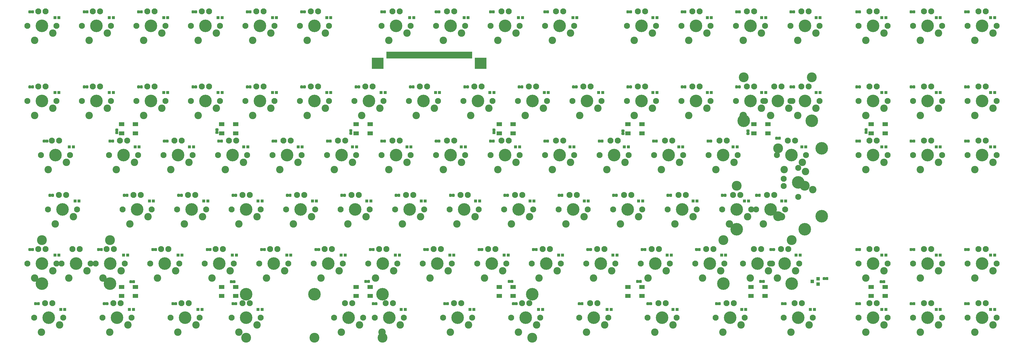
<source format=gbr>
G04 #@! TF.GenerationSoftware,KiCad,Pcbnew,5.1.5-52549c5~84~ubuntu16.04.1*
G04 #@! TF.CreationDate,2020-02-26T23:37:19+06:00*
G04 #@! TF.ProjectId,wasd-kbd80,77617364-2d6b-4626-9438-302e6b696361,rev?*
G04 #@! TF.SameCoordinates,Original*
G04 #@! TF.FileFunction,Soldermask,Bot*
G04 #@! TF.FilePolarity,Negative*
%FSLAX46Y46*%
G04 Gerber Fmt 4.6, Leading zero omitted, Abs format (unit mm)*
G04 Created by KiCad (PCBNEW 5.1.5-52549c5~84~ubuntu16.04.1) date 2020-02-26 23:37:19*
%MOMM*%
%LPD*%
G04 APERTURE LIST*
%ADD10C,2.600000*%
%ADD11C,4.400000*%
%ADD12C,2.100000*%
%ADD13R,1.000000X1.100000*%
%ADD14C,0.100000*%
%ADD15C,3.450000*%
%ADD16R,1.900000X1.400000*%
%ADD17R,1.300000X1.200000*%
%ADD18R,1.010000X2.400000*%
%ADD19R,4.080000X4.000000*%
G04 APERTURE END LIST*
D10*
X385800000Y-162300000D03*
X392150000Y-159760000D03*
D11*
X388340000Y-157220000D03*
D12*
X393420000Y-157220000D03*
X383260000Y-157220000D03*
X387070000Y-152140000D03*
X389610000Y-152140000D03*
D13*
X65700000Y-109000000D03*
X64300000Y-109000000D03*
D14*
G36*
X74786759Y-106481192D02*
G01*
X74810785Y-106484756D01*
X74834345Y-106490657D01*
X74857214Y-106498840D01*
X74879171Y-106509224D01*
X74900004Y-106521711D01*
X74919512Y-106536180D01*
X74937509Y-106552491D01*
X74953820Y-106570488D01*
X74968289Y-106589996D01*
X74980776Y-106610829D01*
X74991160Y-106632786D01*
X74999343Y-106655655D01*
X75005244Y-106679215D01*
X75008808Y-106703241D01*
X75010000Y-106727500D01*
X75010000Y-107272500D01*
X75008808Y-107296759D01*
X75005244Y-107320785D01*
X74999343Y-107344345D01*
X74991160Y-107367214D01*
X74980776Y-107389171D01*
X74968289Y-107410004D01*
X74953820Y-107429512D01*
X74937509Y-107447509D01*
X74919512Y-107463820D01*
X74900004Y-107478289D01*
X74879171Y-107490776D01*
X74857214Y-107501160D01*
X74834345Y-107509343D01*
X74810785Y-107515244D01*
X74786759Y-107518808D01*
X74762500Y-107520000D01*
X74267500Y-107520000D01*
X74243241Y-107518808D01*
X74219215Y-107515244D01*
X74195655Y-107509343D01*
X74172786Y-107501160D01*
X74150829Y-107490776D01*
X74129996Y-107478289D01*
X74110488Y-107463820D01*
X74092491Y-107447509D01*
X74076180Y-107429512D01*
X74061711Y-107410004D01*
X74049224Y-107389171D01*
X74038840Y-107367214D01*
X74030657Y-107344345D01*
X74024756Y-107320785D01*
X74021192Y-107296759D01*
X74020000Y-107272500D01*
X74020000Y-106727500D01*
X74021192Y-106703241D01*
X74024756Y-106679215D01*
X74030657Y-106655655D01*
X74038840Y-106632786D01*
X74049224Y-106610829D01*
X74061711Y-106589996D01*
X74076180Y-106570488D01*
X74092491Y-106552491D01*
X74110488Y-106536180D01*
X74129996Y-106521711D01*
X74150829Y-106509224D01*
X74172786Y-106498840D01*
X74195655Y-106490657D01*
X74219215Y-106484756D01*
X74243241Y-106481192D01*
X74267500Y-106480000D01*
X74762500Y-106480000D01*
X74786759Y-106481192D01*
G37*
G36*
X75756759Y-106481192D02*
G01*
X75780785Y-106484756D01*
X75804345Y-106490657D01*
X75827214Y-106498840D01*
X75849171Y-106509224D01*
X75870004Y-106521711D01*
X75889512Y-106536180D01*
X75907509Y-106552491D01*
X75923820Y-106570488D01*
X75938289Y-106589996D01*
X75950776Y-106610829D01*
X75961160Y-106632786D01*
X75969343Y-106655655D01*
X75975244Y-106679215D01*
X75978808Y-106703241D01*
X75980000Y-106727500D01*
X75980000Y-107272500D01*
X75978808Y-107296759D01*
X75975244Y-107320785D01*
X75969343Y-107344345D01*
X75961160Y-107367214D01*
X75950776Y-107389171D01*
X75938289Y-107410004D01*
X75923820Y-107429512D01*
X75907509Y-107447509D01*
X75889512Y-107463820D01*
X75870004Y-107478289D01*
X75849171Y-107490776D01*
X75827214Y-107501160D01*
X75804345Y-107509343D01*
X75780785Y-107515244D01*
X75756759Y-107518808D01*
X75732500Y-107520000D01*
X75237500Y-107520000D01*
X75213241Y-107518808D01*
X75189215Y-107515244D01*
X75165655Y-107509343D01*
X75142786Y-107501160D01*
X75120829Y-107490776D01*
X75099996Y-107478289D01*
X75080488Y-107463820D01*
X75062491Y-107447509D01*
X75046180Y-107429512D01*
X75031711Y-107410004D01*
X75019224Y-107389171D01*
X75008840Y-107367214D01*
X75000657Y-107344345D01*
X74994756Y-107320785D01*
X74991192Y-107296759D01*
X74990000Y-107272500D01*
X74990000Y-106727500D01*
X74991192Y-106703241D01*
X74994756Y-106679215D01*
X75000657Y-106655655D01*
X75008840Y-106632786D01*
X75019224Y-106610829D01*
X75031711Y-106589996D01*
X75046180Y-106570488D01*
X75062491Y-106552491D01*
X75080488Y-106536180D01*
X75099996Y-106521711D01*
X75120829Y-106509224D01*
X75142786Y-106498840D01*
X75165655Y-106490657D01*
X75189215Y-106484756D01*
X75213241Y-106481192D01*
X75237500Y-106480000D01*
X75732500Y-106480000D01*
X75756759Y-106481192D01*
G37*
G36*
X55786759Y-106481192D02*
G01*
X55810785Y-106484756D01*
X55834345Y-106490657D01*
X55857214Y-106498840D01*
X55879171Y-106509224D01*
X55900004Y-106521711D01*
X55919512Y-106536180D01*
X55937509Y-106552491D01*
X55953820Y-106570488D01*
X55968289Y-106589996D01*
X55980776Y-106610829D01*
X55991160Y-106632786D01*
X55999343Y-106655655D01*
X56005244Y-106679215D01*
X56008808Y-106703241D01*
X56010000Y-106727500D01*
X56010000Y-107272500D01*
X56008808Y-107296759D01*
X56005244Y-107320785D01*
X55999343Y-107344345D01*
X55991160Y-107367214D01*
X55980776Y-107389171D01*
X55968289Y-107410004D01*
X55953820Y-107429512D01*
X55937509Y-107447509D01*
X55919512Y-107463820D01*
X55900004Y-107478289D01*
X55879171Y-107490776D01*
X55857214Y-107501160D01*
X55834345Y-107509343D01*
X55810785Y-107515244D01*
X55786759Y-107518808D01*
X55762500Y-107520000D01*
X55267500Y-107520000D01*
X55243241Y-107518808D01*
X55219215Y-107515244D01*
X55195655Y-107509343D01*
X55172786Y-107501160D01*
X55150829Y-107490776D01*
X55129996Y-107478289D01*
X55110488Y-107463820D01*
X55092491Y-107447509D01*
X55076180Y-107429512D01*
X55061711Y-107410004D01*
X55049224Y-107389171D01*
X55038840Y-107367214D01*
X55030657Y-107344345D01*
X55024756Y-107320785D01*
X55021192Y-107296759D01*
X55020000Y-107272500D01*
X55020000Y-106727500D01*
X55021192Y-106703241D01*
X55024756Y-106679215D01*
X55030657Y-106655655D01*
X55038840Y-106632786D01*
X55049224Y-106610829D01*
X55061711Y-106589996D01*
X55076180Y-106570488D01*
X55092491Y-106552491D01*
X55110488Y-106536180D01*
X55129996Y-106521711D01*
X55150829Y-106509224D01*
X55172786Y-106498840D01*
X55195655Y-106490657D01*
X55219215Y-106484756D01*
X55243241Y-106481192D01*
X55267500Y-106480000D01*
X55762500Y-106480000D01*
X55786759Y-106481192D01*
G37*
G36*
X56756759Y-106481192D02*
G01*
X56780785Y-106484756D01*
X56804345Y-106490657D01*
X56827214Y-106498840D01*
X56849171Y-106509224D01*
X56870004Y-106521711D01*
X56889512Y-106536180D01*
X56907509Y-106552491D01*
X56923820Y-106570488D01*
X56938289Y-106589996D01*
X56950776Y-106610829D01*
X56961160Y-106632786D01*
X56969343Y-106655655D01*
X56975244Y-106679215D01*
X56978808Y-106703241D01*
X56980000Y-106727500D01*
X56980000Y-107272500D01*
X56978808Y-107296759D01*
X56975244Y-107320785D01*
X56969343Y-107344345D01*
X56961160Y-107367214D01*
X56950776Y-107389171D01*
X56938289Y-107410004D01*
X56923820Y-107429512D01*
X56907509Y-107447509D01*
X56889512Y-107463820D01*
X56870004Y-107478289D01*
X56849171Y-107490776D01*
X56827214Y-107501160D01*
X56804345Y-107509343D01*
X56780785Y-107515244D01*
X56756759Y-107518808D01*
X56732500Y-107520000D01*
X56237500Y-107520000D01*
X56213241Y-107518808D01*
X56189215Y-107515244D01*
X56165655Y-107509343D01*
X56142786Y-107501160D01*
X56120829Y-107490776D01*
X56099996Y-107478289D01*
X56080488Y-107463820D01*
X56062491Y-107447509D01*
X56046180Y-107429512D01*
X56031711Y-107410004D01*
X56019224Y-107389171D01*
X56008840Y-107367214D01*
X56000657Y-107344345D01*
X55994756Y-107320785D01*
X55991192Y-107296759D01*
X55990000Y-107272500D01*
X55990000Y-106727500D01*
X55991192Y-106703241D01*
X55994756Y-106679215D01*
X56000657Y-106655655D01*
X56008840Y-106632786D01*
X56019224Y-106610829D01*
X56031711Y-106589996D01*
X56046180Y-106570488D01*
X56062491Y-106552491D01*
X56080488Y-106536180D01*
X56099996Y-106521711D01*
X56120829Y-106509224D01*
X56142786Y-106498840D01*
X56165655Y-106490657D01*
X56189215Y-106484756D01*
X56213241Y-106481192D01*
X56237500Y-106480000D01*
X56732500Y-106480000D01*
X56756759Y-106481192D01*
G37*
G36*
X93786759Y-106481192D02*
G01*
X93810785Y-106484756D01*
X93834345Y-106490657D01*
X93857214Y-106498840D01*
X93879171Y-106509224D01*
X93900004Y-106521711D01*
X93919512Y-106536180D01*
X93937509Y-106552491D01*
X93953820Y-106570488D01*
X93968289Y-106589996D01*
X93980776Y-106610829D01*
X93991160Y-106632786D01*
X93999343Y-106655655D01*
X94005244Y-106679215D01*
X94008808Y-106703241D01*
X94010000Y-106727500D01*
X94010000Y-107272500D01*
X94008808Y-107296759D01*
X94005244Y-107320785D01*
X93999343Y-107344345D01*
X93991160Y-107367214D01*
X93980776Y-107389171D01*
X93968289Y-107410004D01*
X93953820Y-107429512D01*
X93937509Y-107447509D01*
X93919512Y-107463820D01*
X93900004Y-107478289D01*
X93879171Y-107490776D01*
X93857214Y-107501160D01*
X93834345Y-107509343D01*
X93810785Y-107515244D01*
X93786759Y-107518808D01*
X93762500Y-107520000D01*
X93267500Y-107520000D01*
X93243241Y-107518808D01*
X93219215Y-107515244D01*
X93195655Y-107509343D01*
X93172786Y-107501160D01*
X93150829Y-107490776D01*
X93129996Y-107478289D01*
X93110488Y-107463820D01*
X93092491Y-107447509D01*
X93076180Y-107429512D01*
X93061711Y-107410004D01*
X93049224Y-107389171D01*
X93038840Y-107367214D01*
X93030657Y-107344345D01*
X93024756Y-107320785D01*
X93021192Y-107296759D01*
X93020000Y-107272500D01*
X93020000Y-106727500D01*
X93021192Y-106703241D01*
X93024756Y-106679215D01*
X93030657Y-106655655D01*
X93038840Y-106632786D01*
X93049224Y-106610829D01*
X93061711Y-106589996D01*
X93076180Y-106570488D01*
X93092491Y-106552491D01*
X93110488Y-106536180D01*
X93129996Y-106521711D01*
X93150829Y-106509224D01*
X93172786Y-106498840D01*
X93195655Y-106490657D01*
X93219215Y-106484756D01*
X93243241Y-106481192D01*
X93267500Y-106480000D01*
X93762500Y-106480000D01*
X93786759Y-106481192D01*
G37*
G36*
X94756759Y-106481192D02*
G01*
X94780785Y-106484756D01*
X94804345Y-106490657D01*
X94827214Y-106498840D01*
X94849171Y-106509224D01*
X94870004Y-106521711D01*
X94889512Y-106536180D01*
X94907509Y-106552491D01*
X94923820Y-106570488D01*
X94938289Y-106589996D01*
X94950776Y-106610829D01*
X94961160Y-106632786D01*
X94969343Y-106655655D01*
X94975244Y-106679215D01*
X94978808Y-106703241D01*
X94980000Y-106727500D01*
X94980000Y-107272500D01*
X94978808Y-107296759D01*
X94975244Y-107320785D01*
X94969343Y-107344345D01*
X94961160Y-107367214D01*
X94950776Y-107389171D01*
X94938289Y-107410004D01*
X94923820Y-107429512D01*
X94907509Y-107447509D01*
X94889512Y-107463820D01*
X94870004Y-107478289D01*
X94849171Y-107490776D01*
X94827214Y-107501160D01*
X94804345Y-107509343D01*
X94780785Y-107515244D01*
X94756759Y-107518808D01*
X94732500Y-107520000D01*
X94237500Y-107520000D01*
X94213241Y-107518808D01*
X94189215Y-107515244D01*
X94165655Y-107509343D01*
X94142786Y-107501160D01*
X94120829Y-107490776D01*
X94099996Y-107478289D01*
X94080488Y-107463820D01*
X94062491Y-107447509D01*
X94046180Y-107429512D01*
X94031711Y-107410004D01*
X94019224Y-107389171D01*
X94008840Y-107367214D01*
X94000657Y-107344345D01*
X93994756Y-107320785D01*
X93991192Y-107296759D01*
X93990000Y-107272500D01*
X93990000Y-106727500D01*
X93991192Y-106703241D01*
X93994756Y-106679215D01*
X94000657Y-106655655D01*
X94008840Y-106632786D01*
X94019224Y-106610829D01*
X94031711Y-106589996D01*
X94046180Y-106570488D01*
X94062491Y-106552491D01*
X94080488Y-106536180D01*
X94099996Y-106521711D01*
X94120829Y-106509224D01*
X94142786Y-106498840D01*
X94165655Y-106490657D01*
X94189215Y-106484756D01*
X94213241Y-106481192D01*
X94237500Y-106480000D01*
X94732500Y-106480000D01*
X94756759Y-106481192D01*
G37*
G36*
X112786759Y-106481192D02*
G01*
X112810785Y-106484756D01*
X112834345Y-106490657D01*
X112857214Y-106498840D01*
X112879171Y-106509224D01*
X112900004Y-106521711D01*
X112919512Y-106536180D01*
X112937509Y-106552491D01*
X112953820Y-106570488D01*
X112968289Y-106589996D01*
X112980776Y-106610829D01*
X112991160Y-106632786D01*
X112999343Y-106655655D01*
X113005244Y-106679215D01*
X113008808Y-106703241D01*
X113010000Y-106727500D01*
X113010000Y-107272500D01*
X113008808Y-107296759D01*
X113005244Y-107320785D01*
X112999343Y-107344345D01*
X112991160Y-107367214D01*
X112980776Y-107389171D01*
X112968289Y-107410004D01*
X112953820Y-107429512D01*
X112937509Y-107447509D01*
X112919512Y-107463820D01*
X112900004Y-107478289D01*
X112879171Y-107490776D01*
X112857214Y-107501160D01*
X112834345Y-107509343D01*
X112810785Y-107515244D01*
X112786759Y-107518808D01*
X112762500Y-107520000D01*
X112267500Y-107520000D01*
X112243241Y-107518808D01*
X112219215Y-107515244D01*
X112195655Y-107509343D01*
X112172786Y-107501160D01*
X112150829Y-107490776D01*
X112129996Y-107478289D01*
X112110488Y-107463820D01*
X112092491Y-107447509D01*
X112076180Y-107429512D01*
X112061711Y-107410004D01*
X112049224Y-107389171D01*
X112038840Y-107367214D01*
X112030657Y-107344345D01*
X112024756Y-107320785D01*
X112021192Y-107296759D01*
X112020000Y-107272500D01*
X112020000Y-106727500D01*
X112021192Y-106703241D01*
X112024756Y-106679215D01*
X112030657Y-106655655D01*
X112038840Y-106632786D01*
X112049224Y-106610829D01*
X112061711Y-106589996D01*
X112076180Y-106570488D01*
X112092491Y-106552491D01*
X112110488Y-106536180D01*
X112129996Y-106521711D01*
X112150829Y-106509224D01*
X112172786Y-106498840D01*
X112195655Y-106490657D01*
X112219215Y-106484756D01*
X112243241Y-106481192D01*
X112267500Y-106480000D01*
X112762500Y-106480000D01*
X112786759Y-106481192D01*
G37*
G36*
X113756759Y-106481192D02*
G01*
X113780785Y-106484756D01*
X113804345Y-106490657D01*
X113827214Y-106498840D01*
X113849171Y-106509224D01*
X113870004Y-106521711D01*
X113889512Y-106536180D01*
X113907509Y-106552491D01*
X113923820Y-106570488D01*
X113938289Y-106589996D01*
X113950776Y-106610829D01*
X113961160Y-106632786D01*
X113969343Y-106655655D01*
X113975244Y-106679215D01*
X113978808Y-106703241D01*
X113980000Y-106727500D01*
X113980000Y-107272500D01*
X113978808Y-107296759D01*
X113975244Y-107320785D01*
X113969343Y-107344345D01*
X113961160Y-107367214D01*
X113950776Y-107389171D01*
X113938289Y-107410004D01*
X113923820Y-107429512D01*
X113907509Y-107447509D01*
X113889512Y-107463820D01*
X113870004Y-107478289D01*
X113849171Y-107490776D01*
X113827214Y-107501160D01*
X113804345Y-107509343D01*
X113780785Y-107515244D01*
X113756759Y-107518808D01*
X113732500Y-107520000D01*
X113237500Y-107520000D01*
X113213241Y-107518808D01*
X113189215Y-107515244D01*
X113165655Y-107509343D01*
X113142786Y-107501160D01*
X113120829Y-107490776D01*
X113099996Y-107478289D01*
X113080488Y-107463820D01*
X113062491Y-107447509D01*
X113046180Y-107429512D01*
X113031711Y-107410004D01*
X113019224Y-107389171D01*
X113008840Y-107367214D01*
X113000657Y-107344345D01*
X112994756Y-107320785D01*
X112991192Y-107296759D01*
X112990000Y-107272500D01*
X112990000Y-106727500D01*
X112991192Y-106703241D01*
X112994756Y-106679215D01*
X113000657Y-106655655D01*
X113008840Y-106632786D01*
X113019224Y-106610829D01*
X113031711Y-106589996D01*
X113046180Y-106570488D01*
X113062491Y-106552491D01*
X113080488Y-106536180D01*
X113099996Y-106521711D01*
X113120829Y-106509224D01*
X113142786Y-106498840D01*
X113165655Y-106490657D01*
X113189215Y-106484756D01*
X113213241Y-106481192D01*
X113237500Y-106480000D01*
X113732500Y-106480000D01*
X113756759Y-106481192D01*
G37*
G36*
X131786759Y-106481192D02*
G01*
X131810785Y-106484756D01*
X131834345Y-106490657D01*
X131857214Y-106498840D01*
X131879171Y-106509224D01*
X131900004Y-106521711D01*
X131919512Y-106536180D01*
X131937509Y-106552491D01*
X131953820Y-106570488D01*
X131968289Y-106589996D01*
X131980776Y-106610829D01*
X131991160Y-106632786D01*
X131999343Y-106655655D01*
X132005244Y-106679215D01*
X132008808Y-106703241D01*
X132010000Y-106727500D01*
X132010000Y-107272500D01*
X132008808Y-107296759D01*
X132005244Y-107320785D01*
X131999343Y-107344345D01*
X131991160Y-107367214D01*
X131980776Y-107389171D01*
X131968289Y-107410004D01*
X131953820Y-107429512D01*
X131937509Y-107447509D01*
X131919512Y-107463820D01*
X131900004Y-107478289D01*
X131879171Y-107490776D01*
X131857214Y-107501160D01*
X131834345Y-107509343D01*
X131810785Y-107515244D01*
X131786759Y-107518808D01*
X131762500Y-107520000D01*
X131267500Y-107520000D01*
X131243241Y-107518808D01*
X131219215Y-107515244D01*
X131195655Y-107509343D01*
X131172786Y-107501160D01*
X131150829Y-107490776D01*
X131129996Y-107478289D01*
X131110488Y-107463820D01*
X131092491Y-107447509D01*
X131076180Y-107429512D01*
X131061711Y-107410004D01*
X131049224Y-107389171D01*
X131038840Y-107367214D01*
X131030657Y-107344345D01*
X131024756Y-107320785D01*
X131021192Y-107296759D01*
X131020000Y-107272500D01*
X131020000Y-106727500D01*
X131021192Y-106703241D01*
X131024756Y-106679215D01*
X131030657Y-106655655D01*
X131038840Y-106632786D01*
X131049224Y-106610829D01*
X131061711Y-106589996D01*
X131076180Y-106570488D01*
X131092491Y-106552491D01*
X131110488Y-106536180D01*
X131129996Y-106521711D01*
X131150829Y-106509224D01*
X131172786Y-106498840D01*
X131195655Y-106490657D01*
X131219215Y-106484756D01*
X131243241Y-106481192D01*
X131267500Y-106480000D01*
X131762500Y-106480000D01*
X131786759Y-106481192D01*
G37*
G36*
X132756759Y-106481192D02*
G01*
X132780785Y-106484756D01*
X132804345Y-106490657D01*
X132827214Y-106498840D01*
X132849171Y-106509224D01*
X132870004Y-106521711D01*
X132889512Y-106536180D01*
X132907509Y-106552491D01*
X132923820Y-106570488D01*
X132938289Y-106589996D01*
X132950776Y-106610829D01*
X132961160Y-106632786D01*
X132969343Y-106655655D01*
X132975244Y-106679215D01*
X132978808Y-106703241D01*
X132980000Y-106727500D01*
X132980000Y-107272500D01*
X132978808Y-107296759D01*
X132975244Y-107320785D01*
X132969343Y-107344345D01*
X132961160Y-107367214D01*
X132950776Y-107389171D01*
X132938289Y-107410004D01*
X132923820Y-107429512D01*
X132907509Y-107447509D01*
X132889512Y-107463820D01*
X132870004Y-107478289D01*
X132849171Y-107490776D01*
X132827214Y-107501160D01*
X132804345Y-107509343D01*
X132780785Y-107515244D01*
X132756759Y-107518808D01*
X132732500Y-107520000D01*
X132237500Y-107520000D01*
X132213241Y-107518808D01*
X132189215Y-107515244D01*
X132165655Y-107509343D01*
X132142786Y-107501160D01*
X132120829Y-107490776D01*
X132099996Y-107478289D01*
X132080488Y-107463820D01*
X132062491Y-107447509D01*
X132046180Y-107429512D01*
X132031711Y-107410004D01*
X132019224Y-107389171D01*
X132008840Y-107367214D01*
X132000657Y-107344345D01*
X131994756Y-107320785D01*
X131991192Y-107296759D01*
X131990000Y-107272500D01*
X131990000Y-106727500D01*
X131991192Y-106703241D01*
X131994756Y-106679215D01*
X132000657Y-106655655D01*
X132008840Y-106632786D01*
X132019224Y-106610829D01*
X132031711Y-106589996D01*
X132046180Y-106570488D01*
X132062491Y-106552491D01*
X132080488Y-106536180D01*
X132099996Y-106521711D01*
X132120829Y-106509224D01*
X132142786Y-106498840D01*
X132165655Y-106490657D01*
X132189215Y-106484756D01*
X132213241Y-106481192D01*
X132237500Y-106480000D01*
X132732500Y-106480000D01*
X132756759Y-106481192D01*
G37*
G36*
X150786759Y-106481192D02*
G01*
X150810785Y-106484756D01*
X150834345Y-106490657D01*
X150857214Y-106498840D01*
X150879171Y-106509224D01*
X150900004Y-106521711D01*
X150919512Y-106536180D01*
X150937509Y-106552491D01*
X150953820Y-106570488D01*
X150968289Y-106589996D01*
X150980776Y-106610829D01*
X150991160Y-106632786D01*
X150999343Y-106655655D01*
X151005244Y-106679215D01*
X151008808Y-106703241D01*
X151010000Y-106727500D01*
X151010000Y-107272500D01*
X151008808Y-107296759D01*
X151005244Y-107320785D01*
X150999343Y-107344345D01*
X150991160Y-107367214D01*
X150980776Y-107389171D01*
X150968289Y-107410004D01*
X150953820Y-107429512D01*
X150937509Y-107447509D01*
X150919512Y-107463820D01*
X150900004Y-107478289D01*
X150879171Y-107490776D01*
X150857214Y-107501160D01*
X150834345Y-107509343D01*
X150810785Y-107515244D01*
X150786759Y-107518808D01*
X150762500Y-107520000D01*
X150267500Y-107520000D01*
X150243241Y-107518808D01*
X150219215Y-107515244D01*
X150195655Y-107509343D01*
X150172786Y-107501160D01*
X150150829Y-107490776D01*
X150129996Y-107478289D01*
X150110488Y-107463820D01*
X150092491Y-107447509D01*
X150076180Y-107429512D01*
X150061711Y-107410004D01*
X150049224Y-107389171D01*
X150038840Y-107367214D01*
X150030657Y-107344345D01*
X150024756Y-107320785D01*
X150021192Y-107296759D01*
X150020000Y-107272500D01*
X150020000Y-106727500D01*
X150021192Y-106703241D01*
X150024756Y-106679215D01*
X150030657Y-106655655D01*
X150038840Y-106632786D01*
X150049224Y-106610829D01*
X150061711Y-106589996D01*
X150076180Y-106570488D01*
X150092491Y-106552491D01*
X150110488Y-106536180D01*
X150129996Y-106521711D01*
X150150829Y-106509224D01*
X150172786Y-106498840D01*
X150195655Y-106490657D01*
X150219215Y-106484756D01*
X150243241Y-106481192D01*
X150267500Y-106480000D01*
X150762500Y-106480000D01*
X150786759Y-106481192D01*
G37*
G36*
X151756759Y-106481192D02*
G01*
X151780785Y-106484756D01*
X151804345Y-106490657D01*
X151827214Y-106498840D01*
X151849171Y-106509224D01*
X151870004Y-106521711D01*
X151889512Y-106536180D01*
X151907509Y-106552491D01*
X151923820Y-106570488D01*
X151938289Y-106589996D01*
X151950776Y-106610829D01*
X151961160Y-106632786D01*
X151969343Y-106655655D01*
X151975244Y-106679215D01*
X151978808Y-106703241D01*
X151980000Y-106727500D01*
X151980000Y-107272500D01*
X151978808Y-107296759D01*
X151975244Y-107320785D01*
X151969343Y-107344345D01*
X151961160Y-107367214D01*
X151950776Y-107389171D01*
X151938289Y-107410004D01*
X151923820Y-107429512D01*
X151907509Y-107447509D01*
X151889512Y-107463820D01*
X151870004Y-107478289D01*
X151849171Y-107490776D01*
X151827214Y-107501160D01*
X151804345Y-107509343D01*
X151780785Y-107515244D01*
X151756759Y-107518808D01*
X151732500Y-107520000D01*
X151237500Y-107520000D01*
X151213241Y-107518808D01*
X151189215Y-107515244D01*
X151165655Y-107509343D01*
X151142786Y-107501160D01*
X151120829Y-107490776D01*
X151099996Y-107478289D01*
X151080488Y-107463820D01*
X151062491Y-107447509D01*
X151046180Y-107429512D01*
X151031711Y-107410004D01*
X151019224Y-107389171D01*
X151008840Y-107367214D01*
X151000657Y-107344345D01*
X150994756Y-107320785D01*
X150991192Y-107296759D01*
X150990000Y-107272500D01*
X150990000Y-106727500D01*
X150991192Y-106703241D01*
X150994756Y-106679215D01*
X151000657Y-106655655D01*
X151008840Y-106632786D01*
X151019224Y-106610829D01*
X151031711Y-106589996D01*
X151046180Y-106570488D01*
X151062491Y-106552491D01*
X151080488Y-106536180D01*
X151099996Y-106521711D01*
X151120829Y-106509224D01*
X151142786Y-106498840D01*
X151165655Y-106490657D01*
X151189215Y-106484756D01*
X151213241Y-106481192D01*
X151237500Y-106480000D01*
X151732500Y-106480000D01*
X151756759Y-106481192D01*
G37*
G36*
X178786759Y-106481192D02*
G01*
X178810785Y-106484756D01*
X178834345Y-106490657D01*
X178857214Y-106498840D01*
X178879171Y-106509224D01*
X178900004Y-106521711D01*
X178919512Y-106536180D01*
X178937509Y-106552491D01*
X178953820Y-106570488D01*
X178968289Y-106589996D01*
X178980776Y-106610829D01*
X178991160Y-106632786D01*
X178999343Y-106655655D01*
X179005244Y-106679215D01*
X179008808Y-106703241D01*
X179010000Y-106727500D01*
X179010000Y-107272500D01*
X179008808Y-107296759D01*
X179005244Y-107320785D01*
X178999343Y-107344345D01*
X178991160Y-107367214D01*
X178980776Y-107389171D01*
X178968289Y-107410004D01*
X178953820Y-107429512D01*
X178937509Y-107447509D01*
X178919512Y-107463820D01*
X178900004Y-107478289D01*
X178879171Y-107490776D01*
X178857214Y-107501160D01*
X178834345Y-107509343D01*
X178810785Y-107515244D01*
X178786759Y-107518808D01*
X178762500Y-107520000D01*
X178267500Y-107520000D01*
X178243241Y-107518808D01*
X178219215Y-107515244D01*
X178195655Y-107509343D01*
X178172786Y-107501160D01*
X178150829Y-107490776D01*
X178129996Y-107478289D01*
X178110488Y-107463820D01*
X178092491Y-107447509D01*
X178076180Y-107429512D01*
X178061711Y-107410004D01*
X178049224Y-107389171D01*
X178038840Y-107367214D01*
X178030657Y-107344345D01*
X178024756Y-107320785D01*
X178021192Y-107296759D01*
X178020000Y-107272500D01*
X178020000Y-106727500D01*
X178021192Y-106703241D01*
X178024756Y-106679215D01*
X178030657Y-106655655D01*
X178038840Y-106632786D01*
X178049224Y-106610829D01*
X178061711Y-106589996D01*
X178076180Y-106570488D01*
X178092491Y-106552491D01*
X178110488Y-106536180D01*
X178129996Y-106521711D01*
X178150829Y-106509224D01*
X178172786Y-106498840D01*
X178195655Y-106490657D01*
X178219215Y-106484756D01*
X178243241Y-106481192D01*
X178267500Y-106480000D01*
X178762500Y-106480000D01*
X178786759Y-106481192D01*
G37*
G36*
X179756759Y-106481192D02*
G01*
X179780785Y-106484756D01*
X179804345Y-106490657D01*
X179827214Y-106498840D01*
X179849171Y-106509224D01*
X179870004Y-106521711D01*
X179889512Y-106536180D01*
X179907509Y-106552491D01*
X179923820Y-106570488D01*
X179938289Y-106589996D01*
X179950776Y-106610829D01*
X179961160Y-106632786D01*
X179969343Y-106655655D01*
X179975244Y-106679215D01*
X179978808Y-106703241D01*
X179980000Y-106727500D01*
X179980000Y-107272500D01*
X179978808Y-107296759D01*
X179975244Y-107320785D01*
X179969343Y-107344345D01*
X179961160Y-107367214D01*
X179950776Y-107389171D01*
X179938289Y-107410004D01*
X179923820Y-107429512D01*
X179907509Y-107447509D01*
X179889512Y-107463820D01*
X179870004Y-107478289D01*
X179849171Y-107490776D01*
X179827214Y-107501160D01*
X179804345Y-107509343D01*
X179780785Y-107515244D01*
X179756759Y-107518808D01*
X179732500Y-107520000D01*
X179237500Y-107520000D01*
X179213241Y-107518808D01*
X179189215Y-107515244D01*
X179165655Y-107509343D01*
X179142786Y-107501160D01*
X179120829Y-107490776D01*
X179099996Y-107478289D01*
X179080488Y-107463820D01*
X179062491Y-107447509D01*
X179046180Y-107429512D01*
X179031711Y-107410004D01*
X179019224Y-107389171D01*
X179008840Y-107367214D01*
X179000657Y-107344345D01*
X178994756Y-107320785D01*
X178991192Y-107296759D01*
X178990000Y-107272500D01*
X178990000Y-106727500D01*
X178991192Y-106703241D01*
X178994756Y-106679215D01*
X179000657Y-106655655D01*
X179008840Y-106632786D01*
X179019224Y-106610829D01*
X179031711Y-106589996D01*
X179046180Y-106570488D01*
X179062491Y-106552491D01*
X179080488Y-106536180D01*
X179099996Y-106521711D01*
X179120829Y-106509224D01*
X179142786Y-106498840D01*
X179165655Y-106490657D01*
X179189215Y-106484756D01*
X179213241Y-106481192D01*
X179237500Y-106480000D01*
X179732500Y-106480000D01*
X179756759Y-106481192D01*
G37*
G36*
X197786759Y-106481192D02*
G01*
X197810785Y-106484756D01*
X197834345Y-106490657D01*
X197857214Y-106498840D01*
X197879171Y-106509224D01*
X197900004Y-106521711D01*
X197919512Y-106536180D01*
X197937509Y-106552491D01*
X197953820Y-106570488D01*
X197968289Y-106589996D01*
X197980776Y-106610829D01*
X197991160Y-106632786D01*
X197999343Y-106655655D01*
X198005244Y-106679215D01*
X198008808Y-106703241D01*
X198010000Y-106727500D01*
X198010000Y-107272500D01*
X198008808Y-107296759D01*
X198005244Y-107320785D01*
X197999343Y-107344345D01*
X197991160Y-107367214D01*
X197980776Y-107389171D01*
X197968289Y-107410004D01*
X197953820Y-107429512D01*
X197937509Y-107447509D01*
X197919512Y-107463820D01*
X197900004Y-107478289D01*
X197879171Y-107490776D01*
X197857214Y-107501160D01*
X197834345Y-107509343D01*
X197810785Y-107515244D01*
X197786759Y-107518808D01*
X197762500Y-107520000D01*
X197267500Y-107520000D01*
X197243241Y-107518808D01*
X197219215Y-107515244D01*
X197195655Y-107509343D01*
X197172786Y-107501160D01*
X197150829Y-107490776D01*
X197129996Y-107478289D01*
X197110488Y-107463820D01*
X197092491Y-107447509D01*
X197076180Y-107429512D01*
X197061711Y-107410004D01*
X197049224Y-107389171D01*
X197038840Y-107367214D01*
X197030657Y-107344345D01*
X197024756Y-107320785D01*
X197021192Y-107296759D01*
X197020000Y-107272500D01*
X197020000Y-106727500D01*
X197021192Y-106703241D01*
X197024756Y-106679215D01*
X197030657Y-106655655D01*
X197038840Y-106632786D01*
X197049224Y-106610829D01*
X197061711Y-106589996D01*
X197076180Y-106570488D01*
X197092491Y-106552491D01*
X197110488Y-106536180D01*
X197129996Y-106521711D01*
X197150829Y-106509224D01*
X197172786Y-106498840D01*
X197195655Y-106490657D01*
X197219215Y-106484756D01*
X197243241Y-106481192D01*
X197267500Y-106480000D01*
X197762500Y-106480000D01*
X197786759Y-106481192D01*
G37*
G36*
X198756759Y-106481192D02*
G01*
X198780785Y-106484756D01*
X198804345Y-106490657D01*
X198827214Y-106498840D01*
X198849171Y-106509224D01*
X198870004Y-106521711D01*
X198889512Y-106536180D01*
X198907509Y-106552491D01*
X198923820Y-106570488D01*
X198938289Y-106589996D01*
X198950776Y-106610829D01*
X198961160Y-106632786D01*
X198969343Y-106655655D01*
X198975244Y-106679215D01*
X198978808Y-106703241D01*
X198980000Y-106727500D01*
X198980000Y-107272500D01*
X198978808Y-107296759D01*
X198975244Y-107320785D01*
X198969343Y-107344345D01*
X198961160Y-107367214D01*
X198950776Y-107389171D01*
X198938289Y-107410004D01*
X198923820Y-107429512D01*
X198907509Y-107447509D01*
X198889512Y-107463820D01*
X198870004Y-107478289D01*
X198849171Y-107490776D01*
X198827214Y-107501160D01*
X198804345Y-107509343D01*
X198780785Y-107515244D01*
X198756759Y-107518808D01*
X198732500Y-107520000D01*
X198237500Y-107520000D01*
X198213241Y-107518808D01*
X198189215Y-107515244D01*
X198165655Y-107509343D01*
X198142786Y-107501160D01*
X198120829Y-107490776D01*
X198099996Y-107478289D01*
X198080488Y-107463820D01*
X198062491Y-107447509D01*
X198046180Y-107429512D01*
X198031711Y-107410004D01*
X198019224Y-107389171D01*
X198008840Y-107367214D01*
X198000657Y-107344345D01*
X197994756Y-107320785D01*
X197991192Y-107296759D01*
X197990000Y-107272500D01*
X197990000Y-106727500D01*
X197991192Y-106703241D01*
X197994756Y-106679215D01*
X198000657Y-106655655D01*
X198008840Y-106632786D01*
X198019224Y-106610829D01*
X198031711Y-106589996D01*
X198046180Y-106570488D01*
X198062491Y-106552491D01*
X198080488Y-106536180D01*
X198099996Y-106521711D01*
X198120829Y-106509224D01*
X198142786Y-106498840D01*
X198165655Y-106490657D01*
X198189215Y-106484756D01*
X198213241Y-106481192D01*
X198237500Y-106480000D01*
X198732500Y-106480000D01*
X198756759Y-106481192D01*
G37*
G36*
X216786759Y-106481192D02*
G01*
X216810785Y-106484756D01*
X216834345Y-106490657D01*
X216857214Y-106498840D01*
X216879171Y-106509224D01*
X216900004Y-106521711D01*
X216919512Y-106536180D01*
X216937509Y-106552491D01*
X216953820Y-106570488D01*
X216968289Y-106589996D01*
X216980776Y-106610829D01*
X216991160Y-106632786D01*
X216999343Y-106655655D01*
X217005244Y-106679215D01*
X217008808Y-106703241D01*
X217010000Y-106727500D01*
X217010000Y-107272500D01*
X217008808Y-107296759D01*
X217005244Y-107320785D01*
X216999343Y-107344345D01*
X216991160Y-107367214D01*
X216980776Y-107389171D01*
X216968289Y-107410004D01*
X216953820Y-107429512D01*
X216937509Y-107447509D01*
X216919512Y-107463820D01*
X216900004Y-107478289D01*
X216879171Y-107490776D01*
X216857214Y-107501160D01*
X216834345Y-107509343D01*
X216810785Y-107515244D01*
X216786759Y-107518808D01*
X216762500Y-107520000D01*
X216267500Y-107520000D01*
X216243241Y-107518808D01*
X216219215Y-107515244D01*
X216195655Y-107509343D01*
X216172786Y-107501160D01*
X216150829Y-107490776D01*
X216129996Y-107478289D01*
X216110488Y-107463820D01*
X216092491Y-107447509D01*
X216076180Y-107429512D01*
X216061711Y-107410004D01*
X216049224Y-107389171D01*
X216038840Y-107367214D01*
X216030657Y-107344345D01*
X216024756Y-107320785D01*
X216021192Y-107296759D01*
X216020000Y-107272500D01*
X216020000Y-106727500D01*
X216021192Y-106703241D01*
X216024756Y-106679215D01*
X216030657Y-106655655D01*
X216038840Y-106632786D01*
X216049224Y-106610829D01*
X216061711Y-106589996D01*
X216076180Y-106570488D01*
X216092491Y-106552491D01*
X216110488Y-106536180D01*
X216129996Y-106521711D01*
X216150829Y-106509224D01*
X216172786Y-106498840D01*
X216195655Y-106490657D01*
X216219215Y-106484756D01*
X216243241Y-106481192D01*
X216267500Y-106480000D01*
X216762500Y-106480000D01*
X216786759Y-106481192D01*
G37*
G36*
X217756759Y-106481192D02*
G01*
X217780785Y-106484756D01*
X217804345Y-106490657D01*
X217827214Y-106498840D01*
X217849171Y-106509224D01*
X217870004Y-106521711D01*
X217889512Y-106536180D01*
X217907509Y-106552491D01*
X217923820Y-106570488D01*
X217938289Y-106589996D01*
X217950776Y-106610829D01*
X217961160Y-106632786D01*
X217969343Y-106655655D01*
X217975244Y-106679215D01*
X217978808Y-106703241D01*
X217980000Y-106727500D01*
X217980000Y-107272500D01*
X217978808Y-107296759D01*
X217975244Y-107320785D01*
X217969343Y-107344345D01*
X217961160Y-107367214D01*
X217950776Y-107389171D01*
X217938289Y-107410004D01*
X217923820Y-107429512D01*
X217907509Y-107447509D01*
X217889512Y-107463820D01*
X217870004Y-107478289D01*
X217849171Y-107490776D01*
X217827214Y-107501160D01*
X217804345Y-107509343D01*
X217780785Y-107515244D01*
X217756759Y-107518808D01*
X217732500Y-107520000D01*
X217237500Y-107520000D01*
X217213241Y-107518808D01*
X217189215Y-107515244D01*
X217165655Y-107509343D01*
X217142786Y-107501160D01*
X217120829Y-107490776D01*
X217099996Y-107478289D01*
X217080488Y-107463820D01*
X217062491Y-107447509D01*
X217046180Y-107429512D01*
X217031711Y-107410004D01*
X217019224Y-107389171D01*
X217008840Y-107367214D01*
X217000657Y-107344345D01*
X216994756Y-107320785D01*
X216991192Y-107296759D01*
X216990000Y-107272500D01*
X216990000Y-106727500D01*
X216991192Y-106703241D01*
X216994756Y-106679215D01*
X217000657Y-106655655D01*
X217008840Y-106632786D01*
X217019224Y-106610829D01*
X217031711Y-106589996D01*
X217046180Y-106570488D01*
X217062491Y-106552491D01*
X217080488Y-106536180D01*
X217099996Y-106521711D01*
X217120829Y-106509224D01*
X217142786Y-106498840D01*
X217165655Y-106490657D01*
X217189215Y-106484756D01*
X217213241Y-106481192D01*
X217237500Y-106480000D01*
X217732500Y-106480000D01*
X217756759Y-106481192D01*
G37*
G36*
X236756759Y-106481192D02*
G01*
X236780785Y-106484756D01*
X236804345Y-106490657D01*
X236827214Y-106498840D01*
X236849171Y-106509224D01*
X236870004Y-106521711D01*
X236889512Y-106536180D01*
X236907509Y-106552491D01*
X236923820Y-106570488D01*
X236938289Y-106589996D01*
X236950776Y-106610829D01*
X236961160Y-106632786D01*
X236969343Y-106655655D01*
X236975244Y-106679215D01*
X236978808Y-106703241D01*
X236980000Y-106727500D01*
X236980000Y-107272500D01*
X236978808Y-107296759D01*
X236975244Y-107320785D01*
X236969343Y-107344345D01*
X236961160Y-107367214D01*
X236950776Y-107389171D01*
X236938289Y-107410004D01*
X236923820Y-107429512D01*
X236907509Y-107447509D01*
X236889512Y-107463820D01*
X236870004Y-107478289D01*
X236849171Y-107490776D01*
X236827214Y-107501160D01*
X236804345Y-107509343D01*
X236780785Y-107515244D01*
X236756759Y-107518808D01*
X236732500Y-107520000D01*
X236237500Y-107520000D01*
X236213241Y-107518808D01*
X236189215Y-107515244D01*
X236165655Y-107509343D01*
X236142786Y-107501160D01*
X236120829Y-107490776D01*
X236099996Y-107478289D01*
X236080488Y-107463820D01*
X236062491Y-107447509D01*
X236046180Y-107429512D01*
X236031711Y-107410004D01*
X236019224Y-107389171D01*
X236008840Y-107367214D01*
X236000657Y-107344345D01*
X235994756Y-107320785D01*
X235991192Y-107296759D01*
X235990000Y-107272500D01*
X235990000Y-106727500D01*
X235991192Y-106703241D01*
X235994756Y-106679215D01*
X236000657Y-106655655D01*
X236008840Y-106632786D01*
X236019224Y-106610829D01*
X236031711Y-106589996D01*
X236046180Y-106570488D01*
X236062491Y-106552491D01*
X236080488Y-106536180D01*
X236099996Y-106521711D01*
X236120829Y-106509224D01*
X236142786Y-106498840D01*
X236165655Y-106490657D01*
X236189215Y-106484756D01*
X236213241Y-106481192D01*
X236237500Y-106480000D01*
X236732500Y-106480000D01*
X236756759Y-106481192D01*
G37*
G36*
X235786759Y-106481192D02*
G01*
X235810785Y-106484756D01*
X235834345Y-106490657D01*
X235857214Y-106498840D01*
X235879171Y-106509224D01*
X235900004Y-106521711D01*
X235919512Y-106536180D01*
X235937509Y-106552491D01*
X235953820Y-106570488D01*
X235968289Y-106589996D01*
X235980776Y-106610829D01*
X235991160Y-106632786D01*
X235999343Y-106655655D01*
X236005244Y-106679215D01*
X236008808Y-106703241D01*
X236010000Y-106727500D01*
X236010000Y-107272500D01*
X236008808Y-107296759D01*
X236005244Y-107320785D01*
X235999343Y-107344345D01*
X235991160Y-107367214D01*
X235980776Y-107389171D01*
X235968289Y-107410004D01*
X235953820Y-107429512D01*
X235937509Y-107447509D01*
X235919512Y-107463820D01*
X235900004Y-107478289D01*
X235879171Y-107490776D01*
X235857214Y-107501160D01*
X235834345Y-107509343D01*
X235810785Y-107515244D01*
X235786759Y-107518808D01*
X235762500Y-107520000D01*
X235267500Y-107520000D01*
X235243241Y-107518808D01*
X235219215Y-107515244D01*
X235195655Y-107509343D01*
X235172786Y-107501160D01*
X235150829Y-107490776D01*
X235129996Y-107478289D01*
X235110488Y-107463820D01*
X235092491Y-107447509D01*
X235076180Y-107429512D01*
X235061711Y-107410004D01*
X235049224Y-107389171D01*
X235038840Y-107367214D01*
X235030657Y-107344345D01*
X235024756Y-107320785D01*
X235021192Y-107296759D01*
X235020000Y-107272500D01*
X235020000Y-106727500D01*
X235021192Y-106703241D01*
X235024756Y-106679215D01*
X235030657Y-106655655D01*
X235038840Y-106632786D01*
X235049224Y-106610829D01*
X235061711Y-106589996D01*
X235076180Y-106570488D01*
X235092491Y-106552491D01*
X235110488Y-106536180D01*
X235129996Y-106521711D01*
X235150829Y-106509224D01*
X235172786Y-106498840D01*
X235195655Y-106490657D01*
X235219215Y-106484756D01*
X235243241Y-106481192D01*
X235267500Y-106480000D01*
X235762500Y-106480000D01*
X235786759Y-106481192D01*
G37*
G36*
X265756759Y-106481192D02*
G01*
X265780785Y-106484756D01*
X265804345Y-106490657D01*
X265827214Y-106498840D01*
X265849171Y-106509224D01*
X265870004Y-106521711D01*
X265889512Y-106536180D01*
X265907509Y-106552491D01*
X265923820Y-106570488D01*
X265938289Y-106589996D01*
X265950776Y-106610829D01*
X265961160Y-106632786D01*
X265969343Y-106655655D01*
X265975244Y-106679215D01*
X265978808Y-106703241D01*
X265980000Y-106727500D01*
X265980000Y-107272500D01*
X265978808Y-107296759D01*
X265975244Y-107320785D01*
X265969343Y-107344345D01*
X265961160Y-107367214D01*
X265950776Y-107389171D01*
X265938289Y-107410004D01*
X265923820Y-107429512D01*
X265907509Y-107447509D01*
X265889512Y-107463820D01*
X265870004Y-107478289D01*
X265849171Y-107490776D01*
X265827214Y-107501160D01*
X265804345Y-107509343D01*
X265780785Y-107515244D01*
X265756759Y-107518808D01*
X265732500Y-107520000D01*
X265237500Y-107520000D01*
X265213241Y-107518808D01*
X265189215Y-107515244D01*
X265165655Y-107509343D01*
X265142786Y-107501160D01*
X265120829Y-107490776D01*
X265099996Y-107478289D01*
X265080488Y-107463820D01*
X265062491Y-107447509D01*
X265046180Y-107429512D01*
X265031711Y-107410004D01*
X265019224Y-107389171D01*
X265008840Y-107367214D01*
X265000657Y-107344345D01*
X264994756Y-107320785D01*
X264991192Y-107296759D01*
X264990000Y-107272500D01*
X264990000Y-106727500D01*
X264991192Y-106703241D01*
X264994756Y-106679215D01*
X265000657Y-106655655D01*
X265008840Y-106632786D01*
X265019224Y-106610829D01*
X265031711Y-106589996D01*
X265046180Y-106570488D01*
X265062491Y-106552491D01*
X265080488Y-106536180D01*
X265099996Y-106521711D01*
X265120829Y-106509224D01*
X265142786Y-106498840D01*
X265165655Y-106490657D01*
X265189215Y-106484756D01*
X265213241Y-106481192D01*
X265237500Y-106480000D01*
X265732500Y-106480000D01*
X265756759Y-106481192D01*
G37*
G36*
X264786759Y-106481192D02*
G01*
X264810785Y-106484756D01*
X264834345Y-106490657D01*
X264857214Y-106498840D01*
X264879171Y-106509224D01*
X264900004Y-106521711D01*
X264919512Y-106536180D01*
X264937509Y-106552491D01*
X264953820Y-106570488D01*
X264968289Y-106589996D01*
X264980776Y-106610829D01*
X264991160Y-106632786D01*
X264999343Y-106655655D01*
X265005244Y-106679215D01*
X265008808Y-106703241D01*
X265010000Y-106727500D01*
X265010000Y-107272500D01*
X265008808Y-107296759D01*
X265005244Y-107320785D01*
X264999343Y-107344345D01*
X264991160Y-107367214D01*
X264980776Y-107389171D01*
X264968289Y-107410004D01*
X264953820Y-107429512D01*
X264937509Y-107447509D01*
X264919512Y-107463820D01*
X264900004Y-107478289D01*
X264879171Y-107490776D01*
X264857214Y-107501160D01*
X264834345Y-107509343D01*
X264810785Y-107515244D01*
X264786759Y-107518808D01*
X264762500Y-107520000D01*
X264267500Y-107520000D01*
X264243241Y-107518808D01*
X264219215Y-107515244D01*
X264195655Y-107509343D01*
X264172786Y-107501160D01*
X264150829Y-107490776D01*
X264129996Y-107478289D01*
X264110488Y-107463820D01*
X264092491Y-107447509D01*
X264076180Y-107429512D01*
X264061711Y-107410004D01*
X264049224Y-107389171D01*
X264038840Y-107367214D01*
X264030657Y-107344345D01*
X264024756Y-107320785D01*
X264021192Y-107296759D01*
X264020000Y-107272500D01*
X264020000Y-106727500D01*
X264021192Y-106703241D01*
X264024756Y-106679215D01*
X264030657Y-106655655D01*
X264038840Y-106632786D01*
X264049224Y-106610829D01*
X264061711Y-106589996D01*
X264076180Y-106570488D01*
X264092491Y-106552491D01*
X264110488Y-106536180D01*
X264129996Y-106521711D01*
X264150829Y-106509224D01*
X264172786Y-106498840D01*
X264195655Y-106490657D01*
X264219215Y-106484756D01*
X264243241Y-106481192D01*
X264267500Y-106480000D01*
X264762500Y-106480000D01*
X264786759Y-106481192D01*
G37*
G36*
X284756759Y-106481192D02*
G01*
X284780785Y-106484756D01*
X284804345Y-106490657D01*
X284827214Y-106498840D01*
X284849171Y-106509224D01*
X284870004Y-106521711D01*
X284889512Y-106536180D01*
X284907509Y-106552491D01*
X284923820Y-106570488D01*
X284938289Y-106589996D01*
X284950776Y-106610829D01*
X284961160Y-106632786D01*
X284969343Y-106655655D01*
X284975244Y-106679215D01*
X284978808Y-106703241D01*
X284980000Y-106727500D01*
X284980000Y-107272500D01*
X284978808Y-107296759D01*
X284975244Y-107320785D01*
X284969343Y-107344345D01*
X284961160Y-107367214D01*
X284950776Y-107389171D01*
X284938289Y-107410004D01*
X284923820Y-107429512D01*
X284907509Y-107447509D01*
X284889512Y-107463820D01*
X284870004Y-107478289D01*
X284849171Y-107490776D01*
X284827214Y-107501160D01*
X284804345Y-107509343D01*
X284780785Y-107515244D01*
X284756759Y-107518808D01*
X284732500Y-107520000D01*
X284237500Y-107520000D01*
X284213241Y-107518808D01*
X284189215Y-107515244D01*
X284165655Y-107509343D01*
X284142786Y-107501160D01*
X284120829Y-107490776D01*
X284099996Y-107478289D01*
X284080488Y-107463820D01*
X284062491Y-107447509D01*
X284046180Y-107429512D01*
X284031711Y-107410004D01*
X284019224Y-107389171D01*
X284008840Y-107367214D01*
X284000657Y-107344345D01*
X283994756Y-107320785D01*
X283991192Y-107296759D01*
X283990000Y-107272500D01*
X283990000Y-106727500D01*
X283991192Y-106703241D01*
X283994756Y-106679215D01*
X284000657Y-106655655D01*
X284008840Y-106632786D01*
X284019224Y-106610829D01*
X284031711Y-106589996D01*
X284046180Y-106570488D01*
X284062491Y-106552491D01*
X284080488Y-106536180D01*
X284099996Y-106521711D01*
X284120829Y-106509224D01*
X284142786Y-106498840D01*
X284165655Y-106490657D01*
X284189215Y-106484756D01*
X284213241Y-106481192D01*
X284237500Y-106480000D01*
X284732500Y-106480000D01*
X284756759Y-106481192D01*
G37*
G36*
X283786759Y-106481192D02*
G01*
X283810785Y-106484756D01*
X283834345Y-106490657D01*
X283857214Y-106498840D01*
X283879171Y-106509224D01*
X283900004Y-106521711D01*
X283919512Y-106536180D01*
X283937509Y-106552491D01*
X283953820Y-106570488D01*
X283968289Y-106589996D01*
X283980776Y-106610829D01*
X283991160Y-106632786D01*
X283999343Y-106655655D01*
X284005244Y-106679215D01*
X284008808Y-106703241D01*
X284010000Y-106727500D01*
X284010000Y-107272500D01*
X284008808Y-107296759D01*
X284005244Y-107320785D01*
X283999343Y-107344345D01*
X283991160Y-107367214D01*
X283980776Y-107389171D01*
X283968289Y-107410004D01*
X283953820Y-107429512D01*
X283937509Y-107447509D01*
X283919512Y-107463820D01*
X283900004Y-107478289D01*
X283879171Y-107490776D01*
X283857214Y-107501160D01*
X283834345Y-107509343D01*
X283810785Y-107515244D01*
X283786759Y-107518808D01*
X283762500Y-107520000D01*
X283267500Y-107520000D01*
X283243241Y-107518808D01*
X283219215Y-107515244D01*
X283195655Y-107509343D01*
X283172786Y-107501160D01*
X283150829Y-107490776D01*
X283129996Y-107478289D01*
X283110488Y-107463820D01*
X283092491Y-107447509D01*
X283076180Y-107429512D01*
X283061711Y-107410004D01*
X283049224Y-107389171D01*
X283038840Y-107367214D01*
X283030657Y-107344345D01*
X283024756Y-107320785D01*
X283021192Y-107296759D01*
X283020000Y-107272500D01*
X283020000Y-106727500D01*
X283021192Y-106703241D01*
X283024756Y-106679215D01*
X283030657Y-106655655D01*
X283038840Y-106632786D01*
X283049224Y-106610829D01*
X283061711Y-106589996D01*
X283076180Y-106570488D01*
X283092491Y-106552491D01*
X283110488Y-106536180D01*
X283129996Y-106521711D01*
X283150829Y-106509224D01*
X283172786Y-106498840D01*
X283195655Y-106490657D01*
X283219215Y-106484756D01*
X283243241Y-106481192D01*
X283267500Y-106480000D01*
X283762500Y-106480000D01*
X283786759Y-106481192D01*
G37*
G36*
X303756759Y-106481192D02*
G01*
X303780785Y-106484756D01*
X303804345Y-106490657D01*
X303827214Y-106498840D01*
X303849171Y-106509224D01*
X303870004Y-106521711D01*
X303889512Y-106536180D01*
X303907509Y-106552491D01*
X303923820Y-106570488D01*
X303938289Y-106589996D01*
X303950776Y-106610829D01*
X303961160Y-106632786D01*
X303969343Y-106655655D01*
X303975244Y-106679215D01*
X303978808Y-106703241D01*
X303980000Y-106727500D01*
X303980000Y-107272500D01*
X303978808Y-107296759D01*
X303975244Y-107320785D01*
X303969343Y-107344345D01*
X303961160Y-107367214D01*
X303950776Y-107389171D01*
X303938289Y-107410004D01*
X303923820Y-107429512D01*
X303907509Y-107447509D01*
X303889512Y-107463820D01*
X303870004Y-107478289D01*
X303849171Y-107490776D01*
X303827214Y-107501160D01*
X303804345Y-107509343D01*
X303780785Y-107515244D01*
X303756759Y-107518808D01*
X303732500Y-107520000D01*
X303237500Y-107520000D01*
X303213241Y-107518808D01*
X303189215Y-107515244D01*
X303165655Y-107509343D01*
X303142786Y-107501160D01*
X303120829Y-107490776D01*
X303099996Y-107478289D01*
X303080488Y-107463820D01*
X303062491Y-107447509D01*
X303046180Y-107429512D01*
X303031711Y-107410004D01*
X303019224Y-107389171D01*
X303008840Y-107367214D01*
X303000657Y-107344345D01*
X302994756Y-107320785D01*
X302991192Y-107296759D01*
X302990000Y-107272500D01*
X302990000Y-106727500D01*
X302991192Y-106703241D01*
X302994756Y-106679215D01*
X303000657Y-106655655D01*
X303008840Y-106632786D01*
X303019224Y-106610829D01*
X303031711Y-106589996D01*
X303046180Y-106570488D01*
X303062491Y-106552491D01*
X303080488Y-106536180D01*
X303099996Y-106521711D01*
X303120829Y-106509224D01*
X303142786Y-106498840D01*
X303165655Y-106490657D01*
X303189215Y-106484756D01*
X303213241Y-106481192D01*
X303237500Y-106480000D01*
X303732500Y-106480000D01*
X303756759Y-106481192D01*
G37*
G36*
X302786759Y-106481192D02*
G01*
X302810785Y-106484756D01*
X302834345Y-106490657D01*
X302857214Y-106498840D01*
X302879171Y-106509224D01*
X302900004Y-106521711D01*
X302919512Y-106536180D01*
X302937509Y-106552491D01*
X302953820Y-106570488D01*
X302968289Y-106589996D01*
X302980776Y-106610829D01*
X302991160Y-106632786D01*
X302999343Y-106655655D01*
X303005244Y-106679215D01*
X303008808Y-106703241D01*
X303010000Y-106727500D01*
X303010000Y-107272500D01*
X303008808Y-107296759D01*
X303005244Y-107320785D01*
X302999343Y-107344345D01*
X302991160Y-107367214D01*
X302980776Y-107389171D01*
X302968289Y-107410004D01*
X302953820Y-107429512D01*
X302937509Y-107447509D01*
X302919512Y-107463820D01*
X302900004Y-107478289D01*
X302879171Y-107490776D01*
X302857214Y-107501160D01*
X302834345Y-107509343D01*
X302810785Y-107515244D01*
X302786759Y-107518808D01*
X302762500Y-107520000D01*
X302267500Y-107520000D01*
X302243241Y-107518808D01*
X302219215Y-107515244D01*
X302195655Y-107509343D01*
X302172786Y-107501160D01*
X302150829Y-107490776D01*
X302129996Y-107478289D01*
X302110488Y-107463820D01*
X302092491Y-107447509D01*
X302076180Y-107429512D01*
X302061711Y-107410004D01*
X302049224Y-107389171D01*
X302038840Y-107367214D01*
X302030657Y-107344345D01*
X302024756Y-107320785D01*
X302021192Y-107296759D01*
X302020000Y-107272500D01*
X302020000Y-106727500D01*
X302021192Y-106703241D01*
X302024756Y-106679215D01*
X302030657Y-106655655D01*
X302038840Y-106632786D01*
X302049224Y-106610829D01*
X302061711Y-106589996D01*
X302076180Y-106570488D01*
X302092491Y-106552491D01*
X302110488Y-106536180D01*
X302129996Y-106521711D01*
X302150829Y-106509224D01*
X302172786Y-106498840D01*
X302195655Y-106490657D01*
X302219215Y-106484756D01*
X302243241Y-106481192D01*
X302267500Y-106480000D01*
X302762500Y-106480000D01*
X302786759Y-106481192D01*
G37*
G36*
X322756759Y-106481192D02*
G01*
X322780785Y-106484756D01*
X322804345Y-106490657D01*
X322827214Y-106498840D01*
X322849171Y-106509224D01*
X322870004Y-106521711D01*
X322889512Y-106536180D01*
X322907509Y-106552491D01*
X322923820Y-106570488D01*
X322938289Y-106589996D01*
X322950776Y-106610829D01*
X322961160Y-106632786D01*
X322969343Y-106655655D01*
X322975244Y-106679215D01*
X322978808Y-106703241D01*
X322980000Y-106727500D01*
X322980000Y-107272500D01*
X322978808Y-107296759D01*
X322975244Y-107320785D01*
X322969343Y-107344345D01*
X322961160Y-107367214D01*
X322950776Y-107389171D01*
X322938289Y-107410004D01*
X322923820Y-107429512D01*
X322907509Y-107447509D01*
X322889512Y-107463820D01*
X322870004Y-107478289D01*
X322849171Y-107490776D01*
X322827214Y-107501160D01*
X322804345Y-107509343D01*
X322780785Y-107515244D01*
X322756759Y-107518808D01*
X322732500Y-107520000D01*
X322237500Y-107520000D01*
X322213241Y-107518808D01*
X322189215Y-107515244D01*
X322165655Y-107509343D01*
X322142786Y-107501160D01*
X322120829Y-107490776D01*
X322099996Y-107478289D01*
X322080488Y-107463820D01*
X322062491Y-107447509D01*
X322046180Y-107429512D01*
X322031711Y-107410004D01*
X322019224Y-107389171D01*
X322008840Y-107367214D01*
X322000657Y-107344345D01*
X321994756Y-107320785D01*
X321991192Y-107296759D01*
X321990000Y-107272500D01*
X321990000Y-106727500D01*
X321991192Y-106703241D01*
X321994756Y-106679215D01*
X322000657Y-106655655D01*
X322008840Y-106632786D01*
X322019224Y-106610829D01*
X322031711Y-106589996D01*
X322046180Y-106570488D01*
X322062491Y-106552491D01*
X322080488Y-106536180D01*
X322099996Y-106521711D01*
X322120829Y-106509224D01*
X322142786Y-106498840D01*
X322165655Y-106490657D01*
X322189215Y-106484756D01*
X322213241Y-106481192D01*
X322237500Y-106480000D01*
X322732500Y-106480000D01*
X322756759Y-106481192D01*
G37*
G36*
X321786759Y-106481192D02*
G01*
X321810785Y-106484756D01*
X321834345Y-106490657D01*
X321857214Y-106498840D01*
X321879171Y-106509224D01*
X321900004Y-106521711D01*
X321919512Y-106536180D01*
X321937509Y-106552491D01*
X321953820Y-106570488D01*
X321968289Y-106589996D01*
X321980776Y-106610829D01*
X321991160Y-106632786D01*
X321999343Y-106655655D01*
X322005244Y-106679215D01*
X322008808Y-106703241D01*
X322010000Y-106727500D01*
X322010000Y-107272500D01*
X322008808Y-107296759D01*
X322005244Y-107320785D01*
X321999343Y-107344345D01*
X321991160Y-107367214D01*
X321980776Y-107389171D01*
X321968289Y-107410004D01*
X321953820Y-107429512D01*
X321937509Y-107447509D01*
X321919512Y-107463820D01*
X321900004Y-107478289D01*
X321879171Y-107490776D01*
X321857214Y-107501160D01*
X321834345Y-107509343D01*
X321810785Y-107515244D01*
X321786759Y-107518808D01*
X321762500Y-107520000D01*
X321267500Y-107520000D01*
X321243241Y-107518808D01*
X321219215Y-107515244D01*
X321195655Y-107509343D01*
X321172786Y-107501160D01*
X321150829Y-107490776D01*
X321129996Y-107478289D01*
X321110488Y-107463820D01*
X321092491Y-107447509D01*
X321076180Y-107429512D01*
X321061711Y-107410004D01*
X321049224Y-107389171D01*
X321038840Y-107367214D01*
X321030657Y-107344345D01*
X321024756Y-107320785D01*
X321021192Y-107296759D01*
X321020000Y-107272500D01*
X321020000Y-106727500D01*
X321021192Y-106703241D01*
X321024756Y-106679215D01*
X321030657Y-106655655D01*
X321038840Y-106632786D01*
X321049224Y-106610829D01*
X321061711Y-106589996D01*
X321076180Y-106570488D01*
X321092491Y-106552491D01*
X321110488Y-106536180D01*
X321129996Y-106521711D01*
X321150829Y-106509224D01*
X321172786Y-106498840D01*
X321195655Y-106490657D01*
X321219215Y-106484756D01*
X321243241Y-106481192D01*
X321267500Y-106480000D01*
X321762500Y-106480000D01*
X321786759Y-106481192D01*
G37*
G36*
X345756759Y-106481192D02*
G01*
X345780785Y-106484756D01*
X345804345Y-106490657D01*
X345827214Y-106498840D01*
X345849171Y-106509224D01*
X345870004Y-106521711D01*
X345889512Y-106536180D01*
X345907509Y-106552491D01*
X345923820Y-106570488D01*
X345938289Y-106589996D01*
X345950776Y-106610829D01*
X345961160Y-106632786D01*
X345969343Y-106655655D01*
X345975244Y-106679215D01*
X345978808Y-106703241D01*
X345980000Y-106727500D01*
X345980000Y-107272500D01*
X345978808Y-107296759D01*
X345975244Y-107320785D01*
X345969343Y-107344345D01*
X345961160Y-107367214D01*
X345950776Y-107389171D01*
X345938289Y-107410004D01*
X345923820Y-107429512D01*
X345907509Y-107447509D01*
X345889512Y-107463820D01*
X345870004Y-107478289D01*
X345849171Y-107490776D01*
X345827214Y-107501160D01*
X345804345Y-107509343D01*
X345780785Y-107515244D01*
X345756759Y-107518808D01*
X345732500Y-107520000D01*
X345237500Y-107520000D01*
X345213241Y-107518808D01*
X345189215Y-107515244D01*
X345165655Y-107509343D01*
X345142786Y-107501160D01*
X345120829Y-107490776D01*
X345099996Y-107478289D01*
X345080488Y-107463820D01*
X345062491Y-107447509D01*
X345046180Y-107429512D01*
X345031711Y-107410004D01*
X345019224Y-107389171D01*
X345008840Y-107367214D01*
X345000657Y-107344345D01*
X344994756Y-107320785D01*
X344991192Y-107296759D01*
X344990000Y-107272500D01*
X344990000Y-106727500D01*
X344991192Y-106703241D01*
X344994756Y-106679215D01*
X345000657Y-106655655D01*
X345008840Y-106632786D01*
X345019224Y-106610829D01*
X345031711Y-106589996D01*
X345046180Y-106570488D01*
X345062491Y-106552491D01*
X345080488Y-106536180D01*
X345099996Y-106521711D01*
X345120829Y-106509224D01*
X345142786Y-106498840D01*
X345165655Y-106490657D01*
X345189215Y-106484756D01*
X345213241Y-106481192D01*
X345237500Y-106480000D01*
X345732500Y-106480000D01*
X345756759Y-106481192D01*
G37*
G36*
X344786759Y-106481192D02*
G01*
X344810785Y-106484756D01*
X344834345Y-106490657D01*
X344857214Y-106498840D01*
X344879171Y-106509224D01*
X344900004Y-106521711D01*
X344919512Y-106536180D01*
X344937509Y-106552491D01*
X344953820Y-106570488D01*
X344968289Y-106589996D01*
X344980776Y-106610829D01*
X344991160Y-106632786D01*
X344999343Y-106655655D01*
X345005244Y-106679215D01*
X345008808Y-106703241D01*
X345010000Y-106727500D01*
X345010000Y-107272500D01*
X345008808Y-107296759D01*
X345005244Y-107320785D01*
X344999343Y-107344345D01*
X344991160Y-107367214D01*
X344980776Y-107389171D01*
X344968289Y-107410004D01*
X344953820Y-107429512D01*
X344937509Y-107447509D01*
X344919512Y-107463820D01*
X344900004Y-107478289D01*
X344879171Y-107490776D01*
X344857214Y-107501160D01*
X344834345Y-107509343D01*
X344810785Y-107515244D01*
X344786759Y-107518808D01*
X344762500Y-107520000D01*
X344267500Y-107520000D01*
X344243241Y-107518808D01*
X344219215Y-107515244D01*
X344195655Y-107509343D01*
X344172786Y-107501160D01*
X344150829Y-107490776D01*
X344129996Y-107478289D01*
X344110488Y-107463820D01*
X344092491Y-107447509D01*
X344076180Y-107429512D01*
X344061711Y-107410004D01*
X344049224Y-107389171D01*
X344038840Y-107367214D01*
X344030657Y-107344345D01*
X344024756Y-107320785D01*
X344021192Y-107296759D01*
X344020000Y-107272500D01*
X344020000Y-106727500D01*
X344021192Y-106703241D01*
X344024756Y-106679215D01*
X344030657Y-106655655D01*
X344038840Y-106632786D01*
X344049224Y-106610829D01*
X344061711Y-106589996D01*
X344076180Y-106570488D01*
X344092491Y-106552491D01*
X344110488Y-106536180D01*
X344129996Y-106521711D01*
X344150829Y-106509224D01*
X344172786Y-106498840D01*
X344195655Y-106490657D01*
X344219215Y-106484756D01*
X344243241Y-106481192D01*
X344267500Y-106480000D01*
X344762500Y-106480000D01*
X344786759Y-106481192D01*
G37*
G36*
X363786759Y-106481192D02*
G01*
X363810785Y-106484756D01*
X363834345Y-106490657D01*
X363857214Y-106498840D01*
X363879171Y-106509224D01*
X363900004Y-106521711D01*
X363919512Y-106536180D01*
X363937509Y-106552491D01*
X363953820Y-106570488D01*
X363968289Y-106589996D01*
X363980776Y-106610829D01*
X363991160Y-106632786D01*
X363999343Y-106655655D01*
X364005244Y-106679215D01*
X364008808Y-106703241D01*
X364010000Y-106727500D01*
X364010000Y-107272500D01*
X364008808Y-107296759D01*
X364005244Y-107320785D01*
X363999343Y-107344345D01*
X363991160Y-107367214D01*
X363980776Y-107389171D01*
X363968289Y-107410004D01*
X363953820Y-107429512D01*
X363937509Y-107447509D01*
X363919512Y-107463820D01*
X363900004Y-107478289D01*
X363879171Y-107490776D01*
X363857214Y-107501160D01*
X363834345Y-107509343D01*
X363810785Y-107515244D01*
X363786759Y-107518808D01*
X363762500Y-107520000D01*
X363267500Y-107520000D01*
X363243241Y-107518808D01*
X363219215Y-107515244D01*
X363195655Y-107509343D01*
X363172786Y-107501160D01*
X363150829Y-107490776D01*
X363129996Y-107478289D01*
X363110488Y-107463820D01*
X363092491Y-107447509D01*
X363076180Y-107429512D01*
X363061711Y-107410004D01*
X363049224Y-107389171D01*
X363038840Y-107367214D01*
X363030657Y-107344345D01*
X363024756Y-107320785D01*
X363021192Y-107296759D01*
X363020000Y-107272500D01*
X363020000Y-106727500D01*
X363021192Y-106703241D01*
X363024756Y-106679215D01*
X363030657Y-106655655D01*
X363038840Y-106632786D01*
X363049224Y-106610829D01*
X363061711Y-106589996D01*
X363076180Y-106570488D01*
X363092491Y-106552491D01*
X363110488Y-106536180D01*
X363129996Y-106521711D01*
X363150829Y-106509224D01*
X363172786Y-106498840D01*
X363195655Y-106490657D01*
X363219215Y-106484756D01*
X363243241Y-106481192D01*
X363267500Y-106480000D01*
X363762500Y-106480000D01*
X363786759Y-106481192D01*
G37*
G36*
X364756759Y-106481192D02*
G01*
X364780785Y-106484756D01*
X364804345Y-106490657D01*
X364827214Y-106498840D01*
X364849171Y-106509224D01*
X364870004Y-106521711D01*
X364889512Y-106536180D01*
X364907509Y-106552491D01*
X364923820Y-106570488D01*
X364938289Y-106589996D01*
X364950776Y-106610829D01*
X364961160Y-106632786D01*
X364969343Y-106655655D01*
X364975244Y-106679215D01*
X364978808Y-106703241D01*
X364980000Y-106727500D01*
X364980000Y-107272500D01*
X364978808Y-107296759D01*
X364975244Y-107320785D01*
X364969343Y-107344345D01*
X364961160Y-107367214D01*
X364950776Y-107389171D01*
X364938289Y-107410004D01*
X364923820Y-107429512D01*
X364907509Y-107447509D01*
X364889512Y-107463820D01*
X364870004Y-107478289D01*
X364849171Y-107490776D01*
X364827214Y-107501160D01*
X364804345Y-107509343D01*
X364780785Y-107515244D01*
X364756759Y-107518808D01*
X364732500Y-107520000D01*
X364237500Y-107520000D01*
X364213241Y-107518808D01*
X364189215Y-107515244D01*
X364165655Y-107509343D01*
X364142786Y-107501160D01*
X364120829Y-107490776D01*
X364099996Y-107478289D01*
X364080488Y-107463820D01*
X364062491Y-107447509D01*
X364046180Y-107429512D01*
X364031711Y-107410004D01*
X364019224Y-107389171D01*
X364008840Y-107367214D01*
X364000657Y-107344345D01*
X363994756Y-107320785D01*
X363991192Y-107296759D01*
X363990000Y-107272500D01*
X363990000Y-106727500D01*
X363991192Y-106703241D01*
X363994756Y-106679215D01*
X364000657Y-106655655D01*
X364008840Y-106632786D01*
X364019224Y-106610829D01*
X364031711Y-106589996D01*
X364046180Y-106570488D01*
X364062491Y-106552491D01*
X364080488Y-106536180D01*
X364099996Y-106521711D01*
X364120829Y-106509224D01*
X364142786Y-106498840D01*
X364165655Y-106490657D01*
X364189215Y-106484756D01*
X364213241Y-106481192D01*
X364237500Y-106480000D01*
X364732500Y-106480000D01*
X364756759Y-106481192D01*
G37*
G36*
X382786759Y-106481192D02*
G01*
X382810785Y-106484756D01*
X382834345Y-106490657D01*
X382857214Y-106498840D01*
X382879171Y-106509224D01*
X382900004Y-106521711D01*
X382919512Y-106536180D01*
X382937509Y-106552491D01*
X382953820Y-106570488D01*
X382968289Y-106589996D01*
X382980776Y-106610829D01*
X382991160Y-106632786D01*
X382999343Y-106655655D01*
X383005244Y-106679215D01*
X383008808Y-106703241D01*
X383010000Y-106727500D01*
X383010000Y-107272500D01*
X383008808Y-107296759D01*
X383005244Y-107320785D01*
X382999343Y-107344345D01*
X382991160Y-107367214D01*
X382980776Y-107389171D01*
X382968289Y-107410004D01*
X382953820Y-107429512D01*
X382937509Y-107447509D01*
X382919512Y-107463820D01*
X382900004Y-107478289D01*
X382879171Y-107490776D01*
X382857214Y-107501160D01*
X382834345Y-107509343D01*
X382810785Y-107515244D01*
X382786759Y-107518808D01*
X382762500Y-107520000D01*
X382267500Y-107520000D01*
X382243241Y-107518808D01*
X382219215Y-107515244D01*
X382195655Y-107509343D01*
X382172786Y-107501160D01*
X382150829Y-107490776D01*
X382129996Y-107478289D01*
X382110488Y-107463820D01*
X382092491Y-107447509D01*
X382076180Y-107429512D01*
X382061711Y-107410004D01*
X382049224Y-107389171D01*
X382038840Y-107367214D01*
X382030657Y-107344345D01*
X382024756Y-107320785D01*
X382021192Y-107296759D01*
X382020000Y-107272500D01*
X382020000Y-106727500D01*
X382021192Y-106703241D01*
X382024756Y-106679215D01*
X382030657Y-106655655D01*
X382038840Y-106632786D01*
X382049224Y-106610829D01*
X382061711Y-106589996D01*
X382076180Y-106570488D01*
X382092491Y-106552491D01*
X382110488Y-106536180D01*
X382129996Y-106521711D01*
X382150829Y-106509224D01*
X382172786Y-106498840D01*
X382195655Y-106490657D01*
X382219215Y-106484756D01*
X382243241Y-106481192D01*
X382267500Y-106480000D01*
X382762500Y-106480000D01*
X382786759Y-106481192D01*
G37*
G36*
X383756759Y-106481192D02*
G01*
X383780785Y-106484756D01*
X383804345Y-106490657D01*
X383827214Y-106498840D01*
X383849171Y-106509224D01*
X383870004Y-106521711D01*
X383889512Y-106536180D01*
X383907509Y-106552491D01*
X383923820Y-106570488D01*
X383938289Y-106589996D01*
X383950776Y-106610829D01*
X383961160Y-106632786D01*
X383969343Y-106655655D01*
X383975244Y-106679215D01*
X383978808Y-106703241D01*
X383980000Y-106727500D01*
X383980000Y-107272500D01*
X383978808Y-107296759D01*
X383975244Y-107320785D01*
X383969343Y-107344345D01*
X383961160Y-107367214D01*
X383950776Y-107389171D01*
X383938289Y-107410004D01*
X383923820Y-107429512D01*
X383907509Y-107447509D01*
X383889512Y-107463820D01*
X383870004Y-107478289D01*
X383849171Y-107490776D01*
X383827214Y-107501160D01*
X383804345Y-107509343D01*
X383780785Y-107515244D01*
X383756759Y-107518808D01*
X383732500Y-107520000D01*
X383237500Y-107520000D01*
X383213241Y-107518808D01*
X383189215Y-107515244D01*
X383165655Y-107509343D01*
X383142786Y-107501160D01*
X383120829Y-107490776D01*
X383099996Y-107478289D01*
X383080488Y-107463820D01*
X383062491Y-107447509D01*
X383046180Y-107429512D01*
X383031711Y-107410004D01*
X383019224Y-107389171D01*
X383008840Y-107367214D01*
X383000657Y-107344345D01*
X382994756Y-107320785D01*
X382991192Y-107296759D01*
X382990000Y-107272500D01*
X382990000Y-106727500D01*
X382991192Y-106703241D01*
X382994756Y-106679215D01*
X383000657Y-106655655D01*
X383008840Y-106632786D01*
X383019224Y-106610829D01*
X383031711Y-106589996D01*
X383046180Y-106570488D01*
X383062491Y-106552491D01*
X383080488Y-106536180D01*
X383099996Y-106521711D01*
X383120829Y-106509224D01*
X383142786Y-106498840D01*
X383165655Y-106490657D01*
X383189215Y-106484756D01*
X383213241Y-106481192D01*
X383237500Y-106480000D01*
X383732500Y-106480000D01*
X383756759Y-106481192D01*
G37*
G36*
X56756759Y-132781192D02*
G01*
X56780785Y-132784756D01*
X56804345Y-132790657D01*
X56827214Y-132798840D01*
X56849171Y-132809224D01*
X56870004Y-132821711D01*
X56889512Y-132836180D01*
X56907509Y-132852491D01*
X56923820Y-132870488D01*
X56938289Y-132889996D01*
X56950776Y-132910829D01*
X56961160Y-132932786D01*
X56969343Y-132955655D01*
X56975244Y-132979215D01*
X56978808Y-133003241D01*
X56980000Y-133027500D01*
X56980000Y-133572500D01*
X56978808Y-133596759D01*
X56975244Y-133620785D01*
X56969343Y-133644345D01*
X56961160Y-133667214D01*
X56950776Y-133689171D01*
X56938289Y-133710004D01*
X56923820Y-133729512D01*
X56907509Y-133747509D01*
X56889512Y-133763820D01*
X56870004Y-133778289D01*
X56849171Y-133790776D01*
X56827214Y-133801160D01*
X56804345Y-133809343D01*
X56780785Y-133815244D01*
X56756759Y-133818808D01*
X56732500Y-133820000D01*
X56237500Y-133820000D01*
X56213241Y-133818808D01*
X56189215Y-133815244D01*
X56165655Y-133809343D01*
X56142786Y-133801160D01*
X56120829Y-133790776D01*
X56099996Y-133778289D01*
X56080488Y-133763820D01*
X56062491Y-133747509D01*
X56046180Y-133729512D01*
X56031711Y-133710004D01*
X56019224Y-133689171D01*
X56008840Y-133667214D01*
X56000657Y-133644345D01*
X55994756Y-133620785D01*
X55991192Y-133596759D01*
X55990000Y-133572500D01*
X55990000Y-133027500D01*
X55991192Y-133003241D01*
X55994756Y-132979215D01*
X56000657Y-132955655D01*
X56008840Y-132932786D01*
X56019224Y-132910829D01*
X56031711Y-132889996D01*
X56046180Y-132870488D01*
X56062491Y-132852491D01*
X56080488Y-132836180D01*
X56099996Y-132821711D01*
X56120829Y-132809224D01*
X56142786Y-132798840D01*
X56165655Y-132790657D01*
X56189215Y-132784756D01*
X56213241Y-132781192D01*
X56237500Y-132780000D01*
X56732500Y-132780000D01*
X56756759Y-132781192D01*
G37*
G36*
X55786759Y-132781192D02*
G01*
X55810785Y-132784756D01*
X55834345Y-132790657D01*
X55857214Y-132798840D01*
X55879171Y-132809224D01*
X55900004Y-132821711D01*
X55919512Y-132836180D01*
X55937509Y-132852491D01*
X55953820Y-132870488D01*
X55968289Y-132889996D01*
X55980776Y-132910829D01*
X55991160Y-132932786D01*
X55999343Y-132955655D01*
X56005244Y-132979215D01*
X56008808Y-133003241D01*
X56010000Y-133027500D01*
X56010000Y-133572500D01*
X56008808Y-133596759D01*
X56005244Y-133620785D01*
X55999343Y-133644345D01*
X55991160Y-133667214D01*
X55980776Y-133689171D01*
X55968289Y-133710004D01*
X55953820Y-133729512D01*
X55937509Y-133747509D01*
X55919512Y-133763820D01*
X55900004Y-133778289D01*
X55879171Y-133790776D01*
X55857214Y-133801160D01*
X55834345Y-133809343D01*
X55810785Y-133815244D01*
X55786759Y-133818808D01*
X55762500Y-133820000D01*
X55267500Y-133820000D01*
X55243241Y-133818808D01*
X55219215Y-133815244D01*
X55195655Y-133809343D01*
X55172786Y-133801160D01*
X55150829Y-133790776D01*
X55129996Y-133778289D01*
X55110488Y-133763820D01*
X55092491Y-133747509D01*
X55076180Y-133729512D01*
X55061711Y-133710004D01*
X55049224Y-133689171D01*
X55038840Y-133667214D01*
X55030657Y-133644345D01*
X55024756Y-133620785D01*
X55021192Y-133596759D01*
X55020000Y-133572500D01*
X55020000Y-133027500D01*
X55021192Y-133003241D01*
X55024756Y-132979215D01*
X55030657Y-132955655D01*
X55038840Y-132932786D01*
X55049224Y-132910829D01*
X55061711Y-132889996D01*
X55076180Y-132870488D01*
X55092491Y-132852491D01*
X55110488Y-132836180D01*
X55129996Y-132821711D01*
X55150829Y-132809224D01*
X55172786Y-132798840D01*
X55195655Y-132790657D01*
X55219215Y-132784756D01*
X55243241Y-132781192D01*
X55267500Y-132780000D01*
X55762500Y-132780000D01*
X55786759Y-132781192D01*
G37*
G36*
X74786759Y-132781192D02*
G01*
X74810785Y-132784756D01*
X74834345Y-132790657D01*
X74857214Y-132798840D01*
X74879171Y-132809224D01*
X74900004Y-132821711D01*
X74919512Y-132836180D01*
X74937509Y-132852491D01*
X74953820Y-132870488D01*
X74968289Y-132889996D01*
X74980776Y-132910829D01*
X74991160Y-132932786D01*
X74999343Y-132955655D01*
X75005244Y-132979215D01*
X75008808Y-133003241D01*
X75010000Y-133027500D01*
X75010000Y-133572500D01*
X75008808Y-133596759D01*
X75005244Y-133620785D01*
X74999343Y-133644345D01*
X74991160Y-133667214D01*
X74980776Y-133689171D01*
X74968289Y-133710004D01*
X74953820Y-133729512D01*
X74937509Y-133747509D01*
X74919512Y-133763820D01*
X74900004Y-133778289D01*
X74879171Y-133790776D01*
X74857214Y-133801160D01*
X74834345Y-133809343D01*
X74810785Y-133815244D01*
X74786759Y-133818808D01*
X74762500Y-133820000D01*
X74267500Y-133820000D01*
X74243241Y-133818808D01*
X74219215Y-133815244D01*
X74195655Y-133809343D01*
X74172786Y-133801160D01*
X74150829Y-133790776D01*
X74129996Y-133778289D01*
X74110488Y-133763820D01*
X74092491Y-133747509D01*
X74076180Y-133729512D01*
X74061711Y-133710004D01*
X74049224Y-133689171D01*
X74038840Y-133667214D01*
X74030657Y-133644345D01*
X74024756Y-133620785D01*
X74021192Y-133596759D01*
X74020000Y-133572500D01*
X74020000Y-133027500D01*
X74021192Y-133003241D01*
X74024756Y-132979215D01*
X74030657Y-132955655D01*
X74038840Y-132932786D01*
X74049224Y-132910829D01*
X74061711Y-132889996D01*
X74076180Y-132870488D01*
X74092491Y-132852491D01*
X74110488Y-132836180D01*
X74129996Y-132821711D01*
X74150829Y-132809224D01*
X74172786Y-132798840D01*
X74195655Y-132790657D01*
X74219215Y-132784756D01*
X74243241Y-132781192D01*
X74267500Y-132780000D01*
X74762500Y-132780000D01*
X74786759Y-132781192D01*
G37*
G36*
X75756759Y-132781192D02*
G01*
X75780785Y-132784756D01*
X75804345Y-132790657D01*
X75827214Y-132798840D01*
X75849171Y-132809224D01*
X75870004Y-132821711D01*
X75889512Y-132836180D01*
X75907509Y-132852491D01*
X75923820Y-132870488D01*
X75938289Y-132889996D01*
X75950776Y-132910829D01*
X75961160Y-132932786D01*
X75969343Y-132955655D01*
X75975244Y-132979215D01*
X75978808Y-133003241D01*
X75980000Y-133027500D01*
X75980000Y-133572500D01*
X75978808Y-133596759D01*
X75975244Y-133620785D01*
X75969343Y-133644345D01*
X75961160Y-133667214D01*
X75950776Y-133689171D01*
X75938289Y-133710004D01*
X75923820Y-133729512D01*
X75907509Y-133747509D01*
X75889512Y-133763820D01*
X75870004Y-133778289D01*
X75849171Y-133790776D01*
X75827214Y-133801160D01*
X75804345Y-133809343D01*
X75780785Y-133815244D01*
X75756759Y-133818808D01*
X75732500Y-133820000D01*
X75237500Y-133820000D01*
X75213241Y-133818808D01*
X75189215Y-133815244D01*
X75165655Y-133809343D01*
X75142786Y-133801160D01*
X75120829Y-133790776D01*
X75099996Y-133778289D01*
X75080488Y-133763820D01*
X75062491Y-133747509D01*
X75046180Y-133729512D01*
X75031711Y-133710004D01*
X75019224Y-133689171D01*
X75008840Y-133667214D01*
X75000657Y-133644345D01*
X74994756Y-133620785D01*
X74991192Y-133596759D01*
X74990000Y-133572500D01*
X74990000Y-133027500D01*
X74991192Y-133003241D01*
X74994756Y-132979215D01*
X75000657Y-132955655D01*
X75008840Y-132932786D01*
X75019224Y-132910829D01*
X75031711Y-132889996D01*
X75046180Y-132870488D01*
X75062491Y-132852491D01*
X75080488Y-132836180D01*
X75099996Y-132821711D01*
X75120829Y-132809224D01*
X75142786Y-132798840D01*
X75165655Y-132790657D01*
X75189215Y-132784756D01*
X75213241Y-132781192D01*
X75237500Y-132780000D01*
X75732500Y-132780000D01*
X75756759Y-132781192D01*
G37*
G36*
X93786759Y-132781192D02*
G01*
X93810785Y-132784756D01*
X93834345Y-132790657D01*
X93857214Y-132798840D01*
X93879171Y-132809224D01*
X93900004Y-132821711D01*
X93919512Y-132836180D01*
X93937509Y-132852491D01*
X93953820Y-132870488D01*
X93968289Y-132889996D01*
X93980776Y-132910829D01*
X93991160Y-132932786D01*
X93999343Y-132955655D01*
X94005244Y-132979215D01*
X94008808Y-133003241D01*
X94010000Y-133027500D01*
X94010000Y-133572500D01*
X94008808Y-133596759D01*
X94005244Y-133620785D01*
X93999343Y-133644345D01*
X93991160Y-133667214D01*
X93980776Y-133689171D01*
X93968289Y-133710004D01*
X93953820Y-133729512D01*
X93937509Y-133747509D01*
X93919512Y-133763820D01*
X93900004Y-133778289D01*
X93879171Y-133790776D01*
X93857214Y-133801160D01*
X93834345Y-133809343D01*
X93810785Y-133815244D01*
X93786759Y-133818808D01*
X93762500Y-133820000D01*
X93267500Y-133820000D01*
X93243241Y-133818808D01*
X93219215Y-133815244D01*
X93195655Y-133809343D01*
X93172786Y-133801160D01*
X93150829Y-133790776D01*
X93129996Y-133778289D01*
X93110488Y-133763820D01*
X93092491Y-133747509D01*
X93076180Y-133729512D01*
X93061711Y-133710004D01*
X93049224Y-133689171D01*
X93038840Y-133667214D01*
X93030657Y-133644345D01*
X93024756Y-133620785D01*
X93021192Y-133596759D01*
X93020000Y-133572500D01*
X93020000Y-133027500D01*
X93021192Y-133003241D01*
X93024756Y-132979215D01*
X93030657Y-132955655D01*
X93038840Y-132932786D01*
X93049224Y-132910829D01*
X93061711Y-132889996D01*
X93076180Y-132870488D01*
X93092491Y-132852491D01*
X93110488Y-132836180D01*
X93129996Y-132821711D01*
X93150829Y-132809224D01*
X93172786Y-132798840D01*
X93195655Y-132790657D01*
X93219215Y-132784756D01*
X93243241Y-132781192D01*
X93267500Y-132780000D01*
X93762500Y-132780000D01*
X93786759Y-132781192D01*
G37*
G36*
X94756759Y-132781192D02*
G01*
X94780785Y-132784756D01*
X94804345Y-132790657D01*
X94827214Y-132798840D01*
X94849171Y-132809224D01*
X94870004Y-132821711D01*
X94889512Y-132836180D01*
X94907509Y-132852491D01*
X94923820Y-132870488D01*
X94938289Y-132889996D01*
X94950776Y-132910829D01*
X94961160Y-132932786D01*
X94969343Y-132955655D01*
X94975244Y-132979215D01*
X94978808Y-133003241D01*
X94980000Y-133027500D01*
X94980000Y-133572500D01*
X94978808Y-133596759D01*
X94975244Y-133620785D01*
X94969343Y-133644345D01*
X94961160Y-133667214D01*
X94950776Y-133689171D01*
X94938289Y-133710004D01*
X94923820Y-133729512D01*
X94907509Y-133747509D01*
X94889512Y-133763820D01*
X94870004Y-133778289D01*
X94849171Y-133790776D01*
X94827214Y-133801160D01*
X94804345Y-133809343D01*
X94780785Y-133815244D01*
X94756759Y-133818808D01*
X94732500Y-133820000D01*
X94237500Y-133820000D01*
X94213241Y-133818808D01*
X94189215Y-133815244D01*
X94165655Y-133809343D01*
X94142786Y-133801160D01*
X94120829Y-133790776D01*
X94099996Y-133778289D01*
X94080488Y-133763820D01*
X94062491Y-133747509D01*
X94046180Y-133729512D01*
X94031711Y-133710004D01*
X94019224Y-133689171D01*
X94008840Y-133667214D01*
X94000657Y-133644345D01*
X93994756Y-133620785D01*
X93991192Y-133596759D01*
X93990000Y-133572500D01*
X93990000Y-133027500D01*
X93991192Y-133003241D01*
X93994756Y-132979215D01*
X94000657Y-132955655D01*
X94008840Y-132932786D01*
X94019224Y-132910829D01*
X94031711Y-132889996D01*
X94046180Y-132870488D01*
X94062491Y-132852491D01*
X94080488Y-132836180D01*
X94099996Y-132821711D01*
X94120829Y-132809224D01*
X94142786Y-132798840D01*
X94165655Y-132790657D01*
X94189215Y-132784756D01*
X94213241Y-132781192D01*
X94237500Y-132780000D01*
X94732500Y-132780000D01*
X94756759Y-132781192D01*
G37*
G36*
X112786759Y-132781192D02*
G01*
X112810785Y-132784756D01*
X112834345Y-132790657D01*
X112857214Y-132798840D01*
X112879171Y-132809224D01*
X112900004Y-132821711D01*
X112919512Y-132836180D01*
X112937509Y-132852491D01*
X112953820Y-132870488D01*
X112968289Y-132889996D01*
X112980776Y-132910829D01*
X112991160Y-132932786D01*
X112999343Y-132955655D01*
X113005244Y-132979215D01*
X113008808Y-133003241D01*
X113010000Y-133027500D01*
X113010000Y-133572500D01*
X113008808Y-133596759D01*
X113005244Y-133620785D01*
X112999343Y-133644345D01*
X112991160Y-133667214D01*
X112980776Y-133689171D01*
X112968289Y-133710004D01*
X112953820Y-133729512D01*
X112937509Y-133747509D01*
X112919512Y-133763820D01*
X112900004Y-133778289D01*
X112879171Y-133790776D01*
X112857214Y-133801160D01*
X112834345Y-133809343D01*
X112810785Y-133815244D01*
X112786759Y-133818808D01*
X112762500Y-133820000D01*
X112267500Y-133820000D01*
X112243241Y-133818808D01*
X112219215Y-133815244D01*
X112195655Y-133809343D01*
X112172786Y-133801160D01*
X112150829Y-133790776D01*
X112129996Y-133778289D01*
X112110488Y-133763820D01*
X112092491Y-133747509D01*
X112076180Y-133729512D01*
X112061711Y-133710004D01*
X112049224Y-133689171D01*
X112038840Y-133667214D01*
X112030657Y-133644345D01*
X112024756Y-133620785D01*
X112021192Y-133596759D01*
X112020000Y-133572500D01*
X112020000Y-133027500D01*
X112021192Y-133003241D01*
X112024756Y-132979215D01*
X112030657Y-132955655D01*
X112038840Y-132932786D01*
X112049224Y-132910829D01*
X112061711Y-132889996D01*
X112076180Y-132870488D01*
X112092491Y-132852491D01*
X112110488Y-132836180D01*
X112129996Y-132821711D01*
X112150829Y-132809224D01*
X112172786Y-132798840D01*
X112195655Y-132790657D01*
X112219215Y-132784756D01*
X112243241Y-132781192D01*
X112267500Y-132780000D01*
X112762500Y-132780000D01*
X112786759Y-132781192D01*
G37*
G36*
X113756759Y-132781192D02*
G01*
X113780785Y-132784756D01*
X113804345Y-132790657D01*
X113827214Y-132798840D01*
X113849171Y-132809224D01*
X113870004Y-132821711D01*
X113889512Y-132836180D01*
X113907509Y-132852491D01*
X113923820Y-132870488D01*
X113938289Y-132889996D01*
X113950776Y-132910829D01*
X113961160Y-132932786D01*
X113969343Y-132955655D01*
X113975244Y-132979215D01*
X113978808Y-133003241D01*
X113980000Y-133027500D01*
X113980000Y-133572500D01*
X113978808Y-133596759D01*
X113975244Y-133620785D01*
X113969343Y-133644345D01*
X113961160Y-133667214D01*
X113950776Y-133689171D01*
X113938289Y-133710004D01*
X113923820Y-133729512D01*
X113907509Y-133747509D01*
X113889512Y-133763820D01*
X113870004Y-133778289D01*
X113849171Y-133790776D01*
X113827214Y-133801160D01*
X113804345Y-133809343D01*
X113780785Y-133815244D01*
X113756759Y-133818808D01*
X113732500Y-133820000D01*
X113237500Y-133820000D01*
X113213241Y-133818808D01*
X113189215Y-133815244D01*
X113165655Y-133809343D01*
X113142786Y-133801160D01*
X113120829Y-133790776D01*
X113099996Y-133778289D01*
X113080488Y-133763820D01*
X113062491Y-133747509D01*
X113046180Y-133729512D01*
X113031711Y-133710004D01*
X113019224Y-133689171D01*
X113008840Y-133667214D01*
X113000657Y-133644345D01*
X112994756Y-133620785D01*
X112991192Y-133596759D01*
X112990000Y-133572500D01*
X112990000Y-133027500D01*
X112991192Y-133003241D01*
X112994756Y-132979215D01*
X113000657Y-132955655D01*
X113008840Y-132932786D01*
X113019224Y-132910829D01*
X113031711Y-132889996D01*
X113046180Y-132870488D01*
X113062491Y-132852491D01*
X113080488Y-132836180D01*
X113099996Y-132821711D01*
X113120829Y-132809224D01*
X113142786Y-132798840D01*
X113165655Y-132790657D01*
X113189215Y-132784756D01*
X113213241Y-132781192D01*
X113237500Y-132780000D01*
X113732500Y-132780000D01*
X113756759Y-132781192D01*
G37*
G36*
X131786759Y-132781192D02*
G01*
X131810785Y-132784756D01*
X131834345Y-132790657D01*
X131857214Y-132798840D01*
X131879171Y-132809224D01*
X131900004Y-132821711D01*
X131919512Y-132836180D01*
X131937509Y-132852491D01*
X131953820Y-132870488D01*
X131968289Y-132889996D01*
X131980776Y-132910829D01*
X131991160Y-132932786D01*
X131999343Y-132955655D01*
X132005244Y-132979215D01*
X132008808Y-133003241D01*
X132010000Y-133027500D01*
X132010000Y-133572500D01*
X132008808Y-133596759D01*
X132005244Y-133620785D01*
X131999343Y-133644345D01*
X131991160Y-133667214D01*
X131980776Y-133689171D01*
X131968289Y-133710004D01*
X131953820Y-133729512D01*
X131937509Y-133747509D01*
X131919512Y-133763820D01*
X131900004Y-133778289D01*
X131879171Y-133790776D01*
X131857214Y-133801160D01*
X131834345Y-133809343D01*
X131810785Y-133815244D01*
X131786759Y-133818808D01*
X131762500Y-133820000D01*
X131267500Y-133820000D01*
X131243241Y-133818808D01*
X131219215Y-133815244D01*
X131195655Y-133809343D01*
X131172786Y-133801160D01*
X131150829Y-133790776D01*
X131129996Y-133778289D01*
X131110488Y-133763820D01*
X131092491Y-133747509D01*
X131076180Y-133729512D01*
X131061711Y-133710004D01*
X131049224Y-133689171D01*
X131038840Y-133667214D01*
X131030657Y-133644345D01*
X131024756Y-133620785D01*
X131021192Y-133596759D01*
X131020000Y-133572500D01*
X131020000Y-133027500D01*
X131021192Y-133003241D01*
X131024756Y-132979215D01*
X131030657Y-132955655D01*
X131038840Y-132932786D01*
X131049224Y-132910829D01*
X131061711Y-132889996D01*
X131076180Y-132870488D01*
X131092491Y-132852491D01*
X131110488Y-132836180D01*
X131129996Y-132821711D01*
X131150829Y-132809224D01*
X131172786Y-132798840D01*
X131195655Y-132790657D01*
X131219215Y-132784756D01*
X131243241Y-132781192D01*
X131267500Y-132780000D01*
X131762500Y-132780000D01*
X131786759Y-132781192D01*
G37*
G36*
X132756759Y-132781192D02*
G01*
X132780785Y-132784756D01*
X132804345Y-132790657D01*
X132827214Y-132798840D01*
X132849171Y-132809224D01*
X132870004Y-132821711D01*
X132889512Y-132836180D01*
X132907509Y-132852491D01*
X132923820Y-132870488D01*
X132938289Y-132889996D01*
X132950776Y-132910829D01*
X132961160Y-132932786D01*
X132969343Y-132955655D01*
X132975244Y-132979215D01*
X132978808Y-133003241D01*
X132980000Y-133027500D01*
X132980000Y-133572500D01*
X132978808Y-133596759D01*
X132975244Y-133620785D01*
X132969343Y-133644345D01*
X132961160Y-133667214D01*
X132950776Y-133689171D01*
X132938289Y-133710004D01*
X132923820Y-133729512D01*
X132907509Y-133747509D01*
X132889512Y-133763820D01*
X132870004Y-133778289D01*
X132849171Y-133790776D01*
X132827214Y-133801160D01*
X132804345Y-133809343D01*
X132780785Y-133815244D01*
X132756759Y-133818808D01*
X132732500Y-133820000D01*
X132237500Y-133820000D01*
X132213241Y-133818808D01*
X132189215Y-133815244D01*
X132165655Y-133809343D01*
X132142786Y-133801160D01*
X132120829Y-133790776D01*
X132099996Y-133778289D01*
X132080488Y-133763820D01*
X132062491Y-133747509D01*
X132046180Y-133729512D01*
X132031711Y-133710004D01*
X132019224Y-133689171D01*
X132008840Y-133667214D01*
X132000657Y-133644345D01*
X131994756Y-133620785D01*
X131991192Y-133596759D01*
X131990000Y-133572500D01*
X131990000Y-133027500D01*
X131991192Y-133003241D01*
X131994756Y-132979215D01*
X132000657Y-132955655D01*
X132008840Y-132932786D01*
X132019224Y-132910829D01*
X132031711Y-132889996D01*
X132046180Y-132870488D01*
X132062491Y-132852491D01*
X132080488Y-132836180D01*
X132099996Y-132821711D01*
X132120829Y-132809224D01*
X132142786Y-132798840D01*
X132165655Y-132790657D01*
X132189215Y-132784756D01*
X132213241Y-132781192D01*
X132237500Y-132780000D01*
X132732500Y-132780000D01*
X132756759Y-132781192D01*
G37*
G36*
X150786759Y-132781192D02*
G01*
X150810785Y-132784756D01*
X150834345Y-132790657D01*
X150857214Y-132798840D01*
X150879171Y-132809224D01*
X150900004Y-132821711D01*
X150919512Y-132836180D01*
X150937509Y-132852491D01*
X150953820Y-132870488D01*
X150968289Y-132889996D01*
X150980776Y-132910829D01*
X150991160Y-132932786D01*
X150999343Y-132955655D01*
X151005244Y-132979215D01*
X151008808Y-133003241D01*
X151010000Y-133027500D01*
X151010000Y-133572500D01*
X151008808Y-133596759D01*
X151005244Y-133620785D01*
X150999343Y-133644345D01*
X150991160Y-133667214D01*
X150980776Y-133689171D01*
X150968289Y-133710004D01*
X150953820Y-133729512D01*
X150937509Y-133747509D01*
X150919512Y-133763820D01*
X150900004Y-133778289D01*
X150879171Y-133790776D01*
X150857214Y-133801160D01*
X150834345Y-133809343D01*
X150810785Y-133815244D01*
X150786759Y-133818808D01*
X150762500Y-133820000D01*
X150267500Y-133820000D01*
X150243241Y-133818808D01*
X150219215Y-133815244D01*
X150195655Y-133809343D01*
X150172786Y-133801160D01*
X150150829Y-133790776D01*
X150129996Y-133778289D01*
X150110488Y-133763820D01*
X150092491Y-133747509D01*
X150076180Y-133729512D01*
X150061711Y-133710004D01*
X150049224Y-133689171D01*
X150038840Y-133667214D01*
X150030657Y-133644345D01*
X150024756Y-133620785D01*
X150021192Y-133596759D01*
X150020000Y-133572500D01*
X150020000Y-133027500D01*
X150021192Y-133003241D01*
X150024756Y-132979215D01*
X150030657Y-132955655D01*
X150038840Y-132932786D01*
X150049224Y-132910829D01*
X150061711Y-132889996D01*
X150076180Y-132870488D01*
X150092491Y-132852491D01*
X150110488Y-132836180D01*
X150129996Y-132821711D01*
X150150829Y-132809224D01*
X150172786Y-132798840D01*
X150195655Y-132790657D01*
X150219215Y-132784756D01*
X150243241Y-132781192D01*
X150267500Y-132780000D01*
X150762500Y-132780000D01*
X150786759Y-132781192D01*
G37*
G36*
X151756759Y-132781192D02*
G01*
X151780785Y-132784756D01*
X151804345Y-132790657D01*
X151827214Y-132798840D01*
X151849171Y-132809224D01*
X151870004Y-132821711D01*
X151889512Y-132836180D01*
X151907509Y-132852491D01*
X151923820Y-132870488D01*
X151938289Y-132889996D01*
X151950776Y-132910829D01*
X151961160Y-132932786D01*
X151969343Y-132955655D01*
X151975244Y-132979215D01*
X151978808Y-133003241D01*
X151980000Y-133027500D01*
X151980000Y-133572500D01*
X151978808Y-133596759D01*
X151975244Y-133620785D01*
X151969343Y-133644345D01*
X151961160Y-133667214D01*
X151950776Y-133689171D01*
X151938289Y-133710004D01*
X151923820Y-133729512D01*
X151907509Y-133747509D01*
X151889512Y-133763820D01*
X151870004Y-133778289D01*
X151849171Y-133790776D01*
X151827214Y-133801160D01*
X151804345Y-133809343D01*
X151780785Y-133815244D01*
X151756759Y-133818808D01*
X151732500Y-133820000D01*
X151237500Y-133820000D01*
X151213241Y-133818808D01*
X151189215Y-133815244D01*
X151165655Y-133809343D01*
X151142786Y-133801160D01*
X151120829Y-133790776D01*
X151099996Y-133778289D01*
X151080488Y-133763820D01*
X151062491Y-133747509D01*
X151046180Y-133729512D01*
X151031711Y-133710004D01*
X151019224Y-133689171D01*
X151008840Y-133667214D01*
X151000657Y-133644345D01*
X150994756Y-133620785D01*
X150991192Y-133596759D01*
X150990000Y-133572500D01*
X150990000Y-133027500D01*
X150991192Y-133003241D01*
X150994756Y-132979215D01*
X151000657Y-132955655D01*
X151008840Y-132932786D01*
X151019224Y-132910829D01*
X151031711Y-132889996D01*
X151046180Y-132870488D01*
X151062491Y-132852491D01*
X151080488Y-132836180D01*
X151099996Y-132821711D01*
X151120829Y-132809224D01*
X151142786Y-132798840D01*
X151165655Y-132790657D01*
X151189215Y-132784756D01*
X151213241Y-132781192D01*
X151237500Y-132780000D01*
X151732500Y-132780000D01*
X151756759Y-132781192D01*
G37*
G36*
X169786759Y-132781192D02*
G01*
X169810785Y-132784756D01*
X169834345Y-132790657D01*
X169857214Y-132798840D01*
X169879171Y-132809224D01*
X169900004Y-132821711D01*
X169919512Y-132836180D01*
X169937509Y-132852491D01*
X169953820Y-132870488D01*
X169968289Y-132889996D01*
X169980776Y-132910829D01*
X169991160Y-132932786D01*
X169999343Y-132955655D01*
X170005244Y-132979215D01*
X170008808Y-133003241D01*
X170010000Y-133027500D01*
X170010000Y-133572500D01*
X170008808Y-133596759D01*
X170005244Y-133620785D01*
X169999343Y-133644345D01*
X169991160Y-133667214D01*
X169980776Y-133689171D01*
X169968289Y-133710004D01*
X169953820Y-133729512D01*
X169937509Y-133747509D01*
X169919512Y-133763820D01*
X169900004Y-133778289D01*
X169879171Y-133790776D01*
X169857214Y-133801160D01*
X169834345Y-133809343D01*
X169810785Y-133815244D01*
X169786759Y-133818808D01*
X169762500Y-133820000D01*
X169267500Y-133820000D01*
X169243241Y-133818808D01*
X169219215Y-133815244D01*
X169195655Y-133809343D01*
X169172786Y-133801160D01*
X169150829Y-133790776D01*
X169129996Y-133778289D01*
X169110488Y-133763820D01*
X169092491Y-133747509D01*
X169076180Y-133729512D01*
X169061711Y-133710004D01*
X169049224Y-133689171D01*
X169038840Y-133667214D01*
X169030657Y-133644345D01*
X169024756Y-133620785D01*
X169021192Y-133596759D01*
X169020000Y-133572500D01*
X169020000Y-133027500D01*
X169021192Y-133003241D01*
X169024756Y-132979215D01*
X169030657Y-132955655D01*
X169038840Y-132932786D01*
X169049224Y-132910829D01*
X169061711Y-132889996D01*
X169076180Y-132870488D01*
X169092491Y-132852491D01*
X169110488Y-132836180D01*
X169129996Y-132821711D01*
X169150829Y-132809224D01*
X169172786Y-132798840D01*
X169195655Y-132790657D01*
X169219215Y-132784756D01*
X169243241Y-132781192D01*
X169267500Y-132780000D01*
X169762500Y-132780000D01*
X169786759Y-132781192D01*
G37*
G36*
X170756759Y-132781192D02*
G01*
X170780785Y-132784756D01*
X170804345Y-132790657D01*
X170827214Y-132798840D01*
X170849171Y-132809224D01*
X170870004Y-132821711D01*
X170889512Y-132836180D01*
X170907509Y-132852491D01*
X170923820Y-132870488D01*
X170938289Y-132889996D01*
X170950776Y-132910829D01*
X170961160Y-132932786D01*
X170969343Y-132955655D01*
X170975244Y-132979215D01*
X170978808Y-133003241D01*
X170980000Y-133027500D01*
X170980000Y-133572500D01*
X170978808Y-133596759D01*
X170975244Y-133620785D01*
X170969343Y-133644345D01*
X170961160Y-133667214D01*
X170950776Y-133689171D01*
X170938289Y-133710004D01*
X170923820Y-133729512D01*
X170907509Y-133747509D01*
X170889512Y-133763820D01*
X170870004Y-133778289D01*
X170849171Y-133790776D01*
X170827214Y-133801160D01*
X170804345Y-133809343D01*
X170780785Y-133815244D01*
X170756759Y-133818808D01*
X170732500Y-133820000D01*
X170237500Y-133820000D01*
X170213241Y-133818808D01*
X170189215Y-133815244D01*
X170165655Y-133809343D01*
X170142786Y-133801160D01*
X170120829Y-133790776D01*
X170099996Y-133778289D01*
X170080488Y-133763820D01*
X170062491Y-133747509D01*
X170046180Y-133729512D01*
X170031711Y-133710004D01*
X170019224Y-133689171D01*
X170008840Y-133667214D01*
X170000657Y-133644345D01*
X169994756Y-133620785D01*
X169991192Y-133596759D01*
X169990000Y-133572500D01*
X169990000Y-133027500D01*
X169991192Y-133003241D01*
X169994756Y-132979215D01*
X170000657Y-132955655D01*
X170008840Y-132932786D01*
X170019224Y-132910829D01*
X170031711Y-132889996D01*
X170046180Y-132870488D01*
X170062491Y-132852491D01*
X170080488Y-132836180D01*
X170099996Y-132821711D01*
X170120829Y-132809224D01*
X170142786Y-132798840D01*
X170165655Y-132790657D01*
X170189215Y-132784756D01*
X170213241Y-132781192D01*
X170237500Y-132780000D01*
X170732500Y-132780000D01*
X170756759Y-132781192D01*
G37*
G36*
X189756759Y-132781192D02*
G01*
X189780785Y-132784756D01*
X189804345Y-132790657D01*
X189827214Y-132798840D01*
X189849171Y-132809224D01*
X189870004Y-132821711D01*
X189889512Y-132836180D01*
X189907509Y-132852491D01*
X189923820Y-132870488D01*
X189938289Y-132889996D01*
X189950776Y-132910829D01*
X189961160Y-132932786D01*
X189969343Y-132955655D01*
X189975244Y-132979215D01*
X189978808Y-133003241D01*
X189980000Y-133027500D01*
X189980000Y-133572500D01*
X189978808Y-133596759D01*
X189975244Y-133620785D01*
X189969343Y-133644345D01*
X189961160Y-133667214D01*
X189950776Y-133689171D01*
X189938289Y-133710004D01*
X189923820Y-133729512D01*
X189907509Y-133747509D01*
X189889512Y-133763820D01*
X189870004Y-133778289D01*
X189849171Y-133790776D01*
X189827214Y-133801160D01*
X189804345Y-133809343D01*
X189780785Y-133815244D01*
X189756759Y-133818808D01*
X189732500Y-133820000D01*
X189237500Y-133820000D01*
X189213241Y-133818808D01*
X189189215Y-133815244D01*
X189165655Y-133809343D01*
X189142786Y-133801160D01*
X189120829Y-133790776D01*
X189099996Y-133778289D01*
X189080488Y-133763820D01*
X189062491Y-133747509D01*
X189046180Y-133729512D01*
X189031711Y-133710004D01*
X189019224Y-133689171D01*
X189008840Y-133667214D01*
X189000657Y-133644345D01*
X188994756Y-133620785D01*
X188991192Y-133596759D01*
X188990000Y-133572500D01*
X188990000Y-133027500D01*
X188991192Y-133003241D01*
X188994756Y-132979215D01*
X189000657Y-132955655D01*
X189008840Y-132932786D01*
X189019224Y-132910829D01*
X189031711Y-132889996D01*
X189046180Y-132870488D01*
X189062491Y-132852491D01*
X189080488Y-132836180D01*
X189099996Y-132821711D01*
X189120829Y-132809224D01*
X189142786Y-132798840D01*
X189165655Y-132790657D01*
X189189215Y-132784756D01*
X189213241Y-132781192D01*
X189237500Y-132780000D01*
X189732500Y-132780000D01*
X189756759Y-132781192D01*
G37*
G36*
X188786759Y-132781192D02*
G01*
X188810785Y-132784756D01*
X188834345Y-132790657D01*
X188857214Y-132798840D01*
X188879171Y-132809224D01*
X188900004Y-132821711D01*
X188919512Y-132836180D01*
X188937509Y-132852491D01*
X188953820Y-132870488D01*
X188968289Y-132889996D01*
X188980776Y-132910829D01*
X188991160Y-132932786D01*
X188999343Y-132955655D01*
X189005244Y-132979215D01*
X189008808Y-133003241D01*
X189010000Y-133027500D01*
X189010000Y-133572500D01*
X189008808Y-133596759D01*
X189005244Y-133620785D01*
X188999343Y-133644345D01*
X188991160Y-133667214D01*
X188980776Y-133689171D01*
X188968289Y-133710004D01*
X188953820Y-133729512D01*
X188937509Y-133747509D01*
X188919512Y-133763820D01*
X188900004Y-133778289D01*
X188879171Y-133790776D01*
X188857214Y-133801160D01*
X188834345Y-133809343D01*
X188810785Y-133815244D01*
X188786759Y-133818808D01*
X188762500Y-133820000D01*
X188267500Y-133820000D01*
X188243241Y-133818808D01*
X188219215Y-133815244D01*
X188195655Y-133809343D01*
X188172786Y-133801160D01*
X188150829Y-133790776D01*
X188129996Y-133778289D01*
X188110488Y-133763820D01*
X188092491Y-133747509D01*
X188076180Y-133729512D01*
X188061711Y-133710004D01*
X188049224Y-133689171D01*
X188038840Y-133667214D01*
X188030657Y-133644345D01*
X188024756Y-133620785D01*
X188021192Y-133596759D01*
X188020000Y-133572500D01*
X188020000Y-133027500D01*
X188021192Y-133003241D01*
X188024756Y-132979215D01*
X188030657Y-132955655D01*
X188038840Y-132932786D01*
X188049224Y-132910829D01*
X188061711Y-132889996D01*
X188076180Y-132870488D01*
X188092491Y-132852491D01*
X188110488Y-132836180D01*
X188129996Y-132821711D01*
X188150829Y-132809224D01*
X188172786Y-132798840D01*
X188195655Y-132790657D01*
X188219215Y-132784756D01*
X188243241Y-132781192D01*
X188267500Y-132780000D01*
X188762500Y-132780000D01*
X188786759Y-132781192D01*
G37*
G36*
X208756759Y-132781192D02*
G01*
X208780785Y-132784756D01*
X208804345Y-132790657D01*
X208827214Y-132798840D01*
X208849171Y-132809224D01*
X208870004Y-132821711D01*
X208889512Y-132836180D01*
X208907509Y-132852491D01*
X208923820Y-132870488D01*
X208938289Y-132889996D01*
X208950776Y-132910829D01*
X208961160Y-132932786D01*
X208969343Y-132955655D01*
X208975244Y-132979215D01*
X208978808Y-133003241D01*
X208980000Y-133027500D01*
X208980000Y-133572500D01*
X208978808Y-133596759D01*
X208975244Y-133620785D01*
X208969343Y-133644345D01*
X208961160Y-133667214D01*
X208950776Y-133689171D01*
X208938289Y-133710004D01*
X208923820Y-133729512D01*
X208907509Y-133747509D01*
X208889512Y-133763820D01*
X208870004Y-133778289D01*
X208849171Y-133790776D01*
X208827214Y-133801160D01*
X208804345Y-133809343D01*
X208780785Y-133815244D01*
X208756759Y-133818808D01*
X208732500Y-133820000D01*
X208237500Y-133820000D01*
X208213241Y-133818808D01*
X208189215Y-133815244D01*
X208165655Y-133809343D01*
X208142786Y-133801160D01*
X208120829Y-133790776D01*
X208099996Y-133778289D01*
X208080488Y-133763820D01*
X208062491Y-133747509D01*
X208046180Y-133729512D01*
X208031711Y-133710004D01*
X208019224Y-133689171D01*
X208008840Y-133667214D01*
X208000657Y-133644345D01*
X207994756Y-133620785D01*
X207991192Y-133596759D01*
X207990000Y-133572500D01*
X207990000Y-133027500D01*
X207991192Y-133003241D01*
X207994756Y-132979215D01*
X208000657Y-132955655D01*
X208008840Y-132932786D01*
X208019224Y-132910829D01*
X208031711Y-132889996D01*
X208046180Y-132870488D01*
X208062491Y-132852491D01*
X208080488Y-132836180D01*
X208099996Y-132821711D01*
X208120829Y-132809224D01*
X208142786Y-132798840D01*
X208165655Y-132790657D01*
X208189215Y-132784756D01*
X208213241Y-132781192D01*
X208237500Y-132780000D01*
X208732500Y-132780000D01*
X208756759Y-132781192D01*
G37*
G36*
X207786759Y-132781192D02*
G01*
X207810785Y-132784756D01*
X207834345Y-132790657D01*
X207857214Y-132798840D01*
X207879171Y-132809224D01*
X207900004Y-132821711D01*
X207919512Y-132836180D01*
X207937509Y-132852491D01*
X207953820Y-132870488D01*
X207968289Y-132889996D01*
X207980776Y-132910829D01*
X207991160Y-132932786D01*
X207999343Y-132955655D01*
X208005244Y-132979215D01*
X208008808Y-133003241D01*
X208010000Y-133027500D01*
X208010000Y-133572500D01*
X208008808Y-133596759D01*
X208005244Y-133620785D01*
X207999343Y-133644345D01*
X207991160Y-133667214D01*
X207980776Y-133689171D01*
X207968289Y-133710004D01*
X207953820Y-133729512D01*
X207937509Y-133747509D01*
X207919512Y-133763820D01*
X207900004Y-133778289D01*
X207879171Y-133790776D01*
X207857214Y-133801160D01*
X207834345Y-133809343D01*
X207810785Y-133815244D01*
X207786759Y-133818808D01*
X207762500Y-133820000D01*
X207267500Y-133820000D01*
X207243241Y-133818808D01*
X207219215Y-133815244D01*
X207195655Y-133809343D01*
X207172786Y-133801160D01*
X207150829Y-133790776D01*
X207129996Y-133778289D01*
X207110488Y-133763820D01*
X207092491Y-133747509D01*
X207076180Y-133729512D01*
X207061711Y-133710004D01*
X207049224Y-133689171D01*
X207038840Y-133667214D01*
X207030657Y-133644345D01*
X207024756Y-133620785D01*
X207021192Y-133596759D01*
X207020000Y-133572500D01*
X207020000Y-133027500D01*
X207021192Y-133003241D01*
X207024756Y-132979215D01*
X207030657Y-132955655D01*
X207038840Y-132932786D01*
X207049224Y-132910829D01*
X207061711Y-132889996D01*
X207076180Y-132870488D01*
X207092491Y-132852491D01*
X207110488Y-132836180D01*
X207129996Y-132821711D01*
X207150829Y-132809224D01*
X207172786Y-132798840D01*
X207195655Y-132790657D01*
X207219215Y-132784756D01*
X207243241Y-132781192D01*
X207267500Y-132780000D01*
X207762500Y-132780000D01*
X207786759Y-132781192D01*
G37*
G36*
X227756759Y-132781192D02*
G01*
X227780785Y-132784756D01*
X227804345Y-132790657D01*
X227827214Y-132798840D01*
X227849171Y-132809224D01*
X227870004Y-132821711D01*
X227889512Y-132836180D01*
X227907509Y-132852491D01*
X227923820Y-132870488D01*
X227938289Y-132889996D01*
X227950776Y-132910829D01*
X227961160Y-132932786D01*
X227969343Y-132955655D01*
X227975244Y-132979215D01*
X227978808Y-133003241D01*
X227980000Y-133027500D01*
X227980000Y-133572500D01*
X227978808Y-133596759D01*
X227975244Y-133620785D01*
X227969343Y-133644345D01*
X227961160Y-133667214D01*
X227950776Y-133689171D01*
X227938289Y-133710004D01*
X227923820Y-133729512D01*
X227907509Y-133747509D01*
X227889512Y-133763820D01*
X227870004Y-133778289D01*
X227849171Y-133790776D01*
X227827214Y-133801160D01*
X227804345Y-133809343D01*
X227780785Y-133815244D01*
X227756759Y-133818808D01*
X227732500Y-133820000D01*
X227237500Y-133820000D01*
X227213241Y-133818808D01*
X227189215Y-133815244D01*
X227165655Y-133809343D01*
X227142786Y-133801160D01*
X227120829Y-133790776D01*
X227099996Y-133778289D01*
X227080488Y-133763820D01*
X227062491Y-133747509D01*
X227046180Y-133729512D01*
X227031711Y-133710004D01*
X227019224Y-133689171D01*
X227008840Y-133667214D01*
X227000657Y-133644345D01*
X226994756Y-133620785D01*
X226991192Y-133596759D01*
X226990000Y-133572500D01*
X226990000Y-133027500D01*
X226991192Y-133003241D01*
X226994756Y-132979215D01*
X227000657Y-132955655D01*
X227008840Y-132932786D01*
X227019224Y-132910829D01*
X227031711Y-132889996D01*
X227046180Y-132870488D01*
X227062491Y-132852491D01*
X227080488Y-132836180D01*
X227099996Y-132821711D01*
X227120829Y-132809224D01*
X227142786Y-132798840D01*
X227165655Y-132790657D01*
X227189215Y-132784756D01*
X227213241Y-132781192D01*
X227237500Y-132780000D01*
X227732500Y-132780000D01*
X227756759Y-132781192D01*
G37*
G36*
X226786759Y-132781192D02*
G01*
X226810785Y-132784756D01*
X226834345Y-132790657D01*
X226857214Y-132798840D01*
X226879171Y-132809224D01*
X226900004Y-132821711D01*
X226919512Y-132836180D01*
X226937509Y-132852491D01*
X226953820Y-132870488D01*
X226968289Y-132889996D01*
X226980776Y-132910829D01*
X226991160Y-132932786D01*
X226999343Y-132955655D01*
X227005244Y-132979215D01*
X227008808Y-133003241D01*
X227010000Y-133027500D01*
X227010000Y-133572500D01*
X227008808Y-133596759D01*
X227005244Y-133620785D01*
X226999343Y-133644345D01*
X226991160Y-133667214D01*
X226980776Y-133689171D01*
X226968289Y-133710004D01*
X226953820Y-133729512D01*
X226937509Y-133747509D01*
X226919512Y-133763820D01*
X226900004Y-133778289D01*
X226879171Y-133790776D01*
X226857214Y-133801160D01*
X226834345Y-133809343D01*
X226810785Y-133815244D01*
X226786759Y-133818808D01*
X226762500Y-133820000D01*
X226267500Y-133820000D01*
X226243241Y-133818808D01*
X226219215Y-133815244D01*
X226195655Y-133809343D01*
X226172786Y-133801160D01*
X226150829Y-133790776D01*
X226129996Y-133778289D01*
X226110488Y-133763820D01*
X226092491Y-133747509D01*
X226076180Y-133729512D01*
X226061711Y-133710004D01*
X226049224Y-133689171D01*
X226038840Y-133667214D01*
X226030657Y-133644345D01*
X226024756Y-133620785D01*
X226021192Y-133596759D01*
X226020000Y-133572500D01*
X226020000Y-133027500D01*
X226021192Y-133003241D01*
X226024756Y-132979215D01*
X226030657Y-132955655D01*
X226038840Y-132932786D01*
X226049224Y-132910829D01*
X226061711Y-132889996D01*
X226076180Y-132870488D01*
X226092491Y-132852491D01*
X226110488Y-132836180D01*
X226129996Y-132821711D01*
X226150829Y-132809224D01*
X226172786Y-132798840D01*
X226195655Y-132790657D01*
X226219215Y-132784756D01*
X226243241Y-132781192D01*
X226267500Y-132780000D01*
X226762500Y-132780000D01*
X226786759Y-132781192D01*
G37*
G36*
X246756759Y-132781192D02*
G01*
X246780785Y-132784756D01*
X246804345Y-132790657D01*
X246827214Y-132798840D01*
X246849171Y-132809224D01*
X246870004Y-132821711D01*
X246889512Y-132836180D01*
X246907509Y-132852491D01*
X246923820Y-132870488D01*
X246938289Y-132889996D01*
X246950776Y-132910829D01*
X246961160Y-132932786D01*
X246969343Y-132955655D01*
X246975244Y-132979215D01*
X246978808Y-133003241D01*
X246980000Y-133027500D01*
X246980000Y-133572500D01*
X246978808Y-133596759D01*
X246975244Y-133620785D01*
X246969343Y-133644345D01*
X246961160Y-133667214D01*
X246950776Y-133689171D01*
X246938289Y-133710004D01*
X246923820Y-133729512D01*
X246907509Y-133747509D01*
X246889512Y-133763820D01*
X246870004Y-133778289D01*
X246849171Y-133790776D01*
X246827214Y-133801160D01*
X246804345Y-133809343D01*
X246780785Y-133815244D01*
X246756759Y-133818808D01*
X246732500Y-133820000D01*
X246237500Y-133820000D01*
X246213241Y-133818808D01*
X246189215Y-133815244D01*
X246165655Y-133809343D01*
X246142786Y-133801160D01*
X246120829Y-133790776D01*
X246099996Y-133778289D01*
X246080488Y-133763820D01*
X246062491Y-133747509D01*
X246046180Y-133729512D01*
X246031711Y-133710004D01*
X246019224Y-133689171D01*
X246008840Y-133667214D01*
X246000657Y-133644345D01*
X245994756Y-133620785D01*
X245991192Y-133596759D01*
X245990000Y-133572500D01*
X245990000Y-133027500D01*
X245991192Y-133003241D01*
X245994756Y-132979215D01*
X246000657Y-132955655D01*
X246008840Y-132932786D01*
X246019224Y-132910829D01*
X246031711Y-132889996D01*
X246046180Y-132870488D01*
X246062491Y-132852491D01*
X246080488Y-132836180D01*
X246099996Y-132821711D01*
X246120829Y-132809224D01*
X246142786Y-132798840D01*
X246165655Y-132790657D01*
X246189215Y-132784756D01*
X246213241Y-132781192D01*
X246237500Y-132780000D01*
X246732500Y-132780000D01*
X246756759Y-132781192D01*
G37*
G36*
X245786759Y-132781192D02*
G01*
X245810785Y-132784756D01*
X245834345Y-132790657D01*
X245857214Y-132798840D01*
X245879171Y-132809224D01*
X245900004Y-132821711D01*
X245919512Y-132836180D01*
X245937509Y-132852491D01*
X245953820Y-132870488D01*
X245968289Y-132889996D01*
X245980776Y-132910829D01*
X245991160Y-132932786D01*
X245999343Y-132955655D01*
X246005244Y-132979215D01*
X246008808Y-133003241D01*
X246010000Y-133027500D01*
X246010000Y-133572500D01*
X246008808Y-133596759D01*
X246005244Y-133620785D01*
X245999343Y-133644345D01*
X245991160Y-133667214D01*
X245980776Y-133689171D01*
X245968289Y-133710004D01*
X245953820Y-133729512D01*
X245937509Y-133747509D01*
X245919512Y-133763820D01*
X245900004Y-133778289D01*
X245879171Y-133790776D01*
X245857214Y-133801160D01*
X245834345Y-133809343D01*
X245810785Y-133815244D01*
X245786759Y-133818808D01*
X245762500Y-133820000D01*
X245267500Y-133820000D01*
X245243241Y-133818808D01*
X245219215Y-133815244D01*
X245195655Y-133809343D01*
X245172786Y-133801160D01*
X245150829Y-133790776D01*
X245129996Y-133778289D01*
X245110488Y-133763820D01*
X245092491Y-133747509D01*
X245076180Y-133729512D01*
X245061711Y-133710004D01*
X245049224Y-133689171D01*
X245038840Y-133667214D01*
X245030657Y-133644345D01*
X245024756Y-133620785D01*
X245021192Y-133596759D01*
X245020000Y-133572500D01*
X245020000Y-133027500D01*
X245021192Y-133003241D01*
X245024756Y-132979215D01*
X245030657Y-132955655D01*
X245038840Y-132932786D01*
X245049224Y-132910829D01*
X245061711Y-132889996D01*
X245076180Y-132870488D01*
X245092491Y-132852491D01*
X245110488Y-132836180D01*
X245129996Y-132821711D01*
X245150829Y-132809224D01*
X245172786Y-132798840D01*
X245195655Y-132790657D01*
X245219215Y-132784756D01*
X245243241Y-132781192D01*
X245267500Y-132780000D01*
X245762500Y-132780000D01*
X245786759Y-132781192D01*
G37*
G36*
X265756759Y-132781192D02*
G01*
X265780785Y-132784756D01*
X265804345Y-132790657D01*
X265827214Y-132798840D01*
X265849171Y-132809224D01*
X265870004Y-132821711D01*
X265889512Y-132836180D01*
X265907509Y-132852491D01*
X265923820Y-132870488D01*
X265938289Y-132889996D01*
X265950776Y-132910829D01*
X265961160Y-132932786D01*
X265969343Y-132955655D01*
X265975244Y-132979215D01*
X265978808Y-133003241D01*
X265980000Y-133027500D01*
X265980000Y-133572500D01*
X265978808Y-133596759D01*
X265975244Y-133620785D01*
X265969343Y-133644345D01*
X265961160Y-133667214D01*
X265950776Y-133689171D01*
X265938289Y-133710004D01*
X265923820Y-133729512D01*
X265907509Y-133747509D01*
X265889512Y-133763820D01*
X265870004Y-133778289D01*
X265849171Y-133790776D01*
X265827214Y-133801160D01*
X265804345Y-133809343D01*
X265780785Y-133815244D01*
X265756759Y-133818808D01*
X265732500Y-133820000D01*
X265237500Y-133820000D01*
X265213241Y-133818808D01*
X265189215Y-133815244D01*
X265165655Y-133809343D01*
X265142786Y-133801160D01*
X265120829Y-133790776D01*
X265099996Y-133778289D01*
X265080488Y-133763820D01*
X265062491Y-133747509D01*
X265046180Y-133729512D01*
X265031711Y-133710004D01*
X265019224Y-133689171D01*
X265008840Y-133667214D01*
X265000657Y-133644345D01*
X264994756Y-133620785D01*
X264991192Y-133596759D01*
X264990000Y-133572500D01*
X264990000Y-133027500D01*
X264991192Y-133003241D01*
X264994756Y-132979215D01*
X265000657Y-132955655D01*
X265008840Y-132932786D01*
X265019224Y-132910829D01*
X265031711Y-132889996D01*
X265046180Y-132870488D01*
X265062491Y-132852491D01*
X265080488Y-132836180D01*
X265099996Y-132821711D01*
X265120829Y-132809224D01*
X265142786Y-132798840D01*
X265165655Y-132790657D01*
X265189215Y-132784756D01*
X265213241Y-132781192D01*
X265237500Y-132780000D01*
X265732500Y-132780000D01*
X265756759Y-132781192D01*
G37*
G36*
X264786759Y-132781192D02*
G01*
X264810785Y-132784756D01*
X264834345Y-132790657D01*
X264857214Y-132798840D01*
X264879171Y-132809224D01*
X264900004Y-132821711D01*
X264919512Y-132836180D01*
X264937509Y-132852491D01*
X264953820Y-132870488D01*
X264968289Y-132889996D01*
X264980776Y-132910829D01*
X264991160Y-132932786D01*
X264999343Y-132955655D01*
X265005244Y-132979215D01*
X265008808Y-133003241D01*
X265010000Y-133027500D01*
X265010000Y-133572500D01*
X265008808Y-133596759D01*
X265005244Y-133620785D01*
X264999343Y-133644345D01*
X264991160Y-133667214D01*
X264980776Y-133689171D01*
X264968289Y-133710004D01*
X264953820Y-133729512D01*
X264937509Y-133747509D01*
X264919512Y-133763820D01*
X264900004Y-133778289D01*
X264879171Y-133790776D01*
X264857214Y-133801160D01*
X264834345Y-133809343D01*
X264810785Y-133815244D01*
X264786759Y-133818808D01*
X264762500Y-133820000D01*
X264267500Y-133820000D01*
X264243241Y-133818808D01*
X264219215Y-133815244D01*
X264195655Y-133809343D01*
X264172786Y-133801160D01*
X264150829Y-133790776D01*
X264129996Y-133778289D01*
X264110488Y-133763820D01*
X264092491Y-133747509D01*
X264076180Y-133729512D01*
X264061711Y-133710004D01*
X264049224Y-133689171D01*
X264038840Y-133667214D01*
X264030657Y-133644345D01*
X264024756Y-133620785D01*
X264021192Y-133596759D01*
X264020000Y-133572500D01*
X264020000Y-133027500D01*
X264021192Y-133003241D01*
X264024756Y-132979215D01*
X264030657Y-132955655D01*
X264038840Y-132932786D01*
X264049224Y-132910829D01*
X264061711Y-132889996D01*
X264076180Y-132870488D01*
X264092491Y-132852491D01*
X264110488Y-132836180D01*
X264129996Y-132821711D01*
X264150829Y-132809224D01*
X264172786Y-132798840D01*
X264195655Y-132790657D01*
X264219215Y-132784756D01*
X264243241Y-132781192D01*
X264267500Y-132780000D01*
X264762500Y-132780000D01*
X264786759Y-132781192D01*
G37*
G36*
X284756759Y-132781192D02*
G01*
X284780785Y-132784756D01*
X284804345Y-132790657D01*
X284827214Y-132798840D01*
X284849171Y-132809224D01*
X284870004Y-132821711D01*
X284889512Y-132836180D01*
X284907509Y-132852491D01*
X284923820Y-132870488D01*
X284938289Y-132889996D01*
X284950776Y-132910829D01*
X284961160Y-132932786D01*
X284969343Y-132955655D01*
X284975244Y-132979215D01*
X284978808Y-133003241D01*
X284980000Y-133027500D01*
X284980000Y-133572500D01*
X284978808Y-133596759D01*
X284975244Y-133620785D01*
X284969343Y-133644345D01*
X284961160Y-133667214D01*
X284950776Y-133689171D01*
X284938289Y-133710004D01*
X284923820Y-133729512D01*
X284907509Y-133747509D01*
X284889512Y-133763820D01*
X284870004Y-133778289D01*
X284849171Y-133790776D01*
X284827214Y-133801160D01*
X284804345Y-133809343D01*
X284780785Y-133815244D01*
X284756759Y-133818808D01*
X284732500Y-133820000D01*
X284237500Y-133820000D01*
X284213241Y-133818808D01*
X284189215Y-133815244D01*
X284165655Y-133809343D01*
X284142786Y-133801160D01*
X284120829Y-133790776D01*
X284099996Y-133778289D01*
X284080488Y-133763820D01*
X284062491Y-133747509D01*
X284046180Y-133729512D01*
X284031711Y-133710004D01*
X284019224Y-133689171D01*
X284008840Y-133667214D01*
X284000657Y-133644345D01*
X283994756Y-133620785D01*
X283991192Y-133596759D01*
X283990000Y-133572500D01*
X283990000Y-133027500D01*
X283991192Y-133003241D01*
X283994756Y-132979215D01*
X284000657Y-132955655D01*
X284008840Y-132932786D01*
X284019224Y-132910829D01*
X284031711Y-132889996D01*
X284046180Y-132870488D01*
X284062491Y-132852491D01*
X284080488Y-132836180D01*
X284099996Y-132821711D01*
X284120829Y-132809224D01*
X284142786Y-132798840D01*
X284165655Y-132790657D01*
X284189215Y-132784756D01*
X284213241Y-132781192D01*
X284237500Y-132780000D01*
X284732500Y-132780000D01*
X284756759Y-132781192D01*
G37*
G36*
X283786759Y-132781192D02*
G01*
X283810785Y-132784756D01*
X283834345Y-132790657D01*
X283857214Y-132798840D01*
X283879171Y-132809224D01*
X283900004Y-132821711D01*
X283919512Y-132836180D01*
X283937509Y-132852491D01*
X283953820Y-132870488D01*
X283968289Y-132889996D01*
X283980776Y-132910829D01*
X283991160Y-132932786D01*
X283999343Y-132955655D01*
X284005244Y-132979215D01*
X284008808Y-133003241D01*
X284010000Y-133027500D01*
X284010000Y-133572500D01*
X284008808Y-133596759D01*
X284005244Y-133620785D01*
X283999343Y-133644345D01*
X283991160Y-133667214D01*
X283980776Y-133689171D01*
X283968289Y-133710004D01*
X283953820Y-133729512D01*
X283937509Y-133747509D01*
X283919512Y-133763820D01*
X283900004Y-133778289D01*
X283879171Y-133790776D01*
X283857214Y-133801160D01*
X283834345Y-133809343D01*
X283810785Y-133815244D01*
X283786759Y-133818808D01*
X283762500Y-133820000D01*
X283267500Y-133820000D01*
X283243241Y-133818808D01*
X283219215Y-133815244D01*
X283195655Y-133809343D01*
X283172786Y-133801160D01*
X283150829Y-133790776D01*
X283129996Y-133778289D01*
X283110488Y-133763820D01*
X283092491Y-133747509D01*
X283076180Y-133729512D01*
X283061711Y-133710004D01*
X283049224Y-133689171D01*
X283038840Y-133667214D01*
X283030657Y-133644345D01*
X283024756Y-133620785D01*
X283021192Y-133596759D01*
X283020000Y-133572500D01*
X283020000Y-133027500D01*
X283021192Y-133003241D01*
X283024756Y-132979215D01*
X283030657Y-132955655D01*
X283038840Y-132932786D01*
X283049224Y-132910829D01*
X283061711Y-132889996D01*
X283076180Y-132870488D01*
X283092491Y-132852491D01*
X283110488Y-132836180D01*
X283129996Y-132821711D01*
X283150829Y-132809224D01*
X283172786Y-132798840D01*
X283195655Y-132790657D01*
X283219215Y-132784756D01*
X283243241Y-132781192D01*
X283267500Y-132780000D01*
X283762500Y-132780000D01*
X283786759Y-132781192D01*
G37*
G36*
X303756759Y-132781192D02*
G01*
X303780785Y-132784756D01*
X303804345Y-132790657D01*
X303827214Y-132798840D01*
X303849171Y-132809224D01*
X303870004Y-132821711D01*
X303889512Y-132836180D01*
X303907509Y-132852491D01*
X303923820Y-132870488D01*
X303938289Y-132889996D01*
X303950776Y-132910829D01*
X303961160Y-132932786D01*
X303969343Y-132955655D01*
X303975244Y-132979215D01*
X303978808Y-133003241D01*
X303980000Y-133027500D01*
X303980000Y-133572500D01*
X303978808Y-133596759D01*
X303975244Y-133620785D01*
X303969343Y-133644345D01*
X303961160Y-133667214D01*
X303950776Y-133689171D01*
X303938289Y-133710004D01*
X303923820Y-133729512D01*
X303907509Y-133747509D01*
X303889512Y-133763820D01*
X303870004Y-133778289D01*
X303849171Y-133790776D01*
X303827214Y-133801160D01*
X303804345Y-133809343D01*
X303780785Y-133815244D01*
X303756759Y-133818808D01*
X303732500Y-133820000D01*
X303237500Y-133820000D01*
X303213241Y-133818808D01*
X303189215Y-133815244D01*
X303165655Y-133809343D01*
X303142786Y-133801160D01*
X303120829Y-133790776D01*
X303099996Y-133778289D01*
X303080488Y-133763820D01*
X303062491Y-133747509D01*
X303046180Y-133729512D01*
X303031711Y-133710004D01*
X303019224Y-133689171D01*
X303008840Y-133667214D01*
X303000657Y-133644345D01*
X302994756Y-133620785D01*
X302991192Y-133596759D01*
X302990000Y-133572500D01*
X302990000Y-133027500D01*
X302991192Y-133003241D01*
X302994756Y-132979215D01*
X303000657Y-132955655D01*
X303008840Y-132932786D01*
X303019224Y-132910829D01*
X303031711Y-132889996D01*
X303046180Y-132870488D01*
X303062491Y-132852491D01*
X303080488Y-132836180D01*
X303099996Y-132821711D01*
X303120829Y-132809224D01*
X303142786Y-132798840D01*
X303165655Y-132790657D01*
X303189215Y-132784756D01*
X303213241Y-132781192D01*
X303237500Y-132780000D01*
X303732500Y-132780000D01*
X303756759Y-132781192D01*
G37*
G36*
X302786759Y-132781192D02*
G01*
X302810785Y-132784756D01*
X302834345Y-132790657D01*
X302857214Y-132798840D01*
X302879171Y-132809224D01*
X302900004Y-132821711D01*
X302919512Y-132836180D01*
X302937509Y-132852491D01*
X302953820Y-132870488D01*
X302968289Y-132889996D01*
X302980776Y-132910829D01*
X302991160Y-132932786D01*
X302999343Y-132955655D01*
X303005244Y-132979215D01*
X303008808Y-133003241D01*
X303010000Y-133027500D01*
X303010000Y-133572500D01*
X303008808Y-133596759D01*
X303005244Y-133620785D01*
X302999343Y-133644345D01*
X302991160Y-133667214D01*
X302980776Y-133689171D01*
X302968289Y-133710004D01*
X302953820Y-133729512D01*
X302937509Y-133747509D01*
X302919512Y-133763820D01*
X302900004Y-133778289D01*
X302879171Y-133790776D01*
X302857214Y-133801160D01*
X302834345Y-133809343D01*
X302810785Y-133815244D01*
X302786759Y-133818808D01*
X302762500Y-133820000D01*
X302267500Y-133820000D01*
X302243241Y-133818808D01*
X302219215Y-133815244D01*
X302195655Y-133809343D01*
X302172786Y-133801160D01*
X302150829Y-133790776D01*
X302129996Y-133778289D01*
X302110488Y-133763820D01*
X302092491Y-133747509D01*
X302076180Y-133729512D01*
X302061711Y-133710004D01*
X302049224Y-133689171D01*
X302038840Y-133667214D01*
X302030657Y-133644345D01*
X302024756Y-133620785D01*
X302021192Y-133596759D01*
X302020000Y-133572500D01*
X302020000Y-133027500D01*
X302021192Y-133003241D01*
X302024756Y-132979215D01*
X302030657Y-132955655D01*
X302038840Y-132932786D01*
X302049224Y-132910829D01*
X302061711Y-132889996D01*
X302076180Y-132870488D01*
X302092491Y-132852491D01*
X302110488Y-132836180D01*
X302129996Y-132821711D01*
X302150829Y-132809224D01*
X302172786Y-132798840D01*
X302195655Y-132790657D01*
X302219215Y-132784756D01*
X302243241Y-132781192D01*
X302267500Y-132780000D01*
X302762500Y-132780000D01*
X302786759Y-132781192D01*
G37*
G36*
X322756759Y-132781192D02*
G01*
X322780785Y-132784756D01*
X322804345Y-132790657D01*
X322827214Y-132798840D01*
X322849171Y-132809224D01*
X322870004Y-132821711D01*
X322889512Y-132836180D01*
X322907509Y-132852491D01*
X322923820Y-132870488D01*
X322938289Y-132889996D01*
X322950776Y-132910829D01*
X322961160Y-132932786D01*
X322969343Y-132955655D01*
X322975244Y-132979215D01*
X322978808Y-133003241D01*
X322980000Y-133027500D01*
X322980000Y-133572500D01*
X322978808Y-133596759D01*
X322975244Y-133620785D01*
X322969343Y-133644345D01*
X322961160Y-133667214D01*
X322950776Y-133689171D01*
X322938289Y-133710004D01*
X322923820Y-133729512D01*
X322907509Y-133747509D01*
X322889512Y-133763820D01*
X322870004Y-133778289D01*
X322849171Y-133790776D01*
X322827214Y-133801160D01*
X322804345Y-133809343D01*
X322780785Y-133815244D01*
X322756759Y-133818808D01*
X322732500Y-133820000D01*
X322237500Y-133820000D01*
X322213241Y-133818808D01*
X322189215Y-133815244D01*
X322165655Y-133809343D01*
X322142786Y-133801160D01*
X322120829Y-133790776D01*
X322099996Y-133778289D01*
X322080488Y-133763820D01*
X322062491Y-133747509D01*
X322046180Y-133729512D01*
X322031711Y-133710004D01*
X322019224Y-133689171D01*
X322008840Y-133667214D01*
X322000657Y-133644345D01*
X321994756Y-133620785D01*
X321991192Y-133596759D01*
X321990000Y-133572500D01*
X321990000Y-133027500D01*
X321991192Y-133003241D01*
X321994756Y-132979215D01*
X322000657Y-132955655D01*
X322008840Y-132932786D01*
X322019224Y-132910829D01*
X322031711Y-132889996D01*
X322046180Y-132870488D01*
X322062491Y-132852491D01*
X322080488Y-132836180D01*
X322099996Y-132821711D01*
X322120829Y-132809224D01*
X322142786Y-132798840D01*
X322165655Y-132790657D01*
X322189215Y-132784756D01*
X322213241Y-132781192D01*
X322237500Y-132780000D01*
X322732500Y-132780000D01*
X322756759Y-132781192D01*
G37*
G36*
X321786759Y-132781192D02*
G01*
X321810785Y-132784756D01*
X321834345Y-132790657D01*
X321857214Y-132798840D01*
X321879171Y-132809224D01*
X321900004Y-132821711D01*
X321919512Y-132836180D01*
X321937509Y-132852491D01*
X321953820Y-132870488D01*
X321968289Y-132889996D01*
X321980776Y-132910829D01*
X321991160Y-132932786D01*
X321999343Y-132955655D01*
X322005244Y-132979215D01*
X322008808Y-133003241D01*
X322010000Y-133027500D01*
X322010000Y-133572500D01*
X322008808Y-133596759D01*
X322005244Y-133620785D01*
X321999343Y-133644345D01*
X321991160Y-133667214D01*
X321980776Y-133689171D01*
X321968289Y-133710004D01*
X321953820Y-133729512D01*
X321937509Y-133747509D01*
X321919512Y-133763820D01*
X321900004Y-133778289D01*
X321879171Y-133790776D01*
X321857214Y-133801160D01*
X321834345Y-133809343D01*
X321810785Y-133815244D01*
X321786759Y-133818808D01*
X321762500Y-133820000D01*
X321267500Y-133820000D01*
X321243241Y-133818808D01*
X321219215Y-133815244D01*
X321195655Y-133809343D01*
X321172786Y-133801160D01*
X321150829Y-133790776D01*
X321129996Y-133778289D01*
X321110488Y-133763820D01*
X321092491Y-133747509D01*
X321076180Y-133729512D01*
X321061711Y-133710004D01*
X321049224Y-133689171D01*
X321038840Y-133667214D01*
X321030657Y-133644345D01*
X321024756Y-133620785D01*
X321021192Y-133596759D01*
X321020000Y-133572500D01*
X321020000Y-133027500D01*
X321021192Y-133003241D01*
X321024756Y-132979215D01*
X321030657Y-132955655D01*
X321038840Y-132932786D01*
X321049224Y-132910829D01*
X321061711Y-132889996D01*
X321076180Y-132870488D01*
X321092491Y-132852491D01*
X321110488Y-132836180D01*
X321129996Y-132821711D01*
X321150829Y-132809224D01*
X321172786Y-132798840D01*
X321195655Y-132790657D01*
X321219215Y-132784756D01*
X321243241Y-132781192D01*
X321267500Y-132780000D01*
X321762500Y-132780000D01*
X321786759Y-132781192D01*
G37*
G36*
X345756759Y-132781192D02*
G01*
X345780785Y-132784756D01*
X345804345Y-132790657D01*
X345827214Y-132798840D01*
X345849171Y-132809224D01*
X345870004Y-132821711D01*
X345889512Y-132836180D01*
X345907509Y-132852491D01*
X345923820Y-132870488D01*
X345938289Y-132889996D01*
X345950776Y-132910829D01*
X345961160Y-132932786D01*
X345969343Y-132955655D01*
X345975244Y-132979215D01*
X345978808Y-133003241D01*
X345980000Y-133027500D01*
X345980000Y-133572500D01*
X345978808Y-133596759D01*
X345975244Y-133620785D01*
X345969343Y-133644345D01*
X345961160Y-133667214D01*
X345950776Y-133689171D01*
X345938289Y-133710004D01*
X345923820Y-133729512D01*
X345907509Y-133747509D01*
X345889512Y-133763820D01*
X345870004Y-133778289D01*
X345849171Y-133790776D01*
X345827214Y-133801160D01*
X345804345Y-133809343D01*
X345780785Y-133815244D01*
X345756759Y-133818808D01*
X345732500Y-133820000D01*
X345237500Y-133820000D01*
X345213241Y-133818808D01*
X345189215Y-133815244D01*
X345165655Y-133809343D01*
X345142786Y-133801160D01*
X345120829Y-133790776D01*
X345099996Y-133778289D01*
X345080488Y-133763820D01*
X345062491Y-133747509D01*
X345046180Y-133729512D01*
X345031711Y-133710004D01*
X345019224Y-133689171D01*
X345008840Y-133667214D01*
X345000657Y-133644345D01*
X344994756Y-133620785D01*
X344991192Y-133596759D01*
X344990000Y-133572500D01*
X344990000Y-133027500D01*
X344991192Y-133003241D01*
X344994756Y-132979215D01*
X345000657Y-132955655D01*
X345008840Y-132932786D01*
X345019224Y-132910829D01*
X345031711Y-132889996D01*
X345046180Y-132870488D01*
X345062491Y-132852491D01*
X345080488Y-132836180D01*
X345099996Y-132821711D01*
X345120829Y-132809224D01*
X345142786Y-132798840D01*
X345165655Y-132790657D01*
X345189215Y-132784756D01*
X345213241Y-132781192D01*
X345237500Y-132780000D01*
X345732500Y-132780000D01*
X345756759Y-132781192D01*
G37*
G36*
X344786759Y-132781192D02*
G01*
X344810785Y-132784756D01*
X344834345Y-132790657D01*
X344857214Y-132798840D01*
X344879171Y-132809224D01*
X344900004Y-132821711D01*
X344919512Y-132836180D01*
X344937509Y-132852491D01*
X344953820Y-132870488D01*
X344968289Y-132889996D01*
X344980776Y-132910829D01*
X344991160Y-132932786D01*
X344999343Y-132955655D01*
X345005244Y-132979215D01*
X345008808Y-133003241D01*
X345010000Y-133027500D01*
X345010000Y-133572500D01*
X345008808Y-133596759D01*
X345005244Y-133620785D01*
X344999343Y-133644345D01*
X344991160Y-133667214D01*
X344980776Y-133689171D01*
X344968289Y-133710004D01*
X344953820Y-133729512D01*
X344937509Y-133747509D01*
X344919512Y-133763820D01*
X344900004Y-133778289D01*
X344879171Y-133790776D01*
X344857214Y-133801160D01*
X344834345Y-133809343D01*
X344810785Y-133815244D01*
X344786759Y-133818808D01*
X344762500Y-133820000D01*
X344267500Y-133820000D01*
X344243241Y-133818808D01*
X344219215Y-133815244D01*
X344195655Y-133809343D01*
X344172786Y-133801160D01*
X344150829Y-133790776D01*
X344129996Y-133778289D01*
X344110488Y-133763820D01*
X344092491Y-133747509D01*
X344076180Y-133729512D01*
X344061711Y-133710004D01*
X344049224Y-133689171D01*
X344038840Y-133667214D01*
X344030657Y-133644345D01*
X344024756Y-133620785D01*
X344021192Y-133596759D01*
X344020000Y-133572500D01*
X344020000Y-133027500D01*
X344021192Y-133003241D01*
X344024756Y-132979215D01*
X344030657Y-132955655D01*
X344038840Y-132932786D01*
X344049224Y-132910829D01*
X344061711Y-132889996D01*
X344076180Y-132870488D01*
X344092491Y-132852491D01*
X344110488Y-132836180D01*
X344129996Y-132821711D01*
X344150829Y-132809224D01*
X344172786Y-132798840D01*
X344195655Y-132790657D01*
X344219215Y-132784756D01*
X344243241Y-132781192D01*
X344267500Y-132780000D01*
X344762500Y-132780000D01*
X344786759Y-132781192D01*
G37*
G36*
X363786759Y-132781192D02*
G01*
X363810785Y-132784756D01*
X363834345Y-132790657D01*
X363857214Y-132798840D01*
X363879171Y-132809224D01*
X363900004Y-132821711D01*
X363919512Y-132836180D01*
X363937509Y-132852491D01*
X363953820Y-132870488D01*
X363968289Y-132889996D01*
X363980776Y-132910829D01*
X363991160Y-132932786D01*
X363999343Y-132955655D01*
X364005244Y-132979215D01*
X364008808Y-133003241D01*
X364010000Y-133027500D01*
X364010000Y-133572500D01*
X364008808Y-133596759D01*
X364005244Y-133620785D01*
X363999343Y-133644345D01*
X363991160Y-133667214D01*
X363980776Y-133689171D01*
X363968289Y-133710004D01*
X363953820Y-133729512D01*
X363937509Y-133747509D01*
X363919512Y-133763820D01*
X363900004Y-133778289D01*
X363879171Y-133790776D01*
X363857214Y-133801160D01*
X363834345Y-133809343D01*
X363810785Y-133815244D01*
X363786759Y-133818808D01*
X363762500Y-133820000D01*
X363267500Y-133820000D01*
X363243241Y-133818808D01*
X363219215Y-133815244D01*
X363195655Y-133809343D01*
X363172786Y-133801160D01*
X363150829Y-133790776D01*
X363129996Y-133778289D01*
X363110488Y-133763820D01*
X363092491Y-133747509D01*
X363076180Y-133729512D01*
X363061711Y-133710004D01*
X363049224Y-133689171D01*
X363038840Y-133667214D01*
X363030657Y-133644345D01*
X363024756Y-133620785D01*
X363021192Y-133596759D01*
X363020000Y-133572500D01*
X363020000Y-133027500D01*
X363021192Y-133003241D01*
X363024756Y-132979215D01*
X363030657Y-132955655D01*
X363038840Y-132932786D01*
X363049224Y-132910829D01*
X363061711Y-132889996D01*
X363076180Y-132870488D01*
X363092491Y-132852491D01*
X363110488Y-132836180D01*
X363129996Y-132821711D01*
X363150829Y-132809224D01*
X363172786Y-132798840D01*
X363195655Y-132790657D01*
X363219215Y-132784756D01*
X363243241Y-132781192D01*
X363267500Y-132780000D01*
X363762500Y-132780000D01*
X363786759Y-132781192D01*
G37*
G36*
X364756759Y-132781192D02*
G01*
X364780785Y-132784756D01*
X364804345Y-132790657D01*
X364827214Y-132798840D01*
X364849171Y-132809224D01*
X364870004Y-132821711D01*
X364889512Y-132836180D01*
X364907509Y-132852491D01*
X364923820Y-132870488D01*
X364938289Y-132889996D01*
X364950776Y-132910829D01*
X364961160Y-132932786D01*
X364969343Y-132955655D01*
X364975244Y-132979215D01*
X364978808Y-133003241D01*
X364980000Y-133027500D01*
X364980000Y-133572500D01*
X364978808Y-133596759D01*
X364975244Y-133620785D01*
X364969343Y-133644345D01*
X364961160Y-133667214D01*
X364950776Y-133689171D01*
X364938289Y-133710004D01*
X364923820Y-133729512D01*
X364907509Y-133747509D01*
X364889512Y-133763820D01*
X364870004Y-133778289D01*
X364849171Y-133790776D01*
X364827214Y-133801160D01*
X364804345Y-133809343D01*
X364780785Y-133815244D01*
X364756759Y-133818808D01*
X364732500Y-133820000D01*
X364237500Y-133820000D01*
X364213241Y-133818808D01*
X364189215Y-133815244D01*
X364165655Y-133809343D01*
X364142786Y-133801160D01*
X364120829Y-133790776D01*
X364099996Y-133778289D01*
X364080488Y-133763820D01*
X364062491Y-133747509D01*
X364046180Y-133729512D01*
X364031711Y-133710004D01*
X364019224Y-133689171D01*
X364008840Y-133667214D01*
X364000657Y-133644345D01*
X363994756Y-133620785D01*
X363991192Y-133596759D01*
X363990000Y-133572500D01*
X363990000Y-133027500D01*
X363991192Y-133003241D01*
X363994756Y-132979215D01*
X364000657Y-132955655D01*
X364008840Y-132932786D01*
X364019224Y-132910829D01*
X364031711Y-132889996D01*
X364046180Y-132870488D01*
X364062491Y-132852491D01*
X364080488Y-132836180D01*
X364099996Y-132821711D01*
X364120829Y-132809224D01*
X364142786Y-132798840D01*
X364165655Y-132790657D01*
X364189215Y-132784756D01*
X364213241Y-132781192D01*
X364237500Y-132780000D01*
X364732500Y-132780000D01*
X364756759Y-132781192D01*
G37*
G36*
X382786759Y-132781192D02*
G01*
X382810785Y-132784756D01*
X382834345Y-132790657D01*
X382857214Y-132798840D01*
X382879171Y-132809224D01*
X382900004Y-132821711D01*
X382919512Y-132836180D01*
X382937509Y-132852491D01*
X382953820Y-132870488D01*
X382968289Y-132889996D01*
X382980776Y-132910829D01*
X382991160Y-132932786D01*
X382999343Y-132955655D01*
X383005244Y-132979215D01*
X383008808Y-133003241D01*
X383010000Y-133027500D01*
X383010000Y-133572500D01*
X383008808Y-133596759D01*
X383005244Y-133620785D01*
X382999343Y-133644345D01*
X382991160Y-133667214D01*
X382980776Y-133689171D01*
X382968289Y-133710004D01*
X382953820Y-133729512D01*
X382937509Y-133747509D01*
X382919512Y-133763820D01*
X382900004Y-133778289D01*
X382879171Y-133790776D01*
X382857214Y-133801160D01*
X382834345Y-133809343D01*
X382810785Y-133815244D01*
X382786759Y-133818808D01*
X382762500Y-133820000D01*
X382267500Y-133820000D01*
X382243241Y-133818808D01*
X382219215Y-133815244D01*
X382195655Y-133809343D01*
X382172786Y-133801160D01*
X382150829Y-133790776D01*
X382129996Y-133778289D01*
X382110488Y-133763820D01*
X382092491Y-133747509D01*
X382076180Y-133729512D01*
X382061711Y-133710004D01*
X382049224Y-133689171D01*
X382038840Y-133667214D01*
X382030657Y-133644345D01*
X382024756Y-133620785D01*
X382021192Y-133596759D01*
X382020000Y-133572500D01*
X382020000Y-133027500D01*
X382021192Y-133003241D01*
X382024756Y-132979215D01*
X382030657Y-132955655D01*
X382038840Y-132932786D01*
X382049224Y-132910829D01*
X382061711Y-132889996D01*
X382076180Y-132870488D01*
X382092491Y-132852491D01*
X382110488Y-132836180D01*
X382129996Y-132821711D01*
X382150829Y-132809224D01*
X382172786Y-132798840D01*
X382195655Y-132790657D01*
X382219215Y-132784756D01*
X382243241Y-132781192D01*
X382267500Y-132780000D01*
X382762500Y-132780000D01*
X382786759Y-132781192D01*
G37*
G36*
X383756759Y-132781192D02*
G01*
X383780785Y-132784756D01*
X383804345Y-132790657D01*
X383827214Y-132798840D01*
X383849171Y-132809224D01*
X383870004Y-132821711D01*
X383889512Y-132836180D01*
X383907509Y-132852491D01*
X383923820Y-132870488D01*
X383938289Y-132889996D01*
X383950776Y-132910829D01*
X383961160Y-132932786D01*
X383969343Y-132955655D01*
X383975244Y-132979215D01*
X383978808Y-133003241D01*
X383980000Y-133027500D01*
X383980000Y-133572500D01*
X383978808Y-133596759D01*
X383975244Y-133620785D01*
X383969343Y-133644345D01*
X383961160Y-133667214D01*
X383950776Y-133689171D01*
X383938289Y-133710004D01*
X383923820Y-133729512D01*
X383907509Y-133747509D01*
X383889512Y-133763820D01*
X383870004Y-133778289D01*
X383849171Y-133790776D01*
X383827214Y-133801160D01*
X383804345Y-133809343D01*
X383780785Y-133815244D01*
X383756759Y-133818808D01*
X383732500Y-133820000D01*
X383237500Y-133820000D01*
X383213241Y-133818808D01*
X383189215Y-133815244D01*
X383165655Y-133809343D01*
X383142786Y-133801160D01*
X383120829Y-133790776D01*
X383099996Y-133778289D01*
X383080488Y-133763820D01*
X383062491Y-133747509D01*
X383046180Y-133729512D01*
X383031711Y-133710004D01*
X383019224Y-133689171D01*
X383008840Y-133667214D01*
X383000657Y-133644345D01*
X382994756Y-133620785D01*
X382991192Y-133596759D01*
X382990000Y-133572500D01*
X382990000Y-133027500D01*
X382991192Y-133003241D01*
X382994756Y-132979215D01*
X383000657Y-132955655D01*
X383008840Y-132932786D01*
X383019224Y-132910829D01*
X383031711Y-132889996D01*
X383046180Y-132870488D01*
X383062491Y-132852491D01*
X383080488Y-132836180D01*
X383099996Y-132821711D01*
X383120829Y-132809224D01*
X383142786Y-132798840D01*
X383165655Y-132790657D01*
X383189215Y-132784756D01*
X383213241Y-132781192D01*
X383237500Y-132780000D01*
X383732500Y-132780000D01*
X383756759Y-132781192D01*
G37*
G36*
X60786759Y-151781192D02*
G01*
X60810785Y-151784756D01*
X60834345Y-151790657D01*
X60857214Y-151798840D01*
X60879171Y-151809224D01*
X60900004Y-151821711D01*
X60919512Y-151836180D01*
X60937509Y-151852491D01*
X60953820Y-151870488D01*
X60968289Y-151889996D01*
X60980776Y-151910829D01*
X60991160Y-151932786D01*
X60999343Y-151955655D01*
X61005244Y-151979215D01*
X61008808Y-152003241D01*
X61010000Y-152027500D01*
X61010000Y-152572500D01*
X61008808Y-152596759D01*
X61005244Y-152620785D01*
X60999343Y-152644345D01*
X60991160Y-152667214D01*
X60980776Y-152689171D01*
X60968289Y-152710004D01*
X60953820Y-152729512D01*
X60937509Y-152747509D01*
X60919512Y-152763820D01*
X60900004Y-152778289D01*
X60879171Y-152790776D01*
X60857214Y-152801160D01*
X60834345Y-152809343D01*
X60810785Y-152815244D01*
X60786759Y-152818808D01*
X60762500Y-152820000D01*
X60267500Y-152820000D01*
X60243241Y-152818808D01*
X60219215Y-152815244D01*
X60195655Y-152809343D01*
X60172786Y-152801160D01*
X60150829Y-152790776D01*
X60129996Y-152778289D01*
X60110488Y-152763820D01*
X60092491Y-152747509D01*
X60076180Y-152729512D01*
X60061711Y-152710004D01*
X60049224Y-152689171D01*
X60038840Y-152667214D01*
X60030657Y-152644345D01*
X60024756Y-152620785D01*
X60021192Y-152596759D01*
X60020000Y-152572500D01*
X60020000Y-152027500D01*
X60021192Y-152003241D01*
X60024756Y-151979215D01*
X60030657Y-151955655D01*
X60038840Y-151932786D01*
X60049224Y-151910829D01*
X60061711Y-151889996D01*
X60076180Y-151870488D01*
X60092491Y-151852491D01*
X60110488Y-151836180D01*
X60129996Y-151821711D01*
X60150829Y-151809224D01*
X60172786Y-151798840D01*
X60195655Y-151790657D01*
X60219215Y-151784756D01*
X60243241Y-151781192D01*
X60267500Y-151780000D01*
X60762500Y-151780000D01*
X60786759Y-151781192D01*
G37*
G36*
X61756759Y-151781192D02*
G01*
X61780785Y-151784756D01*
X61804345Y-151790657D01*
X61827214Y-151798840D01*
X61849171Y-151809224D01*
X61870004Y-151821711D01*
X61889512Y-151836180D01*
X61907509Y-151852491D01*
X61923820Y-151870488D01*
X61938289Y-151889996D01*
X61950776Y-151910829D01*
X61961160Y-151932786D01*
X61969343Y-151955655D01*
X61975244Y-151979215D01*
X61978808Y-152003241D01*
X61980000Y-152027500D01*
X61980000Y-152572500D01*
X61978808Y-152596759D01*
X61975244Y-152620785D01*
X61969343Y-152644345D01*
X61961160Y-152667214D01*
X61950776Y-152689171D01*
X61938289Y-152710004D01*
X61923820Y-152729512D01*
X61907509Y-152747509D01*
X61889512Y-152763820D01*
X61870004Y-152778289D01*
X61849171Y-152790776D01*
X61827214Y-152801160D01*
X61804345Y-152809343D01*
X61780785Y-152815244D01*
X61756759Y-152818808D01*
X61732500Y-152820000D01*
X61237500Y-152820000D01*
X61213241Y-152818808D01*
X61189215Y-152815244D01*
X61165655Y-152809343D01*
X61142786Y-152801160D01*
X61120829Y-152790776D01*
X61099996Y-152778289D01*
X61080488Y-152763820D01*
X61062491Y-152747509D01*
X61046180Y-152729512D01*
X61031711Y-152710004D01*
X61019224Y-152689171D01*
X61008840Y-152667214D01*
X61000657Y-152644345D01*
X60994756Y-152620785D01*
X60991192Y-152596759D01*
X60990000Y-152572500D01*
X60990000Y-152027500D01*
X60991192Y-152003241D01*
X60994756Y-151979215D01*
X61000657Y-151955655D01*
X61008840Y-151932786D01*
X61019224Y-151910829D01*
X61031711Y-151889996D01*
X61046180Y-151870488D01*
X61062491Y-151852491D01*
X61080488Y-151836180D01*
X61099996Y-151821711D01*
X61120829Y-151809224D01*
X61142786Y-151798840D01*
X61165655Y-151790657D01*
X61189215Y-151784756D01*
X61213241Y-151781192D01*
X61237500Y-151780000D01*
X61732500Y-151780000D01*
X61756759Y-151781192D01*
G37*
G36*
X83786759Y-151781192D02*
G01*
X83810785Y-151784756D01*
X83834345Y-151790657D01*
X83857214Y-151798840D01*
X83879171Y-151809224D01*
X83900004Y-151821711D01*
X83919512Y-151836180D01*
X83937509Y-151852491D01*
X83953820Y-151870488D01*
X83968289Y-151889996D01*
X83980776Y-151910829D01*
X83991160Y-151932786D01*
X83999343Y-151955655D01*
X84005244Y-151979215D01*
X84008808Y-152003241D01*
X84010000Y-152027500D01*
X84010000Y-152572500D01*
X84008808Y-152596759D01*
X84005244Y-152620785D01*
X83999343Y-152644345D01*
X83991160Y-152667214D01*
X83980776Y-152689171D01*
X83968289Y-152710004D01*
X83953820Y-152729512D01*
X83937509Y-152747509D01*
X83919512Y-152763820D01*
X83900004Y-152778289D01*
X83879171Y-152790776D01*
X83857214Y-152801160D01*
X83834345Y-152809343D01*
X83810785Y-152815244D01*
X83786759Y-152818808D01*
X83762500Y-152820000D01*
X83267500Y-152820000D01*
X83243241Y-152818808D01*
X83219215Y-152815244D01*
X83195655Y-152809343D01*
X83172786Y-152801160D01*
X83150829Y-152790776D01*
X83129996Y-152778289D01*
X83110488Y-152763820D01*
X83092491Y-152747509D01*
X83076180Y-152729512D01*
X83061711Y-152710004D01*
X83049224Y-152689171D01*
X83038840Y-152667214D01*
X83030657Y-152644345D01*
X83024756Y-152620785D01*
X83021192Y-152596759D01*
X83020000Y-152572500D01*
X83020000Y-152027500D01*
X83021192Y-152003241D01*
X83024756Y-151979215D01*
X83030657Y-151955655D01*
X83038840Y-151932786D01*
X83049224Y-151910829D01*
X83061711Y-151889996D01*
X83076180Y-151870488D01*
X83092491Y-151852491D01*
X83110488Y-151836180D01*
X83129996Y-151821711D01*
X83150829Y-151809224D01*
X83172786Y-151798840D01*
X83195655Y-151790657D01*
X83219215Y-151784756D01*
X83243241Y-151781192D01*
X83267500Y-151780000D01*
X83762500Y-151780000D01*
X83786759Y-151781192D01*
G37*
G36*
X84756759Y-151781192D02*
G01*
X84780785Y-151784756D01*
X84804345Y-151790657D01*
X84827214Y-151798840D01*
X84849171Y-151809224D01*
X84870004Y-151821711D01*
X84889512Y-151836180D01*
X84907509Y-151852491D01*
X84923820Y-151870488D01*
X84938289Y-151889996D01*
X84950776Y-151910829D01*
X84961160Y-151932786D01*
X84969343Y-151955655D01*
X84975244Y-151979215D01*
X84978808Y-152003241D01*
X84980000Y-152027500D01*
X84980000Y-152572500D01*
X84978808Y-152596759D01*
X84975244Y-152620785D01*
X84969343Y-152644345D01*
X84961160Y-152667214D01*
X84950776Y-152689171D01*
X84938289Y-152710004D01*
X84923820Y-152729512D01*
X84907509Y-152747509D01*
X84889512Y-152763820D01*
X84870004Y-152778289D01*
X84849171Y-152790776D01*
X84827214Y-152801160D01*
X84804345Y-152809343D01*
X84780785Y-152815244D01*
X84756759Y-152818808D01*
X84732500Y-152820000D01*
X84237500Y-152820000D01*
X84213241Y-152818808D01*
X84189215Y-152815244D01*
X84165655Y-152809343D01*
X84142786Y-152801160D01*
X84120829Y-152790776D01*
X84099996Y-152778289D01*
X84080488Y-152763820D01*
X84062491Y-152747509D01*
X84046180Y-152729512D01*
X84031711Y-152710004D01*
X84019224Y-152689171D01*
X84008840Y-152667214D01*
X84000657Y-152644345D01*
X83994756Y-152620785D01*
X83991192Y-152596759D01*
X83990000Y-152572500D01*
X83990000Y-152027500D01*
X83991192Y-152003241D01*
X83994756Y-151979215D01*
X84000657Y-151955655D01*
X84008840Y-151932786D01*
X84019224Y-151910829D01*
X84031711Y-151889996D01*
X84046180Y-151870488D01*
X84062491Y-151852491D01*
X84080488Y-151836180D01*
X84099996Y-151821711D01*
X84120829Y-151809224D01*
X84142786Y-151798840D01*
X84165655Y-151790657D01*
X84189215Y-151784756D01*
X84213241Y-151781192D01*
X84237500Y-151780000D01*
X84732500Y-151780000D01*
X84756759Y-151781192D01*
G37*
G36*
X102786759Y-151781192D02*
G01*
X102810785Y-151784756D01*
X102834345Y-151790657D01*
X102857214Y-151798840D01*
X102879171Y-151809224D01*
X102900004Y-151821711D01*
X102919512Y-151836180D01*
X102937509Y-151852491D01*
X102953820Y-151870488D01*
X102968289Y-151889996D01*
X102980776Y-151910829D01*
X102991160Y-151932786D01*
X102999343Y-151955655D01*
X103005244Y-151979215D01*
X103008808Y-152003241D01*
X103010000Y-152027500D01*
X103010000Y-152572500D01*
X103008808Y-152596759D01*
X103005244Y-152620785D01*
X102999343Y-152644345D01*
X102991160Y-152667214D01*
X102980776Y-152689171D01*
X102968289Y-152710004D01*
X102953820Y-152729512D01*
X102937509Y-152747509D01*
X102919512Y-152763820D01*
X102900004Y-152778289D01*
X102879171Y-152790776D01*
X102857214Y-152801160D01*
X102834345Y-152809343D01*
X102810785Y-152815244D01*
X102786759Y-152818808D01*
X102762500Y-152820000D01*
X102267500Y-152820000D01*
X102243241Y-152818808D01*
X102219215Y-152815244D01*
X102195655Y-152809343D01*
X102172786Y-152801160D01*
X102150829Y-152790776D01*
X102129996Y-152778289D01*
X102110488Y-152763820D01*
X102092491Y-152747509D01*
X102076180Y-152729512D01*
X102061711Y-152710004D01*
X102049224Y-152689171D01*
X102038840Y-152667214D01*
X102030657Y-152644345D01*
X102024756Y-152620785D01*
X102021192Y-152596759D01*
X102020000Y-152572500D01*
X102020000Y-152027500D01*
X102021192Y-152003241D01*
X102024756Y-151979215D01*
X102030657Y-151955655D01*
X102038840Y-151932786D01*
X102049224Y-151910829D01*
X102061711Y-151889996D01*
X102076180Y-151870488D01*
X102092491Y-151852491D01*
X102110488Y-151836180D01*
X102129996Y-151821711D01*
X102150829Y-151809224D01*
X102172786Y-151798840D01*
X102195655Y-151790657D01*
X102219215Y-151784756D01*
X102243241Y-151781192D01*
X102267500Y-151780000D01*
X102762500Y-151780000D01*
X102786759Y-151781192D01*
G37*
G36*
X103756759Y-151781192D02*
G01*
X103780785Y-151784756D01*
X103804345Y-151790657D01*
X103827214Y-151798840D01*
X103849171Y-151809224D01*
X103870004Y-151821711D01*
X103889512Y-151836180D01*
X103907509Y-151852491D01*
X103923820Y-151870488D01*
X103938289Y-151889996D01*
X103950776Y-151910829D01*
X103961160Y-151932786D01*
X103969343Y-151955655D01*
X103975244Y-151979215D01*
X103978808Y-152003241D01*
X103980000Y-152027500D01*
X103980000Y-152572500D01*
X103978808Y-152596759D01*
X103975244Y-152620785D01*
X103969343Y-152644345D01*
X103961160Y-152667214D01*
X103950776Y-152689171D01*
X103938289Y-152710004D01*
X103923820Y-152729512D01*
X103907509Y-152747509D01*
X103889512Y-152763820D01*
X103870004Y-152778289D01*
X103849171Y-152790776D01*
X103827214Y-152801160D01*
X103804345Y-152809343D01*
X103780785Y-152815244D01*
X103756759Y-152818808D01*
X103732500Y-152820000D01*
X103237500Y-152820000D01*
X103213241Y-152818808D01*
X103189215Y-152815244D01*
X103165655Y-152809343D01*
X103142786Y-152801160D01*
X103120829Y-152790776D01*
X103099996Y-152778289D01*
X103080488Y-152763820D01*
X103062491Y-152747509D01*
X103046180Y-152729512D01*
X103031711Y-152710004D01*
X103019224Y-152689171D01*
X103008840Y-152667214D01*
X103000657Y-152644345D01*
X102994756Y-152620785D01*
X102991192Y-152596759D01*
X102990000Y-152572500D01*
X102990000Y-152027500D01*
X102991192Y-152003241D01*
X102994756Y-151979215D01*
X103000657Y-151955655D01*
X103008840Y-151932786D01*
X103019224Y-151910829D01*
X103031711Y-151889996D01*
X103046180Y-151870488D01*
X103062491Y-151852491D01*
X103080488Y-151836180D01*
X103099996Y-151821711D01*
X103120829Y-151809224D01*
X103142786Y-151798840D01*
X103165655Y-151790657D01*
X103189215Y-151784756D01*
X103213241Y-151781192D01*
X103237500Y-151780000D01*
X103732500Y-151780000D01*
X103756759Y-151781192D01*
G37*
G36*
X121786759Y-151781192D02*
G01*
X121810785Y-151784756D01*
X121834345Y-151790657D01*
X121857214Y-151798840D01*
X121879171Y-151809224D01*
X121900004Y-151821711D01*
X121919512Y-151836180D01*
X121937509Y-151852491D01*
X121953820Y-151870488D01*
X121968289Y-151889996D01*
X121980776Y-151910829D01*
X121991160Y-151932786D01*
X121999343Y-151955655D01*
X122005244Y-151979215D01*
X122008808Y-152003241D01*
X122010000Y-152027500D01*
X122010000Y-152572500D01*
X122008808Y-152596759D01*
X122005244Y-152620785D01*
X121999343Y-152644345D01*
X121991160Y-152667214D01*
X121980776Y-152689171D01*
X121968289Y-152710004D01*
X121953820Y-152729512D01*
X121937509Y-152747509D01*
X121919512Y-152763820D01*
X121900004Y-152778289D01*
X121879171Y-152790776D01*
X121857214Y-152801160D01*
X121834345Y-152809343D01*
X121810785Y-152815244D01*
X121786759Y-152818808D01*
X121762500Y-152820000D01*
X121267500Y-152820000D01*
X121243241Y-152818808D01*
X121219215Y-152815244D01*
X121195655Y-152809343D01*
X121172786Y-152801160D01*
X121150829Y-152790776D01*
X121129996Y-152778289D01*
X121110488Y-152763820D01*
X121092491Y-152747509D01*
X121076180Y-152729512D01*
X121061711Y-152710004D01*
X121049224Y-152689171D01*
X121038840Y-152667214D01*
X121030657Y-152644345D01*
X121024756Y-152620785D01*
X121021192Y-152596759D01*
X121020000Y-152572500D01*
X121020000Y-152027500D01*
X121021192Y-152003241D01*
X121024756Y-151979215D01*
X121030657Y-151955655D01*
X121038840Y-151932786D01*
X121049224Y-151910829D01*
X121061711Y-151889996D01*
X121076180Y-151870488D01*
X121092491Y-151852491D01*
X121110488Y-151836180D01*
X121129996Y-151821711D01*
X121150829Y-151809224D01*
X121172786Y-151798840D01*
X121195655Y-151790657D01*
X121219215Y-151784756D01*
X121243241Y-151781192D01*
X121267500Y-151780000D01*
X121762500Y-151780000D01*
X121786759Y-151781192D01*
G37*
G36*
X122756759Y-151781192D02*
G01*
X122780785Y-151784756D01*
X122804345Y-151790657D01*
X122827214Y-151798840D01*
X122849171Y-151809224D01*
X122870004Y-151821711D01*
X122889512Y-151836180D01*
X122907509Y-151852491D01*
X122923820Y-151870488D01*
X122938289Y-151889996D01*
X122950776Y-151910829D01*
X122961160Y-151932786D01*
X122969343Y-151955655D01*
X122975244Y-151979215D01*
X122978808Y-152003241D01*
X122980000Y-152027500D01*
X122980000Y-152572500D01*
X122978808Y-152596759D01*
X122975244Y-152620785D01*
X122969343Y-152644345D01*
X122961160Y-152667214D01*
X122950776Y-152689171D01*
X122938289Y-152710004D01*
X122923820Y-152729512D01*
X122907509Y-152747509D01*
X122889512Y-152763820D01*
X122870004Y-152778289D01*
X122849171Y-152790776D01*
X122827214Y-152801160D01*
X122804345Y-152809343D01*
X122780785Y-152815244D01*
X122756759Y-152818808D01*
X122732500Y-152820000D01*
X122237500Y-152820000D01*
X122213241Y-152818808D01*
X122189215Y-152815244D01*
X122165655Y-152809343D01*
X122142786Y-152801160D01*
X122120829Y-152790776D01*
X122099996Y-152778289D01*
X122080488Y-152763820D01*
X122062491Y-152747509D01*
X122046180Y-152729512D01*
X122031711Y-152710004D01*
X122019224Y-152689171D01*
X122008840Y-152667214D01*
X122000657Y-152644345D01*
X121994756Y-152620785D01*
X121991192Y-152596759D01*
X121990000Y-152572500D01*
X121990000Y-152027500D01*
X121991192Y-152003241D01*
X121994756Y-151979215D01*
X122000657Y-151955655D01*
X122008840Y-151932786D01*
X122019224Y-151910829D01*
X122031711Y-151889996D01*
X122046180Y-151870488D01*
X122062491Y-151852491D01*
X122080488Y-151836180D01*
X122099996Y-151821711D01*
X122120829Y-151809224D01*
X122142786Y-151798840D01*
X122165655Y-151790657D01*
X122189215Y-151784756D01*
X122213241Y-151781192D01*
X122237500Y-151780000D01*
X122732500Y-151780000D01*
X122756759Y-151781192D01*
G37*
G36*
X140786759Y-151781192D02*
G01*
X140810785Y-151784756D01*
X140834345Y-151790657D01*
X140857214Y-151798840D01*
X140879171Y-151809224D01*
X140900004Y-151821711D01*
X140919512Y-151836180D01*
X140937509Y-151852491D01*
X140953820Y-151870488D01*
X140968289Y-151889996D01*
X140980776Y-151910829D01*
X140991160Y-151932786D01*
X140999343Y-151955655D01*
X141005244Y-151979215D01*
X141008808Y-152003241D01*
X141010000Y-152027500D01*
X141010000Y-152572500D01*
X141008808Y-152596759D01*
X141005244Y-152620785D01*
X140999343Y-152644345D01*
X140991160Y-152667214D01*
X140980776Y-152689171D01*
X140968289Y-152710004D01*
X140953820Y-152729512D01*
X140937509Y-152747509D01*
X140919512Y-152763820D01*
X140900004Y-152778289D01*
X140879171Y-152790776D01*
X140857214Y-152801160D01*
X140834345Y-152809343D01*
X140810785Y-152815244D01*
X140786759Y-152818808D01*
X140762500Y-152820000D01*
X140267500Y-152820000D01*
X140243241Y-152818808D01*
X140219215Y-152815244D01*
X140195655Y-152809343D01*
X140172786Y-152801160D01*
X140150829Y-152790776D01*
X140129996Y-152778289D01*
X140110488Y-152763820D01*
X140092491Y-152747509D01*
X140076180Y-152729512D01*
X140061711Y-152710004D01*
X140049224Y-152689171D01*
X140038840Y-152667214D01*
X140030657Y-152644345D01*
X140024756Y-152620785D01*
X140021192Y-152596759D01*
X140020000Y-152572500D01*
X140020000Y-152027500D01*
X140021192Y-152003241D01*
X140024756Y-151979215D01*
X140030657Y-151955655D01*
X140038840Y-151932786D01*
X140049224Y-151910829D01*
X140061711Y-151889996D01*
X140076180Y-151870488D01*
X140092491Y-151852491D01*
X140110488Y-151836180D01*
X140129996Y-151821711D01*
X140150829Y-151809224D01*
X140172786Y-151798840D01*
X140195655Y-151790657D01*
X140219215Y-151784756D01*
X140243241Y-151781192D01*
X140267500Y-151780000D01*
X140762500Y-151780000D01*
X140786759Y-151781192D01*
G37*
G36*
X141756759Y-151781192D02*
G01*
X141780785Y-151784756D01*
X141804345Y-151790657D01*
X141827214Y-151798840D01*
X141849171Y-151809224D01*
X141870004Y-151821711D01*
X141889512Y-151836180D01*
X141907509Y-151852491D01*
X141923820Y-151870488D01*
X141938289Y-151889996D01*
X141950776Y-151910829D01*
X141961160Y-151932786D01*
X141969343Y-151955655D01*
X141975244Y-151979215D01*
X141978808Y-152003241D01*
X141980000Y-152027500D01*
X141980000Y-152572500D01*
X141978808Y-152596759D01*
X141975244Y-152620785D01*
X141969343Y-152644345D01*
X141961160Y-152667214D01*
X141950776Y-152689171D01*
X141938289Y-152710004D01*
X141923820Y-152729512D01*
X141907509Y-152747509D01*
X141889512Y-152763820D01*
X141870004Y-152778289D01*
X141849171Y-152790776D01*
X141827214Y-152801160D01*
X141804345Y-152809343D01*
X141780785Y-152815244D01*
X141756759Y-152818808D01*
X141732500Y-152820000D01*
X141237500Y-152820000D01*
X141213241Y-152818808D01*
X141189215Y-152815244D01*
X141165655Y-152809343D01*
X141142786Y-152801160D01*
X141120829Y-152790776D01*
X141099996Y-152778289D01*
X141080488Y-152763820D01*
X141062491Y-152747509D01*
X141046180Y-152729512D01*
X141031711Y-152710004D01*
X141019224Y-152689171D01*
X141008840Y-152667214D01*
X141000657Y-152644345D01*
X140994756Y-152620785D01*
X140991192Y-152596759D01*
X140990000Y-152572500D01*
X140990000Y-152027500D01*
X140991192Y-152003241D01*
X140994756Y-151979215D01*
X141000657Y-151955655D01*
X141008840Y-151932786D01*
X141019224Y-151910829D01*
X141031711Y-151889996D01*
X141046180Y-151870488D01*
X141062491Y-151852491D01*
X141080488Y-151836180D01*
X141099996Y-151821711D01*
X141120829Y-151809224D01*
X141142786Y-151798840D01*
X141165655Y-151790657D01*
X141189215Y-151784756D01*
X141213241Y-151781192D01*
X141237500Y-151780000D01*
X141732500Y-151780000D01*
X141756759Y-151781192D01*
G37*
G36*
X159786759Y-151781192D02*
G01*
X159810785Y-151784756D01*
X159834345Y-151790657D01*
X159857214Y-151798840D01*
X159879171Y-151809224D01*
X159900004Y-151821711D01*
X159919512Y-151836180D01*
X159937509Y-151852491D01*
X159953820Y-151870488D01*
X159968289Y-151889996D01*
X159980776Y-151910829D01*
X159991160Y-151932786D01*
X159999343Y-151955655D01*
X160005244Y-151979215D01*
X160008808Y-152003241D01*
X160010000Y-152027500D01*
X160010000Y-152572500D01*
X160008808Y-152596759D01*
X160005244Y-152620785D01*
X159999343Y-152644345D01*
X159991160Y-152667214D01*
X159980776Y-152689171D01*
X159968289Y-152710004D01*
X159953820Y-152729512D01*
X159937509Y-152747509D01*
X159919512Y-152763820D01*
X159900004Y-152778289D01*
X159879171Y-152790776D01*
X159857214Y-152801160D01*
X159834345Y-152809343D01*
X159810785Y-152815244D01*
X159786759Y-152818808D01*
X159762500Y-152820000D01*
X159267500Y-152820000D01*
X159243241Y-152818808D01*
X159219215Y-152815244D01*
X159195655Y-152809343D01*
X159172786Y-152801160D01*
X159150829Y-152790776D01*
X159129996Y-152778289D01*
X159110488Y-152763820D01*
X159092491Y-152747509D01*
X159076180Y-152729512D01*
X159061711Y-152710004D01*
X159049224Y-152689171D01*
X159038840Y-152667214D01*
X159030657Y-152644345D01*
X159024756Y-152620785D01*
X159021192Y-152596759D01*
X159020000Y-152572500D01*
X159020000Y-152027500D01*
X159021192Y-152003241D01*
X159024756Y-151979215D01*
X159030657Y-151955655D01*
X159038840Y-151932786D01*
X159049224Y-151910829D01*
X159061711Y-151889996D01*
X159076180Y-151870488D01*
X159092491Y-151852491D01*
X159110488Y-151836180D01*
X159129996Y-151821711D01*
X159150829Y-151809224D01*
X159172786Y-151798840D01*
X159195655Y-151790657D01*
X159219215Y-151784756D01*
X159243241Y-151781192D01*
X159267500Y-151780000D01*
X159762500Y-151780000D01*
X159786759Y-151781192D01*
G37*
G36*
X160756759Y-151781192D02*
G01*
X160780785Y-151784756D01*
X160804345Y-151790657D01*
X160827214Y-151798840D01*
X160849171Y-151809224D01*
X160870004Y-151821711D01*
X160889512Y-151836180D01*
X160907509Y-151852491D01*
X160923820Y-151870488D01*
X160938289Y-151889996D01*
X160950776Y-151910829D01*
X160961160Y-151932786D01*
X160969343Y-151955655D01*
X160975244Y-151979215D01*
X160978808Y-152003241D01*
X160980000Y-152027500D01*
X160980000Y-152572500D01*
X160978808Y-152596759D01*
X160975244Y-152620785D01*
X160969343Y-152644345D01*
X160961160Y-152667214D01*
X160950776Y-152689171D01*
X160938289Y-152710004D01*
X160923820Y-152729512D01*
X160907509Y-152747509D01*
X160889512Y-152763820D01*
X160870004Y-152778289D01*
X160849171Y-152790776D01*
X160827214Y-152801160D01*
X160804345Y-152809343D01*
X160780785Y-152815244D01*
X160756759Y-152818808D01*
X160732500Y-152820000D01*
X160237500Y-152820000D01*
X160213241Y-152818808D01*
X160189215Y-152815244D01*
X160165655Y-152809343D01*
X160142786Y-152801160D01*
X160120829Y-152790776D01*
X160099996Y-152778289D01*
X160080488Y-152763820D01*
X160062491Y-152747509D01*
X160046180Y-152729512D01*
X160031711Y-152710004D01*
X160019224Y-152689171D01*
X160008840Y-152667214D01*
X160000657Y-152644345D01*
X159994756Y-152620785D01*
X159991192Y-152596759D01*
X159990000Y-152572500D01*
X159990000Y-152027500D01*
X159991192Y-152003241D01*
X159994756Y-151979215D01*
X160000657Y-151955655D01*
X160008840Y-151932786D01*
X160019224Y-151910829D01*
X160031711Y-151889996D01*
X160046180Y-151870488D01*
X160062491Y-151852491D01*
X160080488Y-151836180D01*
X160099996Y-151821711D01*
X160120829Y-151809224D01*
X160142786Y-151798840D01*
X160165655Y-151790657D01*
X160189215Y-151784756D01*
X160213241Y-151781192D01*
X160237500Y-151780000D01*
X160732500Y-151780000D01*
X160756759Y-151781192D01*
G37*
G36*
X178786759Y-151781192D02*
G01*
X178810785Y-151784756D01*
X178834345Y-151790657D01*
X178857214Y-151798840D01*
X178879171Y-151809224D01*
X178900004Y-151821711D01*
X178919512Y-151836180D01*
X178937509Y-151852491D01*
X178953820Y-151870488D01*
X178968289Y-151889996D01*
X178980776Y-151910829D01*
X178991160Y-151932786D01*
X178999343Y-151955655D01*
X179005244Y-151979215D01*
X179008808Y-152003241D01*
X179010000Y-152027500D01*
X179010000Y-152572500D01*
X179008808Y-152596759D01*
X179005244Y-152620785D01*
X178999343Y-152644345D01*
X178991160Y-152667214D01*
X178980776Y-152689171D01*
X178968289Y-152710004D01*
X178953820Y-152729512D01*
X178937509Y-152747509D01*
X178919512Y-152763820D01*
X178900004Y-152778289D01*
X178879171Y-152790776D01*
X178857214Y-152801160D01*
X178834345Y-152809343D01*
X178810785Y-152815244D01*
X178786759Y-152818808D01*
X178762500Y-152820000D01*
X178267500Y-152820000D01*
X178243241Y-152818808D01*
X178219215Y-152815244D01*
X178195655Y-152809343D01*
X178172786Y-152801160D01*
X178150829Y-152790776D01*
X178129996Y-152778289D01*
X178110488Y-152763820D01*
X178092491Y-152747509D01*
X178076180Y-152729512D01*
X178061711Y-152710004D01*
X178049224Y-152689171D01*
X178038840Y-152667214D01*
X178030657Y-152644345D01*
X178024756Y-152620785D01*
X178021192Y-152596759D01*
X178020000Y-152572500D01*
X178020000Y-152027500D01*
X178021192Y-152003241D01*
X178024756Y-151979215D01*
X178030657Y-151955655D01*
X178038840Y-151932786D01*
X178049224Y-151910829D01*
X178061711Y-151889996D01*
X178076180Y-151870488D01*
X178092491Y-151852491D01*
X178110488Y-151836180D01*
X178129996Y-151821711D01*
X178150829Y-151809224D01*
X178172786Y-151798840D01*
X178195655Y-151790657D01*
X178219215Y-151784756D01*
X178243241Y-151781192D01*
X178267500Y-151780000D01*
X178762500Y-151780000D01*
X178786759Y-151781192D01*
G37*
G36*
X179756759Y-151781192D02*
G01*
X179780785Y-151784756D01*
X179804345Y-151790657D01*
X179827214Y-151798840D01*
X179849171Y-151809224D01*
X179870004Y-151821711D01*
X179889512Y-151836180D01*
X179907509Y-151852491D01*
X179923820Y-151870488D01*
X179938289Y-151889996D01*
X179950776Y-151910829D01*
X179961160Y-151932786D01*
X179969343Y-151955655D01*
X179975244Y-151979215D01*
X179978808Y-152003241D01*
X179980000Y-152027500D01*
X179980000Y-152572500D01*
X179978808Y-152596759D01*
X179975244Y-152620785D01*
X179969343Y-152644345D01*
X179961160Y-152667214D01*
X179950776Y-152689171D01*
X179938289Y-152710004D01*
X179923820Y-152729512D01*
X179907509Y-152747509D01*
X179889512Y-152763820D01*
X179870004Y-152778289D01*
X179849171Y-152790776D01*
X179827214Y-152801160D01*
X179804345Y-152809343D01*
X179780785Y-152815244D01*
X179756759Y-152818808D01*
X179732500Y-152820000D01*
X179237500Y-152820000D01*
X179213241Y-152818808D01*
X179189215Y-152815244D01*
X179165655Y-152809343D01*
X179142786Y-152801160D01*
X179120829Y-152790776D01*
X179099996Y-152778289D01*
X179080488Y-152763820D01*
X179062491Y-152747509D01*
X179046180Y-152729512D01*
X179031711Y-152710004D01*
X179019224Y-152689171D01*
X179008840Y-152667214D01*
X179000657Y-152644345D01*
X178994756Y-152620785D01*
X178991192Y-152596759D01*
X178990000Y-152572500D01*
X178990000Y-152027500D01*
X178991192Y-152003241D01*
X178994756Y-151979215D01*
X179000657Y-151955655D01*
X179008840Y-151932786D01*
X179019224Y-151910829D01*
X179031711Y-151889996D01*
X179046180Y-151870488D01*
X179062491Y-151852491D01*
X179080488Y-151836180D01*
X179099996Y-151821711D01*
X179120829Y-151809224D01*
X179142786Y-151798840D01*
X179165655Y-151790657D01*
X179189215Y-151784756D01*
X179213241Y-151781192D01*
X179237500Y-151780000D01*
X179732500Y-151780000D01*
X179756759Y-151781192D01*
G37*
G36*
X197786759Y-151781192D02*
G01*
X197810785Y-151784756D01*
X197834345Y-151790657D01*
X197857214Y-151798840D01*
X197879171Y-151809224D01*
X197900004Y-151821711D01*
X197919512Y-151836180D01*
X197937509Y-151852491D01*
X197953820Y-151870488D01*
X197968289Y-151889996D01*
X197980776Y-151910829D01*
X197991160Y-151932786D01*
X197999343Y-151955655D01*
X198005244Y-151979215D01*
X198008808Y-152003241D01*
X198010000Y-152027500D01*
X198010000Y-152572500D01*
X198008808Y-152596759D01*
X198005244Y-152620785D01*
X197999343Y-152644345D01*
X197991160Y-152667214D01*
X197980776Y-152689171D01*
X197968289Y-152710004D01*
X197953820Y-152729512D01*
X197937509Y-152747509D01*
X197919512Y-152763820D01*
X197900004Y-152778289D01*
X197879171Y-152790776D01*
X197857214Y-152801160D01*
X197834345Y-152809343D01*
X197810785Y-152815244D01*
X197786759Y-152818808D01*
X197762500Y-152820000D01*
X197267500Y-152820000D01*
X197243241Y-152818808D01*
X197219215Y-152815244D01*
X197195655Y-152809343D01*
X197172786Y-152801160D01*
X197150829Y-152790776D01*
X197129996Y-152778289D01*
X197110488Y-152763820D01*
X197092491Y-152747509D01*
X197076180Y-152729512D01*
X197061711Y-152710004D01*
X197049224Y-152689171D01*
X197038840Y-152667214D01*
X197030657Y-152644345D01*
X197024756Y-152620785D01*
X197021192Y-152596759D01*
X197020000Y-152572500D01*
X197020000Y-152027500D01*
X197021192Y-152003241D01*
X197024756Y-151979215D01*
X197030657Y-151955655D01*
X197038840Y-151932786D01*
X197049224Y-151910829D01*
X197061711Y-151889996D01*
X197076180Y-151870488D01*
X197092491Y-151852491D01*
X197110488Y-151836180D01*
X197129996Y-151821711D01*
X197150829Y-151809224D01*
X197172786Y-151798840D01*
X197195655Y-151790657D01*
X197219215Y-151784756D01*
X197243241Y-151781192D01*
X197267500Y-151780000D01*
X197762500Y-151780000D01*
X197786759Y-151781192D01*
G37*
G36*
X198756759Y-151781192D02*
G01*
X198780785Y-151784756D01*
X198804345Y-151790657D01*
X198827214Y-151798840D01*
X198849171Y-151809224D01*
X198870004Y-151821711D01*
X198889512Y-151836180D01*
X198907509Y-151852491D01*
X198923820Y-151870488D01*
X198938289Y-151889996D01*
X198950776Y-151910829D01*
X198961160Y-151932786D01*
X198969343Y-151955655D01*
X198975244Y-151979215D01*
X198978808Y-152003241D01*
X198980000Y-152027500D01*
X198980000Y-152572500D01*
X198978808Y-152596759D01*
X198975244Y-152620785D01*
X198969343Y-152644345D01*
X198961160Y-152667214D01*
X198950776Y-152689171D01*
X198938289Y-152710004D01*
X198923820Y-152729512D01*
X198907509Y-152747509D01*
X198889512Y-152763820D01*
X198870004Y-152778289D01*
X198849171Y-152790776D01*
X198827214Y-152801160D01*
X198804345Y-152809343D01*
X198780785Y-152815244D01*
X198756759Y-152818808D01*
X198732500Y-152820000D01*
X198237500Y-152820000D01*
X198213241Y-152818808D01*
X198189215Y-152815244D01*
X198165655Y-152809343D01*
X198142786Y-152801160D01*
X198120829Y-152790776D01*
X198099996Y-152778289D01*
X198080488Y-152763820D01*
X198062491Y-152747509D01*
X198046180Y-152729512D01*
X198031711Y-152710004D01*
X198019224Y-152689171D01*
X198008840Y-152667214D01*
X198000657Y-152644345D01*
X197994756Y-152620785D01*
X197991192Y-152596759D01*
X197990000Y-152572500D01*
X197990000Y-152027500D01*
X197991192Y-152003241D01*
X197994756Y-151979215D01*
X198000657Y-151955655D01*
X198008840Y-151932786D01*
X198019224Y-151910829D01*
X198031711Y-151889996D01*
X198046180Y-151870488D01*
X198062491Y-151852491D01*
X198080488Y-151836180D01*
X198099996Y-151821711D01*
X198120829Y-151809224D01*
X198142786Y-151798840D01*
X198165655Y-151790657D01*
X198189215Y-151784756D01*
X198213241Y-151781192D01*
X198237500Y-151780000D01*
X198732500Y-151780000D01*
X198756759Y-151781192D01*
G37*
G36*
X216786759Y-151781192D02*
G01*
X216810785Y-151784756D01*
X216834345Y-151790657D01*
X216857214Y-151798840D01*
X216879171Y-151809224D01*
X216900004Y-151821711D01*
X216919512Y-151836180D01*
X216937509Y-151852491D01*
X216953820Y-151870488D01*
X216968289Y-151889996D01*
X216980776Y-151910829D01*
X216991160Y-151932786D01*
X216999343Y-151955655D01*
X217005244Y-151979215D01*
X217008808Y-152003241D01*
X217010000Y-152027500D01*
X217010000Y-152572500D01*
X217008808Y-152596759D01*
X217005244Y-152620785D01*
X216999343Y-152644345D01*
X216991160Y-152667214D01*
X216980776Y-152689171D01*
X216968289Y-152710004D01*
X216953820Y-152729512D01*
X216937509Y-152747509D01*
X216919512Y-152763820D01*
X216900004Y-152778289D01*
X216879171Y-152790776D01*
X216857214Y-152801160D01*
X216834345Y-152809343D01*
X216810785Y-152815244D01*
X216786759Y-152818808D01*
X216762500Y-152820000D01*
X216267500Y-152820000D01*
X216243241Y-152818808D01*
X216219215Y-152815244D01*
X216195655Y-152809343D01*
X216172786Y-152801160D01*
X216150829Y-152790776D01*
X216129996Y-152778289D01*
X216110488Y-152763820D01*
X216092491Y-152747509D01*
X216076180Y-152729512D01*
X216061711Y-152710004D01*
X216049224Y-152689171D01*
X216038840Y-152667214D01*
X216030657Y-152644345D01*
X216024756Y-152620785D01*
X216021192Y-152596759D01*
X216020000Y-152572500D01*
X216020000Y-152027500D01*
X216021192Y-152003241D01*
X216024756Y-151979215D01*
X216030657Y-151955655D01*
X216038840Y-151932786D01*
X216049224Y-151910829D01*
X216061711Y-151889996D01*
X216076180Y-151870488D01*
X216092491Y-151852491D01*
X216110488Y-151836180D01*
X216129996Y-151821711D01*
X216150829Y-151809224D01*
X216172786Y-151798840D01*
X216195655Y-151790657D01*
X216219215Y-151784756D01*
X216243241Y-151781192D01*
X216267500Y-151780000D01*
X216762500Y-151780000D01*
X216786759Y-151781192D01*
G37*
G36*
X217756759Y-151781192D02*
G01*
X217780785Y-151784756D01*
X217804345Y-151790657D01*
X217827214Y-151798840D01*
X217849171Y-151809224D01*
X217870004Y-151821711D01*
X217889512Y-151836180D01*
X217907509Y-151852491D01*
X217923820Y-151870488D01*
X217938289Y-151889996D01*
X217950776Y-151910829D01*
X217961160Y-151932786D01*
X217969343Y-151955655D01*
X217975244Y-151979215D01*
X217978808Y-152003241D01*
X217980000Y-152027500D01*
X217980000Y-152572500D01*
X217978808Y-152596759D01*
X217975244Y-152620785D01*
X217969343Y-152644345D01*
X217961160Y-152667214D01*
X217950776Y-152689171D01*
X217938289Y-152710004D01*
X217923820Y-152729512D01*
X217907509Y-152747509D01*
X217889512Y-152763820D01*
X217870004Y-152778289D01*
X217849171Y-152790776D01*
X217827214Y-152801160D01*
X217804345Y-152809343D01*
X217780785Y-152815244D01*
X217756759Y-152818808D01*
X217732500Y-152820000D01*
X217237500Y-152820000D01*
X217213241Y-152818808D01*
X217189215Y-152815244D01*
X217165655Y-152809343D01*
X217142786Y-152801160D01*
X217120829Y-152790776D01*
X217099996Y-152778289D01*
X217080488Y-152763820D01*
X217062491Y-152747509D01*
X217046180Y-152729512D01*
X217031711Y-152710004D01*
X217019224Y-152689171D01*
X217008840Y-152667214D01*
X217000657Y-152644345D01*
X216994756Y-152620785D01*
X216991192Y-152596759D01*
X216990000Y-152572500D01*
X216990000Y-152027500D01*
X216991192Y-152003241D01*
X216994756Y-151979215D01*
X217000657Y-151955655D01*
X217008840Y-151932786D01*
X217019224Y-151910829D01*
X217031711Y-151889996D01*
X217046180Y-151870488D01*
X217062491Y-151852491D01*
X217080488Y-151836180D01*
X217099996Y-151821711D01*
X217120829Y-151809224D01*
X217142786Y-151798840D01*
X217165655Y-151790657D01*
X217189215Y-151784756D01*
X217213241Y-151781192D01*
X217237500Y-151780000D01*
X217732500Y-151780000D01*
X217756759Y-151781192D01*
G37*
G36*
X235786759Y-151781192D02*
G01*
X235810785Y-151784756D01*
X235834345Y-151790657D01*
X235857214Y-151798840D01*
X235879171Y-151809224D01*
X235900004Y-151821711D01*
X235919512Y-151836180D01*
X235937509Y-151852491D01*
X235953820Y-151870488D01*
X235968289Y-151889996D01*
X235980776Y-151910829D01*
X235991160Y-151932786D01*
X235999343Y-151955655D01*
X236005244Y-151979215D01*
X236008808Y-152003241D01*
X236010000Y-152027500D01*
X236010000Y-152572500D01*
X236008808Y-152596759D01*
X236005244Y-152620785D01*
X235999343Y-152644345D01*
X235991160Y-152667214D01*
X235980776Y-152689171D01*
X235968289Y-152710004D01*
X235953820Y-152729512D01*
X235937509Y-152747509D01*
X235919512Y-152763820D01*
X235900004Y-152778289D01*
X235879171Y-152790776D01*
X235857214Y-152801160D01*
X235834345Y-152809343D01*
X235810785Y-152815244D01*
X235786759Y-152818808D01*
X235762500Y-152820000D01*
X235267500Y-152820000D01*
X235243241Y-152818808D01*
X235219215Y-152815244D01*
X235195655Y-152809343D01*
X235172786Y-152801160D01*
X235150829Y-152790776D01*
X235129996Y-152778289D01*
X235110488Y-152763820D01*
X235092491Y-152747509D01*
X235076180Y-152729512D01*
X235061711Y-152710004D01*
X235049224Y-152689171D01*
X235038840Y-152667214D01*
X235030657Y-152644345D01*
X235024756Y-152620785D01*
X235021192Y-152596759D01*
X235020000Y-152572500D01*
X235020000Y-152027500D01*
X235021192Y-152003241D01*
X235024756Y-151979215D01*
X235030657Y-151955655D01*
X235038840Y-151932786D01*
X235049224Y-151910829D01*
X235061711Y-151889996D01*
X235076180Y-151870488D01*
X235092491Y-151852491D01*
X235110488Y-151836180D01*
X235129996Y-151821711D01*
X235150829Y-151809224D01*
X235172786Y-151798840D01*
X235195655Y-151790657D01*
X235219215Y-151784756D01*
X235243241Y-151781192D01*
X235267500Y-151780000D01*
X235762500Y-151780000D01*
X235786759Y-151781192D01*
G37*
G36*
X236756759Y-151781192D02*
G01*
X236780785Y-151784756D01*
X236804345Y-151790657D01*
X236827214Y-151798840D01*
X236849171Y-151809224D01*
X236870004Y-151821711D01*
X236889512Y-151836180D01*
X236907509Y-151852491D01*
X236923820Y-151870488D01*
X236938289Y-151889996D01*
X236950776Y-151910829D01*
X236961160Y-151932786D01*
X236969343Y-151955655D01*
X236975244Y-151979215D01*
X236978808Y-152003241D01*
X236980000Y-152027500D01*
X236980000Y-152572500D01*
X236978808Y-152596759D01*
X236975244Y-152620785D01*
X236969343Y-152644345D01*
X236961160Y-152667214D01*
X236950776Y-152689171D01*
X236938289Y-152710004D01*
X236923820Y-152729512D01*
X236907509Y-152747509D01*
X236889512Y-152763820D01*
X236870004Y-152778289D01*
X236849171Y-152790776D01*
X236827214Y-152801160D01*
X236804345Y-152809343D01*
X236780785Y-152815244D01*
X236756759Y-152818808D01*
X236732500Y-152820000D01*
X236237500Y-152820000D01*
X236213241Y-152818808D01*
X236189215Y-152815244D01*
X236165655Y-152809343D01*
X236142786Y-152801160D01*
X236120829Y-152790776D01*
X236099996Y-152778289D01*
X236080488Y-152763820D01*
X236062491Y-152747509D01*
X236046180Y-152729512D01*
X236031711Y-152710004D01*
X236019224Y-152689171D01*
X236008840Y-152667214D01*
X236000657Y-152644345D01*
X235994756Y-152620785D01*
X235991192Y-152596759D01*
X235990000Y-152572500D01*
X235990000Y-152027500D01*
X235991192Y-152003241D01*
X235994756Y-151979215D01*
X236000657Y-151955655D01*
X236008840Y-151932786D01*
X236019224Y-151910829D01*
X236031711Y-151889996D01*
X236046180Y-151870488D01*
X236062491Y-151852491D01*
X236080488Y-151836180D01*
X236099996Y-151821711D01*
X236120829Y-151809224D01*
X236142786Y-151798840D01*
X236165655Y-151790657D01*
X236189215Y-151784756D01*
X236213241Y-151781192D01*
X236237500Y-151780000D01*
X236732500Y-151780000D01*
X236756759Y-151781192D01*
G37*
G36*
X254786759Y-151781192D02*
G01*
X254810785Y-151784756D01*
X254834345Y-151790657D01*
X254857214Y-151798840D01*
X254879171Y-151809224D01*
X254900004Y-151821711D01*
X254919512Y-151836180D01*
X254937509Y-151852491D01*
X254953820Y-151870488D01*
X254968289Y-151889996D01*
X254980776Y-151910829D01*
X254991160Y-151932786D01*
X254999343Y-151955655D01*
X255005244Y-151979215D01*
X255008808Y-152003241D01*
X255010000Y-152027500D01*
X255010000Y-152572500D01*
X255008808Y-152596759D01*
X255005244Y-152620785D01*
X254999343Y-152644345D01*
X254991160Y-152667214D01*
X254980776Y-152689171D01*
X254968289Y-152710004D01*
X254953820Y-152729512D01*
X254937509Y-152747509D01*
X254919512Y-152763820D01*
X254900004Y-152778289D01*
X254879171Y-152790776D01*
X254857214Y-152801160D01*
X254834345Y-152809343D01*
X254810785Y-152815244D01*
X254786759Y-152818808D01*
X254762500Y-152820000D01*
X254267500Y-152820000D01*
X254243241Y-152818808D01*
X254219215Y-152815244D01*
X254195655Y-152809343D01*
X254172786Y-152801160D01*
X254150829Y-152790776D01*
X254129996Y-152778289D01*
X254110488Y-152763820D01*
X254092491Y-152747509D01*
X254076180Y-152729512D01*
X254061711Y-152710004D01*
X254049224Y-152689171D01*
X254038840Y-152667214D01*
X254030657Y-152644345D01*
X254024756Y-152620785D01*
X254021192Y-152596759D01*
X254020000Y-152572500D01*
X254020000Y-152027500D01*
X254021192Y-152003241D01*
X254024756Y-151979215D01*
X254030657Y-151955655D01*
X254038840Y-151932786D01*
X254049224Y-151910829D01*
X254061711Y-151889996D01*
X254076180Y-151870488D01*
X254092491Y-151852491D01*
X254110488Y-151836180D01*
X254129996Y-151821711D01*
X254150829Y-151809224D01*
X254172786Y-151798840D01*
X254195655Y-151790657D01*
X254219215Y-151784756D01*
X254243241Y-151781192D01*
X254267500Y-151780000D01*
X254762500Y-151780000D01*
X254786759Y-151781192D01*
G37*
G36*
X255756759Y-151781192D02*
G01*
X255780785Y-151784756D01*
X255804345Y-151790657D01*
X255827214Y-151798840D01*
X255849171Y-151809224D01*
X255870004Y-151821711D01*
X255889512Y-151836180D01*
X255907509Y-151852491D01*
X255923820Y-151870488D01*
X255938289Y-151889996D01*
X255950776Y-151910829D01*
X255961160Y-151932786D01*
X255969343Y-151955655D01*
X255975244Y-151979215D01*
X255978808Y-152003241D01*
X255980000Y-152027500D01*
X255980000Y-152572500D01*
X255978808Y-152596759D01*
X255975244Y-152620785D01*
X255969343Y-152644345D01*
X255961160Y-152667214D01*
X255950776Y-152689171D01*
X255938289Y-152710004D01*
X255923820Y-152729512D01*
X255907509Y-152747509D01*
X255889512Y-152763820D01*
X255870004Y-152778289D01*
X255849171Y-152790776D01*
X255827214Y-152801160D01*
X255804345Y-152809343D01*
X255780785Y-152815244D01*
X255756759Y-152818808D01*
X255732500Y-152820000D01*
X255237500Y-152820000D01*
X255213241Y-152818808D01*
X255189215Y-152815244D01*
X255165655Y-152809343D01*
X255142786Y-152801160D01*
X255120829Y-152790776D01*
X255099996Y-152778289D01*
X255080488Y-152763820D01*
X255062491Y-152747509D01*
X255046180Y-152729512D01*
X255031711Y-152710004D01*
X255019224Y-152689171D01*
X255008840Y-152667214D01*
X255000657Y-152644345D01*
X254994756Y-152620785D01*
X254991192Y-152596759D01*
X254990000Y-152572500D01*
X254990000Y-152027500D01*
X254991192Y-152003241D01*
X254994756Y-151979215D01*
X255000657Y-151955655D01*
X255008840Y-151932786D01*
X255019224Y-151910829D01*
X255031711Y-151889996D01*
X255046180Y-151870488D01*
X255062491Y-151852491D01*
X255080488Y-151836180D01*
X255099996Y-151821711D01*
X255120829Y-151809224D01*
X255142786Y-151798840D01*
X255165655Y-151790657D01*
X255189215Y-151784756D01*
X255213241Y-151781192D01*
X255237500Y-151780000D01*
X255732500Y-151780000D01*
X255756759Y-151781192D01*
G37*
G36*
X273786759Y-151781192D02*
G01*
X273810785Y-151784756D01*
X273834345Y-151790657D01*
X273857214Y-151798840D01*
X273879171Y-151809224D01*
X273900004Y-151821711D01*
X273919512Y-151836180D01*
X273937509Y-151852491D01*
X273953820Y-151870488D01*
X273968289Y-151889996D01*
X273980776Y-151910829D01*
X273991160Y-151932786D01*
X273999343Y-151955655D01*
X274005244Y-151979215D01*
X274008808Y-152003241D01*
X274010000Y-152027500D01*
X274010000Y-152572500D01*
X274008808Y-152596759D01*
X274005244Y-152620785D01*
X273999343Y-152644345D01*
X273991160Y-152667214D01*
X273980776Y-152689171D01*
X273968289Y-152710004D01*
X273953820Y-152729512D01*
X273937509Y-152747509D01*
X273919512Y-152763820D01*
X273900004Y-152778289D01*
X273879171Y-152790776D01*
X273857214Y-152801160D01*
X273834345Y-152809343D01*
X273810785Y-152815244D01*
X273786759Y-152818808D01*
X273762500Y-152820000D01*
X273267500Y-152820000D01*
X273243241Y-152818808D01*
X273219215Y-152815244D01*
X273195655Y-152809343D01*
X273172786Y-152801160D01*
X273150829Y-152790776D01*
X273129996Y-152778289D01*
X273110488Y-152763820D01*
X273092491Y-152747509D01*
X273076180Y-152729512D01*
X273061711Y-152710004D01*
X273049224Y-152689171D01*
X273038840Y-152667214D01*
X273030657Y-152644345D01*
X273024756Y-152620785D01*
X273021192Y-152596759D01*
X273020000Y-152572500D01*
X273020000Y-152027500D01*
X273021192Y-152003241D01*
X273024756Y-151979215D01*
X273030657Y-151955655D01*
X273038840Y-151932786D01*
X273049224Y-151910829D01*
X273061711Y-151889996D01*
X273076180Y-151870488D01*
X273092491Y-151852491D01*
X273110488Y-151836180D01*
X273129996Y-151821711D01*
X273150829Y-151809224D01*
X273172786Y-151798840D01*
X273195655Y-151790657D01*
X273219215Y-151784756D01*
X273243241Y-151781192D01*
X273267500Y-151780000D01*
X273762500Y-151780000D01*
X273786759Y-151781192D01*
G37*
G36*
X274756759Y-151781192D02*
G01*
X274780785Y-151784756D01*
X274804345Y-151790657D01*
X274827214Y-151798840D01*
X274849171Y-151809224D01*
X274870004Y-151821711D01*
X274889512Y-151836180D01*
X274907509Y-151852491D01*
X274923820Y-151870488D01*
X274938289Y-151889996D01*
X274950776Y-151910829D01*
X274961160Y-151932786D01*
X274969343Y-151955655D01*
X274975244Y-151979215D01*
X274978808Y-152003241D01*
X274980000Y-152027500D01*
X274980000Y-152572500D01*
X274978808Y-152596759D01*
X274975244Y-152620785D01*
X274969343Y-152644345D01*
X274961160Y-152667214D01*
X274950776Y-152689171D01*
X274938289Y-152710004D01*
X274923820Y-152729512D01*
X274907509Y-152747509D01*
X274889512Y-152763820D01*
X274870004Y-152778289D01*
X274849171Y-152790776D01*
X274827214Y-152801160D01*
X274804345Y-152809343D01*
X274780785Y-152815244D01*
X274756759Y-152818808D01*
X274732500Y-152820000D01*
X274237500Y-152820000D01*
X274213241Y-152818808D01*
X274189215Y-152815244D01*
X274165655Y-152809343D01*
X274142786Y-152801160D01*
X274120829Y-152790776D01*
X274099996Y-152778289D01*
X274080488Y-152763820D01*
X274062491Y-152747509D01*
X274046180Y-152729512D01*
X274031711Y-152710004D01*
X274019224Y-152689171D01*
X274008840Y-152667214D01*
X274000657Y-152644345D01*
X273994756Y-152620785D01*
X273991192Y-152596759D01*
X273990000Y-152572500D01*
X273990000Y-152027500D01*
X273991192Y-152003241D01*
X273994756Y-151979215D01*
X274000657Y-151955655D01*
X274008840Y-151932786D01*
X274019224Y-151910829D01*
X274031711Y-151889996D01*
X274046180Y-151870488D01*
X274062491Y-151852491D01*
X274080488Y-151836180D01*
X274099996Y-151821711D01*
X274120829Y-151809224D01*
X274142786Y-151798840D01*
X274165655Y-151790657D01*
X274189215Y-151784756D01*
X274213241Y-151781192D01*
X274237500Y-151780000D01*
X274732500Y-151780000D01*
X274756759Y-151781192D01*
G37*
G36*
X293756759Y-151781192D02*
G01*
X293780785Y-151784756D01*
X293804345Y-151790657D01*
X293827214Y-151798840D01*
X293849171Y-151809224D01*
X293870004Y-151821711D01*
X293889512Y-151836180D01*
X293907509Y-151852491D01*
X293923820Y-151870488D01*
X293938289Y-151889996D01*
X293950776Y-151910829D01*
X293961160Y-151932786D01*
X293969343Y-151955655D01*
X293975244Y-151979215D01*
X293978808Y-152003241D01*
X293980000Y-152027500D01*
X293980000Y-152572500D01*
X293978808Y-152596759D01*
X293975244Y-152620785D01*
X293969343Y-152644345D01*
X293961160Y-152667214D01*
X293950776Y-152689171D01*
X293938289Y-152710004D01*
X293923820Y-152729512D01*
X293907509Y-152747509D01*
X293889512Y-152763820D01*
X293870004Y-152778289D01*
X293849171Y-152790776D01*
X293827214Y-152801160D01*
X293804345Y-152809343D01*
X293780785Y-152815244D01*
X293756759Y-152818808D01*
X293732500Y-152820000D01*
X293237500Y-152820000D01*
X293213241Y-152818808D01*
X293189215Y-152815244D01*
X293165655Y-152809343D01*
X293142786Y-152801160D01*
X293120829Y-152790776D01*
X293099996Y-152778289D01*
X293080488Y-152763820D01*
X293062491Y-152747509D01*
X293046180Y-152729512D01*
X293031711Y-152710004D01*
X293019224Y-152689171D01*
X293008840Y-152667214D01*
X293000657Y-152644345D01*
X292994756Y-152620785D01*
X292991192Y-152596759D01*
X292990000Y-152572500D01*
X292990000Y-152027500D01*
X292991192Y-152003241D01*
X292994756Y-151979215D01*
X293000657Y-151955655D01*
X293008840Y-151932786D01*
X293019224Y-151910829D01*
X293031711Y-151889996D01*
X293046180Y-151870488D01*
X293062491Y-151852491D01*
X293080488Y-151836180D01*
X293099996Y-151821711D01*
X293120829Y-151809224D01*
X293142786Y-151798840D01*
X293165655Y-151790657D01*
X293189215Y-151784756D01*
X293213241Y-151781192D01*
X293237500Y-151780000D01*
X293732500Y-151780000D01*
X293756759Y-151781192D01*
G37*
G36*
X292786759Y-151781192D02*
G01*
X292810785Y-151784756D01*
X292834345Y-151790657D01*
X292857214Y-151798840D01*
X292879171Y-151809224D01*
X292900004Y-151821711D01*
X292919512Y-151836180D01*
X292937509Y-151852491D01*
X292953820Y-151870488D01*
X292968289Y-151889996D01*
X292980776Y-151910829D01*
X292991160Y-151932786D01*
X292999343Y-151955655D01*
X293005244Y-151979215D01*
X293008808Y-152003241D01*
X293010000Y-152027500D01*
X293010000Y-152572500D01*
X293008808Y-152596759D01*
X293005244Y-152620785D01*
X292999343Y-152644345D01*
X292991160Y-152667214D01*
X292980776Y-152689171D01*
X292968289Y-152710004D01*
X292953820Y-152729512D01*
X292937509Y-152747509D01*
X292919512Y-152763820D01*
X292900004Y-152778289D01*
X292879171Y-152790776D01*
X292857214Y-152801160D01*
X292834345Y-152809343D01*
X292810785Y-152815244D01*
X292786759Y-152818808D01*
X292762500Y-152820000D01*
X292267500Y-152820000D01*
X292243241Y-152818808D01*
X292219215Y-152815244D01*
X292195655Y-152809343D01*
X292172786Y-152801160D01*
X292150829Y-152790776D01*
X292129996Y-152778289D01*
X292110488Y-152763820D01*
X292092491Y-152747509D01*
X292076180Y-152729512D01*
X292061711Y-152710004D01*
X292049224Y-152689171D01*
X292038840Y-152667214D01*
X292030657Y-152644345D01*
X292024756Y-152620785D01*
X292021192Y-152596759D01*
X292020000Y-152572500D01*
X292020000Y-152027500D01*
X292021192Y-152003241D01*
X292024756Y-151979215D01*
X292030657Y-151955655D01*
X292038840Y-151932786D01*
X292049224Y-151910829D01*
X292061711Y-151889996D01*
X292076180Y-151870488D01*
X292092491Y-151852491D01*
X292110488Y-151836180D01*
X292129996Y-151821711D01*
X292150829Y-151809224D01*
X292172786Y-151798840D01*
X292195655Y-151790657D01*
X292219215Y-151784756D01*
X292243241Y-151781192D01*
X292267500Y-151780000D01*
X292762500Y-151780000D01*
X292786759Y-151781192D01*
G37*
G36*
X317756759Y-150781192D02*
G01*
X317780785Y-150784756D01*
X317804345Y-150790657D01*
X317827214Y-150798840D01*
X317849171Y-150809224D01*
X317870004Y-150821711D01*
X317889512Y-150836180D01*
X317907509Y-150852491D01*
X317923820Y-150870488D01*
X317938289Y-150889996D01*
X317950776Y-150910829D01*
X317961160Y-150932786D01*
X317969343Y-150955655D01*
X317975244Y-150979215D01*
X317978808Y-151003241D01*
X317980000Y-151027500D01*
X317980000Y-151572500D01*
X317978808Y-151596759D01*
X317975244Y-151620785D01*
X317969343Y-151644345D01*
X317961160Y-151667214D01*
X317950776Y-151689171D01*
X317938289Y-151710004D01*
X317923820Y-151729512D01*
X317907509Y-151747509D01*
X317889512Y-151763820D01*
X317870004Y-151778289D01*
X317849171Y-151790776D01*
X317827214Y-151801160D01*
X317804345Y-151809343D01*
X317780785Y-151815244D01*
X317756759Y-151818808D01*
X317732500Y-151820000D01*
X317237500Y-151820000D01*
X317213241Y-151818808D01*
X317189215Y-151815244D01*
X317165655Y-151809343D01*
X317142786Y-151801160D01*
X317120829Y-151790776D01*
X317099996Y-151778289D01*
X317080488Y-151763820D01*
X317062491Y-151747509D01*
X317046180Y-151729512D01*
X317031711Y-151710004D01*
X317019224Y-151689171D01*
X317008840Y-151667214D01*
X317000657Y-151644345D01*
X316994756Y-151620785D01*
X316991192Y-151596759D01*
X316990000Y-151572500D01*
X316990000Y-151027500D01*
X316991192Y-151003241D01*
X316994756Y-150979215D01*
X317000657Y-150955655D01*
X317008840Y-150932786D01*
X317019224Y-150910829D01*
X317031711Y-150889996D01*
X317046180Y-150870488D01*
X317062491Y-150852491D01*
X317080488Y-150836180D01*
X317099996Y-150821711D01*
X317120829Y-150809224D01*
X317142786Y-150798840D01*
X317165655Y-150790657D01*
X317189215Y-150784756D01*
X317213241Y-150781192D01*
X317237500Y-150780000D01*
X317732500Y-150780000D01*
X317756759Y-150781192D01*
G37*
G36*
X316786759Y-150781192D02*
G01*
X316810785Y-150784756D01*
X316834345Y-150790657D01*
X316857214Y-150798840D01*
X316879171Y-150809224D01*
X316900004Y-150821711D01*
X316919512Y-150836180D01*
X316937509Y-150852491D01*
X316953820Y-150870488D01*
X316968289Y-150889996D01*
X316980776Y-150910829D01*
X316991160Y-150932786D01*
X316999343Y-150955655D01*
X317005244Y-150979215D01*
X317008808Y-151003241D01*
X317010000Y-151027500D01*
X317010000Y-151572500D01*
X317008808Y-151596759D01*
X317005244Y-151620785D01*
X316999343Y-151644345D01*
X316991160Y-151667214D01*
X316980776Y-151689171D01*
X316968289Y-151710004D01*
X316953820Y-151729512D01*
X316937509Y-151747509D01*
X316919512Y-151763820D01*
X316900004Y-151778289D01*
X316879171Y-151790776D01*
X316857214Y-151801160D01*
X316834345Y-151809343D01*
X316810785Y-151815244D01*
X316786759Y-151818808D01*
X316762500Y-151820000D01*
X316267500Y-151820000D01*
X316243241Y-151818808D01*
X316219215Y-151815244D01*
X316195655Y-151809343D01*
X316172786Y-151801160D01*
X316150829Y-151790776D01*
X316129996Y-151778289D01*
X316110488Y-151763820D01*
X316092491Y-151747509D01*
X316076180Y-151729512D01*
X316061711Y-151710004D01*
X316049224Y-151689171D01*
X316038840Y-151667214D01*
X316030657Y-151644345D01*
X316024756Y-151620785D01*
X316021192Y-151596759D01*
X316020000Y-151572500D01*
X316020000Y-151027500D01*
X316021192Y-151003241D01*
X316024756Y-150979215D01*
X316030657Y-150955655D01*
X316038840Y-150932786D01*
X316049224Y-150910829D01*
X316061711Y-150889996D01*
X316076180Y-150870488D01*
X316092491Y-150852491D01*
X316110488Y-150836180D01*
X316129996Y-150821711D01*
X316150829Y-150809224D01*
X316172786Y-150798840D01*
X316195655Y-150790657D01*
X316219215Y-150784756D01*
X316243241Y-150781192D01*
X316267500Y-150780000D01*
X316762500Y-150780000D01*
X316786759Y-150781192D01*
G37*
G36*
X345756759Y-151781192D02*
G01*
X345780785Y-151784756D01*
X345804345Y-151790657D01*
X345827214Y-151798840D01*
X345849171Y-151809224D01*
X345870004Y-151821711D01*
X345889512Y-151836180D01*
X345907509Y-151852491D01*
X345923820Y-151870488D01*
X345938289Y-151889996D01*
X345950776Y-151910829D01*
X345961160Y-151932786D01*
X345969343Y-151955655D01*
X345975244Y-151979215D01*
X345978808Y-152003241D01*
X345980000Y-152027500D01*
X345980000Y-152572500D01*
X345978808Y-152596759D01*
X345975244Y-152620785D01*
X345969343Y-152644345D01*
X345961160Y-152667214D01*
X345950776Y-152689171D01*
X345938289Y-152710004D01*
X345923820Y-152729512D01*
X345907509Y-152747509D01*
X345889512Y-152763820D01*
X345870004Y-152778289D01*
X345849171Y-152790776D01*
X345827214Y-152801160D01*
X345804345Y-152809343D01*
X345780785Y-152815244D01*
X345756759Y-152818808D01*
X345732500Y-152820000D01*
X345237500Y-152820000D01*
X345213241Y-152818808D01*
X345189215Y-152815244D01*
X345165655Y-152809343D01*
X345142786Y-152801160D01*
X345120829Y-152790776D01*
X345099996Y-152778289D01*
X345080488Y-152763820D01*
X345062491Y-152747509D01*
X345046180Y-152729512D01*
X345031711Y-152710004D01*
X345019224Y-152689171D01*
X345008840Y-152667214D01*
X345000657Y-152644345D01*
X344994756Y-152620785D01*
X344991192Y-152596759D01*
X344990000Y-152572500D01*
X344990000Y-152027500D01*
X344991192Y-152003241D01*
X344994756Y-151979215D01*
X345000657Y-151955655D01*
X345008840Y-151932786D01*
X345019224Y-151910829D01*
X345031711Y-151889996D01*
X345046180Y-151870488D01*
X345062491Y-151852491D01*
X345080488Y-151836180D01*
X345099996Y-151821711D01*
X345120829Y-151809224D01*
X345142786Y-151798840D01*
X345165655Y-151790657D01*
X345189215Y-151784756D01*
X345213241Y-151781192D01*
X345237500Y-151780000D01*
X345732500Y-151780000D01*
X345756759Y-151781192D01*
G37*
G36*
X344786759Y-151781192D02*
G01*
X344810785Y-151784756D01*
X344834345Y-151790657D01*
X344857214Y-151798840D01*
X344879171Y-151809224D01*
X344900004Y-151821711D01*
X344919512Y-151836180D01*
X344937509Y-151852491D01*
X344953820Y-151870488D01*
X344968289Y-151889996D01*
X344980776Y-151910829D01*
X344991160Y-151932786D01*
X344999343Y-151955655D01*
X345005244Y-151979215D01*
X345008808Y-152003241D01*
X345010000Y-152027500D01*
X345010000Y-152572500D01*
X345008808Y-152596759D01*
X345005244Y-152620785D01*
X344999343Y-152644345D01*
X344991160Y-152667214D01*
X344980776Y-152689171D01*
X344968289Y-152710004D01*
X344953820Y-152729512D01*
X344937509Y-152747509D01*
X344919512Y-152763820D01*
X344900004Y-152778289D01*
X344879171Y-152790776D01*
X344857214Y-152801160D01*
X344834345Y-152809343D01*
X344810785Y-152815244D01*
X344786759Y-152818808D01*
X344762500Y-152820000D01*
X344267500Y-152820000D01*
X344243241Y-152818808D01*
X344219215Y-152815244D01*
X344195655Y-152809343D01*
X344172786Y-152801160D01*
X344150829Y-152790776D01*
X344129996Y-152778289D01*
X344110488Y-152763820D01*
X344092491Y-152747509D01*
X344076180Y-152729512D01*
X344061711Y-152710004D01*
X344049224Y-152689171D01*
X344038840Y-152667214D01*
X344030657Y-152644345D01*
X344024756Y-152620785D01*
X344021192Y-152596759D01*
X344020000Y-152572500D01*
X344020000Y-152027500D01*
X344021192Y-152003241D01*
X344024756Y-151979215D01*
X344030657Y-151955655D01*
X344038840Y-151932786D01*
X344049224Y-151910829D01*
X344061711Y-151889996D01*
X344076180Y-151870488D01*
X344092491Y-151852491D01*
X344110488Y-151836180D01*
X344129996Y-151821711D01*
X344150829Y-151809224D01*
X344172786Y-151798840D01*
X344195655Y-151790657D01*
X344219215Y-151784756D01*
X344243241Y-151781192D01*
X344267500Y-151780000D01*
X344762500Y-151780000D01*
X344786759Y-151781192D01*
G37*
G36*
X364756759Y-151781192D02*
G01*
X364780785Y-151784756D01*
X364804345Y-151790657D01*
X364827214Y-151798840D01*
X364849171Y-151809224D01*
X364870004Y-151821711D01*
X364889512Y-151836180D01*
X364907509Y-151852491D01*
X364923820Y-151870488D01*
X364938289Y-151889996D01*
X364950776Y-151910829D01*
X364961160Y-151932786D01*
X364969343Y-151955655D01*
X364975244Y-151979215D01*
X364978808Y-152003241D01*
X364980000Y-152027500D01*
X364980000Y-152572500D01*
X364978808Y-152596759D01*
X364975244Y-152620785D01*
X364969343Y-152644345D01*
X364961160Y-152667214D01*
X364950776Y-152689171D01*
X364938289Y-152710004D01*
X364923820Y-152729512D01*
X364907509Y-152747509D01*
X364889512Y-152763820D01*
X364870004Y-152778289D01*
X364849171Y-152790776D01*
X364827214Y-152801160D01*
X364804345Y-152809343D01*
X364780785Y-152815244D01*
X364756759Y-152818808D01*
X364732500Y-152820000D01*
X364237500Y-152820000D01*
X364213241Y-152818808D01*
X364189215Y-152815244D01*
X364165655Y-152809343D01*
X364142786Y-152801160D01*
X364120829Y-152790776D01*
X364099996Y-152778289D01*
X364080488Y-152763820D01*
X364062491Y-152747509D01*
X364046180Y-152729512D01*
X364031711Y-152710004D01*
X364019224Y-152689171D01*
X364008840Y-152667214D01*
X364000657Y-152644345D01*
X363994756Y-152620785D01*
X363991192Y-152596759D01*
X363990000Y-152572500D01*
X363990000Y-152027500D01*
X363991192Y-152003241D01*
X363994756Y-151979215D01*
X364000657Y-151955655D01*
X364008840Y-151932786D01*
X364019224Y-151910829D01*
X364031711Y-151889996D01*
X364046180Y-151870488D01*
X364062491Y-151852491D01*
X364080488Y-151836180D01*
X364099996Y-151821711D01*
X364120829Y-151809224D01*
X364142786Y-151798840D01*
X364165655Y-151790657D01*
X364189215Y-151784756D01*
X364213241Y-151781192D01*
X364237500Y-151780000D01*
X364732500Y-151780000D01*
X364756759Y-151781192D01*
G37*
G36*
X363786759Y-151781192D02*
G01*
X363810785Y-151784756D01*
X363834345Y-151790657D01*
X363857214Y-151798840D01*
X363879171Y-151809224D01*
X363900004Y-151821711D01*
X363919512Y-151836180D01*
X363937509Y-151852491D01*
X363953820Y-151870488D01*
X363968289Y-151889996D01*
X363980776Y-151910829D01*
X363991160Y-151932786D01*
X363999343Y-151955655D01*
X364005244Y-151979215D01*
X364008808Y-152003241D01*
X364010000Y-152027500D01*
X364010000Y-152572500D01*
X364008808Y-152596759D01*
X364005244Y-152620785D01*
X363999343Y-152644345D01*
X363991160Y-152667214D01*
X363980776Y-152689171D01*
X363968289Y-152710004D01*
X363953820Y-152729512D01*
X363937509Y-152747509D01*
X363919512Y-152763820D01*
X363900004Y-152778289D01*
X363879171Y-152790776D01*
X363857214Y-152801160D01*
X363834345Y-152809343D01*
X363810785Y-152815244D01*
X363786759Y-152818808D01*
X363762500Y-152820000D01*
X363267500Y-152820000D01*
X363243241Y-152818808D01*
X363219215Y-152815244D01*
X363195655Y-152809343D01*
X363172786Y-152801160D01*
X363150829Y-152790776D01*
X363129996Y-152778289D01*
X363110488Y-152763820D01*
X363092491Y-152747509D01*
X363076180Y-152729512D01*
X363061711Y-152710004D01*
X363049224Y-152689171D01*
X363038840Y-152667214D01*
X363030657Y-152644345D01*
X363024756Y-152620785D01*
X363021192Y-152596759D01*
X363020000Y-152572500D01*
X363020000Y-152027500D01*
X363021192Y-152003241D01*
X363024756Y-151979215D01*
X363030657Y-151955655D01*
X363038840Y-151932786D01*
X363049224Y-151910829D01*
X363061711Y-151889996D01*
X363076180Y-151870488D01*
X363092491Y-151852491D01*
X363110488Y-151836180D01*
X363129996Y-151821711D01*
X363150829Y-151809224D01*
X363172786Y-151798840D01*
X363195655Y-151790657D01*
X363219215Y-151784756D01*
X363243241Y-151781192D01*
X363267500Y-151780000D01*
X363762500Y-151780000D01*
X363786759Y-151781192D01*
G37*
G36*
X383756759Y-151781192D02*
G01*
X383780785Y-151784756D01*
X383804345Y-151790657D01*
X383827214Y-151798840D01*
X383849171Y-151809224D01*
X383870004Y-151821711D01*
X383889512Y-151836180D01*
X383907509Y-151852491D01*
X383923820Y-151870488D01*
X383938289Y-151889996D01*
X383950776Y-151910829D01*
X383961160Y-151932786D01*
X383969343Y-151955655D01*
X383975244Y-151979215D01*
X383978808Y-152003241D01*
X383980000Y-152027500D01*
X383980000Y-152572500D01*
X383978808Y-152596759D01*
X383975244Y-152620785D01*
X383969343Y-152644345D01*
X383961160Y-152667214D01*
X383950776Y-152689171D01*
X383938289Y-152710004D01*
X383923820Y-152729512D01*
X383907509Y-152747509D01*
X383889512Y-152763820D01*
X383870004Y-152778289D01*
X383849171Y-152790776D01*
X383827214Y-152801160D01*
X383804345Y-152809343D01*
X383780785Y-152815244D01*
X383756759Y-152818808D01*
X383732500Y-152820000D01*
X383237500Y-152820000D01*
X383213241Y-152818808D01*
X383189215Y-152815244D01*
X383165655Y-152809343D01*
X383142786Y-152801160D01*
X383120829Y-152790776D01*
X383099996Y-152778289D01*
X383080488Y-152763820D01*
X383062491Y-152747509D01*
X383046180Y-152729512D01*
X383031711Y-152710004D01*
X383019224Y-152689171D01*
X383008840Y-152667214D01*
X383000657Y-152644345D01*
X382994756Y-152620785D01*
X382991192Y-152596759D01*
X382990000Y-152572500D01*
X382990000Y-152027500D01*
X382991192Y-152003241D01*
X382994756Y-151979215D01*
X383000657Y-151955655D01*
X383008840Y-151932786D01*
X383019224Y-151910829D01*
X383031711Y-151889996D01*
X383046180Y-151870488D01*
X383062491Y-151852491D01*
X383080488Y-151836180D01*
X383099996Y-151821711D01*
X383120829Y-151809224D01*
X383142786Y-151798840D01*
X383165655Y-151790657D01*
X383189215Y-151784756D01*
X383213241Y-151781192D01*
X383237500Y-151780000D01*
X383732500Y-151780000D01*
X383756759Y-151781192D01*
G37*
G36*
X382786759Y-151781192D02*
G01*
X382810785Y-151784756D01*
X382834345Y-151790657D01*
X382857214Y-151798840D01*
X382879171Y-151809224D01*
X382900004Y-151821711D01*
X382919512Y-151836180D01*
X382937509Y-151852491D01*
X382953820Y-151870488D01*
X382968289Y-151889996D01*
X382980776Y-151910829D01*
X382991160Y-151932786D01*
X382999343Y-151955655D01*
X383005244Y-151979215D01*
X383008808Y-152003241D01*
X383010000Y-152027500D01*
X383010000Y-152572500D01*
X383008808Y-152596759D01*
X383005244Y-152620785D01*
X382999343Y-152644345D01*
X382991160Y-152667214D01*
X382980776Y-152689171D01*
X382968289Y-152710004D01*
X382953820Y-152729512D01*
X382937509Y-152747509D01*
X382919512Y-152763820D01*
X382900004Y-152778289D01*
X382879171Y-152790776D01*
X382857214Y-152801160D01*
X382834345Y-152809343D01*
X382810785Y-152815244D01*
X382786759Y-152818808D01*
X382762500Y-152820000D01*
X382267500Y-152820000D01*
X382243241Y-152818808D01*
X382219215Y-152815244D01*
X382195655Y-152809343D01*
X382172786Y-152801160D01*
X382150829Y-152790776D01*
X382129996Y-152778289D01*
X382110488Y-152763820D01*
X382092491Y-152747509D01*
X382076180Y-152729512D01*
X382061711Y-152710004D01*
X382049224Y-152689171D01*
X382038840Y-152667214D01*
X382030657Y-152644345D01*
X382024756Y-152620785D01*
X382021192Y-152596759D01*
X382020000Y-152572500D01*
X382020000Y-152027500D01*
X382021192Y-152003241D01*
X382024756Y-151979215D01*
X382030657Y-151955655D01*
X382038840Y-151932786D01*
X382049224Y-151910829D01*
X382061711Y-151889996D01*
X382076180Y-151870488D01*
X382092491Y-151852491D01*
X382110488Y-151836180D01*
X382129996Y-151821711D01*
X382150829Y-151809224D01*
X382172786Y-151798840D01*
X382195655Y-151790657D01*
X382219215Y-151784756D01*
X382243241Y-151781192D01*
X382267500Y-151780000D01*
X382762500Y-151780000D01*
X382786759Y-151781192D01*
G37*
G36*
X63756759Y-170781192D02*
G01*
X63780785Y-170784756D01*
X63804345Y-170790657D01*
X63827214Y-170798840D01*
X63849171Y-170809224D01*
X63870004Y-170821711D01*
X63889512Y-170836180D01*
X63907509Y-170852491D01*
X63923820Y-170870488D01*
X63938289Y-170889996D01*
X63950776Y-170910829D01*
X63961160Y-170932786D01*
X63969343Y-170955655D01*
X63975244Y-170979215D01*
X63978808Y-171003241D01*
X63980000Y-171027500D01*
X63980000Y-171572500D01*
X63978808Y-171596759D01*
X63975244Y-171620785D01*
X63969343Y-171644345D01*
X63961160Y-171667214D01*
X63950776Y-171689171D01*
X63938289Y-171710004D01*
X63923820Y-171729512D01*
X63907509Y-171747509D01*
X63889512Y-171763820D01*
X63870004Y-171778289D01*
X63849171Y-171790776D01*
X63827214Y-171801160D01*
X63804345Y-171809343D01*
X63780785Y-171815244D01*
X63756759Y-171818808D01*
X63732500Y-171820000D01*
X63237500Y-171820000D01*
X63213241Y-171818808D01*
X63189215Y-171815244D01*
X63165655Y-171809343D01*
X63142786Y-171801160D01*
X63120829Y-171790776D01*
X63099996Y-171778289D01*
X63080488Y-171763820D01*
X63062491Y-171747509D01*
X63046180Y-171729512D01*
X63031711Y-171710004D01*
X63019224Y-171689171D01*
X63008840Y-171667214D01*
X63000657Y-171644345D01*
X62994756Y-171620785D01*
X62991192Y-171596759D01*
X62990000Y-171572500D01*
X62990000Y-171027500D01*
X62991192Y-171003241D01*
X62994756Y-170979215D01*
X63000657Y-170955655D01*
X63008840Y-170932786D01*
X63019224Y-170910829D01*
X63031711Y-170889996D01*
X63046180Y-170870488D01*
X63062491Y-170852491D01*
X63080488Y-170836180D01*
X63099996Y-170821711D01*
X63120829Y-170809224D01*
X63142786Y-170798840D01*
X63165655Y-170790657D01*
X63189215Y-170784756D01*
X63213241Y-170781192D01*
X63237500Y-170780000D01*
X63732500Y-170780000D01*
X63756759Y-170781192D01*
G37*
G36*
X62786759Y-170781192D02*
G01*
X62810785Y-170784756D01*
X62834345Y-170790657D01*
X62857214Y-170798840D01*
X62879171Y-170809224D01*
X62900004Y-170821711D01*
X62919512Y-170836180D01*
X62937509Y-170852491D01*
X62953820Y-170870488D01*
X62968289Y-170889996D01*
X62980776Y-170910829D01*
X62991160Y-170932786D01*
X62999343Y-170955655D01*
X63005244Y-170979215D01*
X63008808Y-171003241D01*
X63010000Y-171027500D01*
X63010000Y-171572500D01*
X63008808Y-171596759D01*
X63005244Y-171620785D01*
X62999343Y-171644345D01*
X62991160Y-171667214D01*
X62980776Y-171689171D01*
X62968289Y-171710004D01*
X62953820Y-171729512D01*
X62937509Y-171747509D01*
X62919512Y-171763820D01*
X62900004Y-171778289D01*
X62879171Y-171790776D01*
X62857214Y-171801160D01*
X62834345Y-171809343D01*
X62810785Y-171815244D01*
X62786759Y-171818808D01*
X62762500Y-171820000D01*
X62267500Y-171820000D01*
X62243241Y-171818808D01*
X62219215Y-171815244D01*
X62195655Y-171809343D01*
X62172786Y-171801160D01*
X62150829Y-171790776D01*
X62129996Y-171778289D01*
X62110488Y-171763820D01*
X62092491Y-171747509D01*
X62076180Y-171729512D01*
X62061711Y-171710004D01*
X62049224Y-171689171D01*
X62038840Y-171667214D01*
X62030657Y-171644345D01*
X62024756Y-171620785D01*
X62021192Y-171596759D01*
X62020000Y-171572500D01*
X62020000Y-171027500D01*
X62021192Y-171003241D01*
X62024756Y-170979215D01*
X62030657Y-170955655D01*
X62038840Y-170932786D01*
X62049224Y-170910829D01*
X62061711Y-170889996D01*
X62076180Y-170870488D01*
X62092491Y-170852491D01*
X62110488Y-170836180D01*
X62129996Y-170821711D01*
X62150829Y-170809224D01*
X62172786Y-170798840D01*
X62195655Y-170790657D01*
X62219215Y-170784756D01*
X62243241Y-170781192D01*
X62267500Y-170780000D01*
X62762500Y-170780000D01*
X62786759Y-170781192D01*
G37*
G36*
X89756759Y-170781192D02*
G01*
X89780785Y-170784756D01*
X89804345Y-170790657D01*
X89827214Y-170798840D01*
X89849171Y-170809224D01*
X89870004Y-170821711D01*
X89889512Y-170836180D01*
X89907509Y-170852491D01*
X89923820Y-170870488D01*
X89938289Y-170889996D01*
X89950776Y-170910829D01*
X89961160Y-170932786D01*
X89969343Y-170955655D01*
X89975244Y-170979215D01*
X89978808Y-171003241D01*
X89980000Y-171027500D01*
X89980000Y-171572500D01*
X89978808Y-171596759D01*
X89975244Y-171620785D01*
X89969343Y-171644345D01*
X89961160Y-171667214D01*
X89950776Y-171689171D01*
X89938289Y-171710004D01*
X89923820Y-171729512D01*
X89907509Y-171747509D01*
X89889512Y-171763820D01*
X89870004Y-171778289D01*
X89849171Y-171790776D01*
X89827214Y-171801160D01*
X89804345Y-171809343D01*
X89780785Y-171815244D01*
X89756759Y-171818808D01*
X89732500Y-171820000D01*
X89237500Y-171820000D01*
X89213241Y-171818808D01*
X89189215Y-171815244D01*
X89165655Y-171809343D01*
X89142786Y-171801160D01*
X89120829Y-171790776D01*
X89099996Y-171778289D01*
X89080488Y-171763820D01*
X89062491Y-171747509D01*
X89046180Y-171729512D01*
X89031711Y-171710004D01*
X89019224Y-171689171D01*
X89008840Y-171667214D01*
X89000657Y-171644345D01*
X88994756Y-171620785D01*
X88991192Y-171596759D01*
X88990000Y-171572500D01*
X88990000Y-171027500D01*
X88991192Y-171003241D01*
X88994756Y-170979215D01*
X89000657Y-170955655D01*
X89008840Y-170932786D01*
X89019224Y-170910829D01*
X89031711Y-170889996D01*
X89046180Y-170870488D01*
X89062491Y-170852491D01*
X89080488Y-170836180D01*
X89099996Y-170821711D01*
X89120829Y-170809224D01*
X89142786Y-170798840D01*
X89165655Y-170790657D01*
X89189215Y-170784756D01*
X89213241Y-170781192D01*
X89237500Y-170780000D01*
X89732500Y-170780000D01*
X89756759Y-170781192D01*
G37*
G36*
X88786759Y-170781192D02*
G01*
X88810785Y-170784756D01*
X88834345Y-170790657D01*
X88857214Y-170798840D01*
X88879171Y-170809224D01*
X88900004Y-170821711D01*
X88919512Y-170836180D01*
X88937509Y-170852491D01*
X88953820Y-170870488D01*
X88968289Y-170889996D01*
X88980776Y-170910829D01*
X88991160Y-170932786D01*
X88999343Y-170955655D01*
X89005244Y-170979215D01*
X89008808Y-171003241D01*
X89010000Y-171027500D01*
X89010000Y-171572500D01*
X89008808Y-171596759D01*
X89005244Y-171620785D01*
X88999343Y-171644345D01*
X88991160Y-171667214D01*
X88980776Y-171689171D01*
X88968289Y-171710004D01*
X88953820Y-171729512D01*
X88937509Y-171747509D01*
X88919512Y-171763820D01*
X88900004Y-171778289D01*
X88879171Y-171790776D01*
X88857214Y-171801160D01*
X88834345Y-171809343D01*
X88810785Y-171815244D01*
X88786759Y-171818808D01*
X88762500Y-171820000D01*
X88267500Y-171820000D01*
X88243241Y-171818808D01*
X88219215Y-171815244D01*
X88195655Y-171809343D01*
X88172786Y-171801160D01*
X88150829Y-171790776D01*
X88129996Y-171778289D01*
X88110488Y-171763820D01*
X88092491Y-171747509D01*
X88076180Y-171729512D01*
X88061711Y-171710004D01*
X88049224Y-171689171D01*
X88038840Y-171667214D01*
X88030657Y-171644345D01*
X88024756Y-171620785D01*
X88021192Y-171596759D01*
X88020000Y-171572500D01*
X88020000Y-171027500D01*
X88021192Y-171003241D01*
X88024756Y-170979215D01*
X88030657Y-170955655D01*
X88038840Y-170932786D01*
X88049224Y-170910829D01*
X88061711Y-170889996D01*
X88076180Y-170870488D01*
X88092491Y-170852491D01*
X88110488Y-170836180D01*
X88129996Y-170821711D01*
X88150829Y-170809224D01*
X88172786Y-170798840D01*
X88195655Y-170790657D01*
X88219215Y-170784756D01*
X88243241Y-170781192D01*
X88267500Y-170780000D01*
X88762500Y-170780000D01*
X88786759Y-170781192D01*
G37*
G36*
X108756759Y-170781192D02*
G01*
X108780785Y-170784756D01*
X108804345Y-170790657D01*
X108827214Y-170798840D01*
X108849171Y-170809224D01*
X108870004Y-170821711D01*
X108889512Y-170836180D01*
X108907509Y-170852491D01*
X108923820Y-170870488D01*
X108938289Y-170889996D01*
X108950776Y-170910829D01*
X108961160Y-170932786D01*
X108969343Y-170955655D01*
X108975244Y-170979215D01*
X108978808Y-171003241D01*
X108980000Y-171027500D01*
X108980000Y-171572500D01*
X108978808Y-171596759D01*
X108975244Y-171620785D01*
X108969343Y-171644345D01*
X108961160Y-171667214D01*
X108950776Y-171689171D01*
X108938289Y-171710004D01*
X108923820Y-171729512D01*
X108907509Y-171747509D01*
X108889512Y-171763820D01*
X108870004Y-171778289D01*
X108849171Y-171790776D01*
X108827214Y-171801160D01*
X108804345Y-171809343D01*
X108780785Y-171815244D01*
X108756759Y-171818808D01*
X108732500Y-171820000D01*
X108237500Y-171820000D01*
X108213241Y-171818808D01*
X108189215Y-171815244D01*
X108165655Y-171809343D01*
X108142786Y-171801160D01*
X108120829Y-171790776D01*
X108099996Y-171778289D01*
X108080488Y-171763820D01*
X108062491Y-171747509D01*
X108046180Y-171729512D01*
X108031711Y-171710004D01*
X108019224Y-171689171D01*
X108008840Y-171667214D01*
X108000657Y-171644345D01*
X107994756Y-171620785D01*
X107991192Y-171596759D01*
X107990000Y-171572500D01*
X107990000Y-171027500D01*
X107991192Y-171003241D01*
X107994756Y-170979215D01*
X108000657Y-170955655D01*
X108008840Y-170932786D01*
X108019224Y-170910829D01*
X108031711Y-170889996D01*
X108046180Y-170870488D01*
X108062491Y-170852491D01*
X108080488Y-170836180D01*
X108099996Y-170821711D01*
X108120829Y-170809224D01*
X108142786Y-170798840D01*
X108165655Y-170790657D01*
X108189215Y-170784756D01*
X108213241Y-170781192D01*
X108237500Y-170780000D01*
X108732500Y-170780000D01*
X108756759Y-170781192D01*
G37*
G36*
X107786759Y-170781192D02*
G01*
X107810785Y-170784756D01*
X107834345Y-170790657D01*
X107857214Y-170798840D01*
X107879171Y-170809224D01*
X107900004Y-170821711D01*
X107919512Y-170836180D01*
X107937509Y-170852491D01*
X107953820Y-170870488D01*
X107968289Y-170889996D01*
X107980776Y-170910829D01*
X107991160Y-170932786D01*
X107999343Y-170955655D01*
X108005244Y-170979215D01*
X108008808Y-171003241D01*
X108010000Y-171027500D01*
X108010000Y-171572500D01*
X108008808Y-171596759D01*
X108005244Y-171620785D01*
X107999343Y-171644345D01*
X107991160Y-171667214D01*
X107980776Y-171689171D01*
X107968289Y-171710004D01*
X107953820Y-171729512D01*
X107937509Y-171747509D01*
X107919512Y-171763820D01*
X107900004Y-171778289D01*
X107879171Y-171790776D01*
X107857214Y-171801160D01*
X107834345Y-171809343D01*
X107810785Y-171815244D01*
X107786759Y-171818808D01*
X107762500Y-171820000D01*
X107267500Y-171820000D01*
X107243241Y-171818808D01*
X107219215Y-171815244D01*
X107195655Y-171809343D01*
X107172786Y-171801160D01*
X107150829Y-171790776D01*
X107129996Y-171778289D01*
X107110488Y-171763820D01*
X107092491Y-171747509D01*
X107076180Y-171729512D01*
X107061711Y-171710004D01*
X107049224Y-171689171D01*
X107038840Y-171667214D01*
X107030657Y-171644345D01*
X107024756Y-171620785D01*
X107021192Y-171596759D01*
X107020000Y-171572500D01*
X107020000Y-171027500D01*
X107021192Y-171003241D01*
X107024756Y-170979215D01*
X107030657Y-170955655D01*
X107038840Y-170932786D01*
X107049224Y-170910829D01*
X107061711Y-170889996D01*
X107076180Y-170870488D01*
X107092491Y-170852491D01*
X107110488Y-170836180D01*
X107129996Y-170821711D01*
X107150829Y-170809224D01*
X107172786Y-170798840D01*
X107195655Y-170790657D01*
X107219215Y-170784756D01*
X107243241Y-170781192D01*
X107267500Y-170780000D01*
X107762500Y-170780000D01*
X107786759Y-170781192D01*
G37*
G36*
X127756759Y-170781192D02*
G01*
X127780785Y-170784756D01*
X127804345Y-170790657D01*
X127827214Y-170798840D01*
X127849171Y-170809224D01*
X127870004Y-170821711D01*
X127889512Y-170836180D01*
X127907509Y-170852491D01*
X127923820Y-170870488D01*
X127938289Y-170889996D01*
X127950776Y-170910829D01*
X127961160Y-170932786D01*
X127969343Y-170955655D01*
X127975244Y-170979215D01*
X127978808Y-171003241D01*
X127980000Y-171027500D01*
X127980000Y-171572500D01*
X127978808Y-171596759D01*
X127975244Y-171620785D01*
X127969343Y-171644345D01*
X127961160Y-171667214D01*
X127950776Y-171689171D01*
X127938289Y-171710004D01*
X127923820Y-171729512D01*
X127907509Y-171747509D01*
X127889512Y-171763820D01*
X127870004Y-171778289D01*
X127849171Y-171790776D01*
X127827214Y-171801160D01*
X127804345Y-171809343D01*
X127780785Y-171815244D01*
X127756759Y-171818808D01*
X127732500Y-171820000D01*
X127237500Y-171820000D01*
X127213241Y-171818808D01*
X127189215Y-171815244D01*
X127165655Y-171809343D01*
X127142786Y-171801160D01*
X127120829Y-171790776D01*
X127099996Y-171778289D01*
X127080488Y-171763820D01*
X127062491Y-171747509D01*
X127046180Y-171729512D01*
X127031711Y-171710004D01*
X127019224Y-171689171D01*
X127008840Y-171667214D01*
X127000657Y-171644345D01*
X126994756Y-171620785D01*
X126991192Y-171596759D01*
X126990000Y-171572500D01*
X126990000Y-171027500D01*
X126991192Y-171003241D01*
X1
... [231733 chars truncated]
</source>
